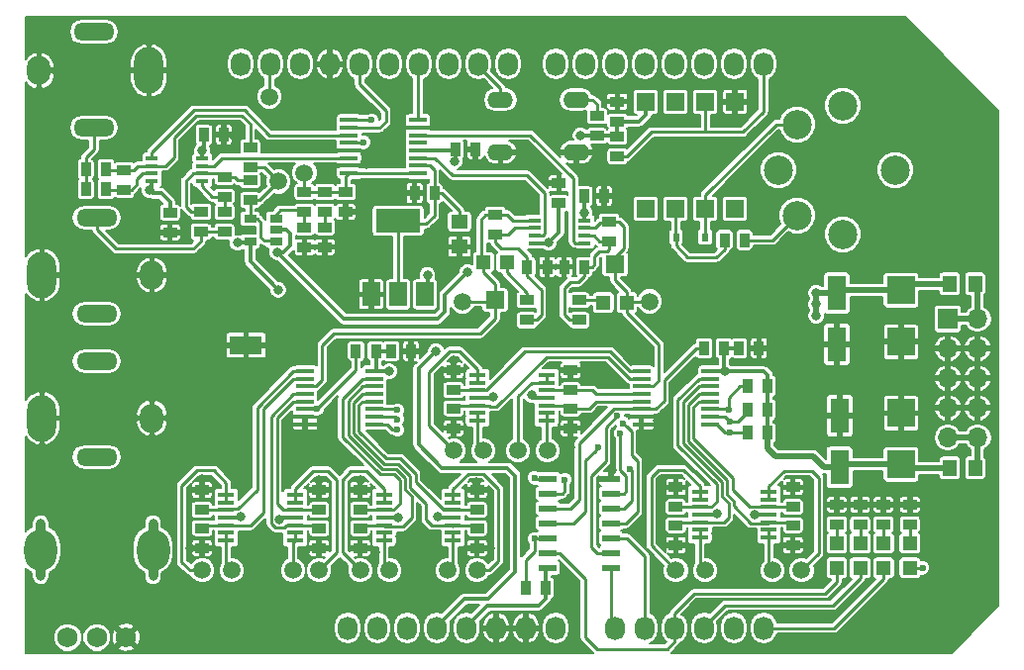
<source format=gtl>
G04 #@! TF.FileFunction,Copper,L1,Top,Signal*
%FSLAX46Y46*%
G04 Gerber Fmt 4.6, Leading zero omitted, Abs format (unit mm)*
G04 Created by KiCad (PCBNEW 4.0.2-stable) date 2017-02-07 10:52:45 AM*
%MOMM*%
G01*
G04 APERTURE LIST*
%ADD10C,0.100000*%
%ADD11R,1.500000X0.400000*%
%ADD12O,1.727200X2.032000*%
%ADD13R,0.812800X1.143000*%
%ADD14R,1.143000X0.812800*%
%ADD15R,1.397000X1.143000*%
%ADD16R,1.600200X2.999740*%
%ADD17R,1.198880X1.198880*%
%ADD18R,2.397760X2.397760*%
%ADD19R,0.609600X0.762000*%
%ADD20O,2.500000X4.000000*%
%ADD21O,2.000000X2.500000*%
%ADD22O,3.500000X1.500000*%
%ADD23R,1.500000X1.500000*%
%ADD24R,1.143000X1.397000*%
%ADD25O,2.200000X1.400000*%
%ADD26O,2.250000X1.400000*%
%ADD27R,1.450000X0.450000*%
%ADD28R,1.500000X0.600000*%
%ADD29R,3.800000X2.000000*%
%ADD30R,1.500000X2.000000*%
%ADD31R,1.060000X0.650000*%
%ADD32R,1.500000X0.450000*%
%ADD33O,2.800000X3.500000*%
%ADD34C,1.750000*%
%ADD35O,0.800000X1.500000*%
%ADD36R,1.600000X1.500000*%
%ADD37R,1.200000X1.200000*%
%ADD38C,2.500000*%
%ADD39R,1.100000X0.400000*%
%ADD40C,1.500000*%
%ADD41R,1.700000X1.700000*%
%ADD42O,1.700000X1.700000*%
%ADD43R,2.800000X1.600000*%
%ADD44C,0.800000*%
%ADD45C,0.600000*%
%ADD46C,0.350000*%
%ADD47C,0.250000*%
%ADD48C,0.500000*%
%ADD49C,0.203200*%
G04 APERTURE END LIST*
D10*
D11*
X135298000Y-101840000D03*
X135298000Y-102490000D03*
X135298000Y-103140000D03*
X135298000Y-103790000D03*
X135298000Y-104440000D03*
X135298000Y-105090000D03*
X135298000Y-105740000D03*
X135298000Y-106390000D03*
X141198000Y-106390000D03*
X141198000Y-105740000D03*
X141198000Y-105090000D03*
X141198000Y-104440000D03*
X141198000Y-103790000D03*
X141198000Y-103140000D03*
X141198000Y-102490000D03*
X141198000Y-101840000D03*
D12*
X138938000Y-123825000D03*
X141478000Y-123825000D03*
X144018000Y-123825000D03*
X146558000Y-123825000D03*
X149098000Y-123825000D03*
X151638000Y-123825000D03*
X154178000Y-123825000D03*
X156718000Y-123825000D03*
X161798000Y-123825000D03*
X164338000Y-123825000D03*
X166878000Y-123825000D03*
X169418000Y-123825000D03*
X171958000Y-123825000D03*
X174498000Y-123825000D03*
X152654000Y-75565000D03*
X150114000Y-75565000D03*
X147574000Y-75565000D03*
X145034000Y-75565000D03*
X142494000Y-75565000D03*
X139954000Y-75565000D03*
X137414000Y-75565000D03*
X134874000Y-75565000D03*
X132334000Y-75565000D03*
X129794000Y-75565000D03*
X174498000Y-75565000D03*
X171958000Y-75565000D03*
X169418000Y-75565000D03*
X166878000Y-75565000D03*
X164338000Y-75565000D03*
X161798000Y-75565000D03*
X159258000Y-75565000D03*
X156718000Y-75565000D03*
D13*
X148147100Y-82865000D03*
X149848900Y-82865000D03*
D14*
X138748000Y-86514100D03*
X138748000Y-88215900D03*
D13*
X146348900Y-86615000D03*
X144647100Y-86615000D03*
D14*
X136998000Y-89514100D03*
X136998000Y-91215900D03*
D15*
X148498000Y-89035500D03*
X148498000Y-91194500D03*
D14*
X128398000Y-86915900D03*
X128398000Y-85214100D03*
X151548000Y-88464100D03*
X151548000Y-90165900D03*
X119798000Y-86315900D03*
X119798000Y-84614100D03*
X161298000Y-89064100D03*
X161298000Y-90765900D03*
D13*
X142647100Y-100115000D03*
X144348900Y-100115000D03*
X172397100Y-99865000D03*
X174098900Y-99865000D03*
D14*
X123748000Y-88264100D03*
X123748000Y-89965900D03*
D13*
X128348900Y-81615000D03*
X126647100Y-81615000D03*
X159147100Y-86865000D03*
X160848900Y-86865000D03*
D14*
X156998000Y-85764100D03*
X156998000Y-87465900D03*
D16*
X180998000Y-110064640D03*
X180998000Y-105665360D03*
X180748000Y-99564640D03*
X180748000Y-95165360D03*
D14*
X139998000Y-113715900D03*
X139998000Y-112014100D03*
X139998000Y-115264100D03*
X139998000Y-116965900D03*
X149998000Y-115264100D03*
X149998000Y-116965900D03*
X149998000Y-113715900D03*
X149998000Y-112014100D03*
X126498000Y-113715900D03*
X126498000Y-112014100D03*
X126498000Y-115264100D03*
X126498000Y-116965900D03*
X136498000Y-115264100D03*
X136498000Y-116965900D03*
X136498000Y-113715900D03*
X136498000Y-112014100D03*
X166998000Y-113465900D03*
X166998000Y-111764100D03*
X166998000Y-115014100D03*
X166998000Y-116715900D03*
X176998000Y-115014100D03*
X176998000Y-116715900D03*
X176998000Y-113465900D03*
X176998000Y-111764100D03*
X147998000Y-103465900D03*
X147998000Y-101764100D03*
X147998000Y-105014100D03*
X147998000Y-106715900D03*
X157998000Y-105014100D03*
X157998000Y-106715900D03*
X157998000Y-103465900D03*
X157998000Y-101764100D03*
X161998000Y-80465900D03*
X161998000Y-78764100D03*
D17*
X180748000Y-116565980D03*
X180748000Y-118664020D03*
X182748000Y-116565980D03*
X182748000Y-118664020D03*
X184748000Y-116565980D03*
X184748000Y-118664020D03*
X186998000Y-116565980D03*
X186998000Y-118664020D03*
D18*
X186248000Y-105415360D03*
X186248000Y-109814640D03*
X186248000Y-94915360D03*
X186248000Y-99314640D03*
D19*
X169492600Y-90365000D03*
X167003400Y-90365000D03*
D20*
X112798000Y-105865000D03*
D21*
X122198000Y-105865000D03*
D22*
X117498000Y-100965000D03*
X117498000Y-109165000D03*
D20*
X112798000Y-93615000D03*
D21*
X122198000Y-93615000D03*
D22*
X117498000Y-88715000D03*
X117498000Y-96915000D03*
D20*
X121948000Y-76115000D03*
D21*
X112548000Y-76115000D03*
D22*
X117248000Y-81015000D03*
X117248000Y-72815000D03*
D23*
X166978000Y-87937000D03*
X169518000Y-87937000D03*
X172058000Y-87937000D03*
X164438000Y-87937000D03*
X164438000Y-78793000D03*
X166978000Y-78793000D03*
X169518000Y-78793000D03*
X172058000Y-78793000D03*
D13*
X173147100Y-103115000D03*
X174848900Y-103115000D03*
X173147100Y-105115000D03*
X174848900Y-105115000D03*
X173147100Y-107115000D03*
X174848900Y-107115000D03*
X139647100Y-100115000D03*
X141348900Y-100115000D03*
X169397100Y-99865000D03*
X171098900Y-99865000D03*
X154147100Y-120365000D03*
X155848900Y-120365000D03*
D14*
X135248000Y-88215900D03*
X135248000Y-86514100D03*
X135248000Y-91215900D03*
X135248000Y-89514100D03*
X180748000Y-114965900D03*
X180748000Y-113264100D03*
X182748000Y-114965900D03*
X182748000Y-113264100D03*
X184748000Y-114965900D03*
X184748000Y-113264100D03*
X186998000Y-114965900D03*
X186998000Y-113264100D03*
X136998000Y-86514100D03*
X136998000Y-88215900D03*
D13*
X154297100Y-92915000D03*
X155998900Y-92915000D03*
X159148900Y-92915000D03*
X157447100Y-92915000D03*
D14*
X130598000Y-85514100D03*
X130598000Y-87215900D03*
X130598000Y-82714100D03*
X130598000Y-84415900D03*
X154248000Y-95764100D03*
X154248000Y-97465900D03*
X158748000Y-95764100D03*
X158748000Y-97465900D03*
X126398000Y-89915900D03*
X126398000Y-88214100D03*
D13*
X116547100Y-84565000D03*
X118248900Y-84565000D03*
D14*
X128398000Y-89915900D03*
X128398000Y-88214100D03*
D13*
X116547100Y-86265000D03*
X118248900Y-86265000D03*
D14*
X160248000Y-81715900D03*
X160248000Y-80014100D03*
D24*
X190418500Y-110115000D03*
X192577500Y-110115000D03*
X190418500Y-94365000D03*
X192577500Y-94365000D03*
D13*
X171147100Y-90615000D03*
X172848900Y-90615000D03*
D14*
X161998000Y-83465900D03*
X161998000Y-81764100D03*
D25*
X151998000Y-78615000D03*
X151998000Y-83115000D03*
D26*
X158498000Y-78615000D03*
X158498000Y-83115000D03*
D27*
X142048000Y-112415000D03*
X142048000Y-113065000D03*
X142048000Y-113715000D03*
X142048000Y-114365000D03*
X142048000Y-115015000D03*
X142048000Y-115665000D03*
X142048000Y-116315000D03*
X147948000Y-116315000D03*
X147948000Y-115665000D03*
X147948000Y-115015000D03*
X147948000Y-114365000D03*
X147948000Y-113715000D03*
X147948000Y-113065000D03*
X147948000Y-112415000D03*
X128548000Y-112415000D03*
X128548000Y-113065000D03*
X128548000Y-113715000D03*
X128548000Y-114365000D03*
X128548000Y-115015000D03*
X128548000Y-115665000D03*
X128548000Y-116315000D03*
X134448000Y-116315000D03*
X134448000Y-115665000D03*
X134448000Y-115015000D03*
X134448000Y-114365000D03*
X134448000Y-113715000D03*
X134448000Y-113065000D03*
X134448000Y-112415000D03*
D28*
X161448000Y-118675000D03*
X161448000Y-117405000D03*
X161448000Y-116135000D03*
X161448000Y-114865000D03*
X161448000Y-113595000D03*
X161448000Y-112325000D03*
X161448000Y-111055000D03*
X156048000Y-111055000D03*
X156048000Y-112325000D03*
X156048000Y-113595000D03*
X156048000Y-114865000D03*
X156048000Y-116135000D03*
X156048000Y-117405000D03*
X156048000Y-118675000D03*
D29*
X143248000Y-88965000D03*
D30*
X143248000Y-95265000D03*
X145548000Y-95265000D03*
X140948000Y-95265000D03*
D31*
X132798000Y-90715000D03*
X132798000Y-89765000D03*
X132798000Y-88815000D03*
X130598000Y-88815000D03*
X130598000Y-90715000D03*
D32*
X144948000Y-84890000D03*
X144948000Y-84240000D03*
X144948000Y-83590000D03*
X144948000Y-82940000D03*
X144948000Y-82290000D03*
X144948000Y-81640000D03*
X144948000Y-80990000D03*
X144948000Y-80340000D03*
X139048000Y-80340000D03*
X139048000Y-80990000D03*
X139048000Y-81640000D03*
X139048000Y-82290000D03*
X139048000Y-82940000D03*
X139048000Y-83590000D03*
X139048000Y-84240000D03*
X139048000Y-84890000D03*
D11*
X164048000Y-101840000D03*
X164048000Y-102490000D03*
X164048000Y-103140000D03*
X164048000Y-103790000D03*
X164048000Y-104440000D03*
X164048000Y-105090000D03*
X164048000Y-105740000D03*
X164048000Y-106390000D03*
X169948000Y-106390000D03*
X169948000Y-105740000D03*
X169948000Y-105090000D03*
X169948000Y-104440000D03*
X169948000Y-103790000D03*
X169948000Y-103140000D03*
X169948000Y-102490000D03*
X169948000Y-101840000D03*
D27*
X169048000Y-112165000D03*
X169048000Y-112815000D03*
X169048000Y-113465000D03*
X169048000Y-114115000D03*
X169048000Y-114765000D03*
X169048000Y-115415000D03*
X169048000Y-116065000D03*
X174948000Y-116065000D03*
X174948000Y-115415000D03*
X174948000Y-114765000D03*
X174948000Y-114115000D03*
X174948000Y-113465000D03*
X174948000Y-112815000D03*
X174948000Y-112165000D03*
X150048000Y-102165000D03*
X150048000Y-102815000D03*
X150048000Y-103465000D03*
X150048000Y-104115000D03*
X150048000Y-104765000D03*
X150048000Y-105415000D03*
X150048000Y-106065000D03*
X155948000Y-106065000D03*
X155948000Y-105415000D03*
X155948000Y-104765000D03*
X155948000Y-104115000D03*
X155948000Y-103465000D03*
X155948000Y-102815000D03*
X155948000Y-102165000D03*
D33*
X122298000Y-117115000D03*
X112698000Y-117115000D03*
D34*
X119998000Y-124615000D03*
X117498000Y-124615000D03*
X114998000Y-124615000D03*
D35*
X122298000Y-115215000D03*
X122298000Y-119015000D03*
X112698000Y-115215000D03*
X112698000Y-119015000D03*
D36*
X151548000Y-95765000D03*
D37*
X152548000Y-92515000D03*
X150548000Y-92515000D03*
D36*
X161798000Y-92715000D03*
D37*
X160798000Y-95965000D03*
X162798000Y-95965000D03*
D38*
X181248000Y-79115000D03*
X181248000Y-90115000D03*
X175748000Y-84615000D03*
X185748000Y-84615000D03*
X177358000Y-80725000D03*
X177358000Y-88505000D03*
D39*
X126498000Y-85590000D03*
X126498000Y-84940000D03*
X126498000Y-84290000D03*
X126498000Y-83640000D03*
X122198000Y-83640000D03*
X122198000Y-84290000D03*
X122198000Y-84940000D03*
X122198000Y-85590000D03*
X154898000Y-88940000D03*
X154898000Y-89590000D03*
X154898000Y-90240000D03*
X154898000Y-90890000D03*
X159198000Y-90890000D03*
X159198000Y-90240000D03*
X159198000Y-89590000D03*
X159198000Y-88940000D03*
D40*
X135248000Y-84865000D03*
X132998000Y-85615000D03*
X148748000Y-95865000D03*
X164748000Y-95865000D03*
X139998000Y-118865000D03*
X142498000Y-118865000D03*
X147498000Y-118865000D03*
X149998000Y-118865000D03*
X126498000Y-118865000D03*
X128998000Y-118865000D03*
X134248000Y-118865000D03*
X136498000Y-118865000D03*
X166998000Y-118865000D03*
X169498000Y-118865000D03*
X175248000Y-118865000D03*
X177748000Y-118865000D03*
X147998000Y-108615000D03*
X150498000Y-108615000D03*
X155998000Y-108615000D03*
X153498000Y-108615000D03*
D41*
X190248000Y-97365000D03*
D42*
X192788000Y-97365000D03*
X190248000Y-99905000D03*
X192788000Y-99905000D03*
X190248000Y-102445000D03*
X192788000Y-102445000D03*
X190248000Y-104985000D03*
X192788000Y-104985000D03*
X190248000Y-107525000D03*
X192788000Y-107525000D03*
D40*
X132248000Y-78365000D03*
D43*
X130248000Y-99615000D03*
D44*
X148497980Y-92615000D03*
X136998000Y-92365000D03*
X140998000Y-93615000D03*
X147998000Y-97615000D03*
X161498000Y-110340020D03*
X183748000Y-111115000D03*
X160498000Y-98865000D03*
X157498000Y-98865000D03*
X154748000Y-98865000D03*
X145248000Y-91365000D03*
X157998000Y-108365000D03*
X164520604Y-109454979D03*
X162248000Y-86865000D03*
X157498000Y-91115000D03*
X136748000Y-82615000D03*
X140498000Y-84115000D03*
X143248000Y-86615000D03*
X143498000Y-81115000D03*
X163998000Y-107615000D03*
X160998000Y-102865000D03*
X137498000Y-107365000D03*
X135248000Y-107365000D03*
X149978152Y-111340031D03*
X147998000Y-100865000D03*
X145248000Y-100115000D03*
X135313184Y-117290020D03*
X129198000Y-81665000D03*
X141307805Y-117290020D03*
X126498000Y-111065000D03*
X125498000Y-116965000D03*
X151098000Y-116965000D03*
X139998000Y-111115000D03*
X136498000Y-111115000D03*
X146498000Y-100115000D03*
X158848000Y-81665000D03*
X148098000Y-83865000D03*
X151398000Y-104065000D03*
X145747998Y-93615000D03*
X159198000Y-88265000D03*
X129498000Y-90865000D03*
X132998000Y-94865000D03*
X142498000Y-101865000D03*
X171198000Y-101865000D03*
X170498000Y-114039980D03*
X129765267Y-114301809D03*
X143257521Y-114389979D03*
X121998000Y-86365000D03*
X149156167Y-93367889D03*
X154659982Y-103897428D03*
X178998000Y-97115000D03*
X178998000Y-96115000D03*
X178998000Y-95115000D03*
X133124081Y-114502663D03*
X156098000Y-90865000D03*
X173748000Y-114115000D03*
X146633710Y-114289980D03*
X132898000Y-91640016D03*
X126498000Y-82965000D03*
D45*
X188097996Y-118665000D03*
X154898000Y-116165000D03*
X140298000Y-82265000D03*
X163098022Y-110240020D03*
X157497992Y-111115000D03*
X160372969Y-108365000D03*
X140998000Y-80364980D03*
X161998000Y-105664999D03*
X143200757Y-105157955D03*
X171498000Y-105114979D03*
X162498000Y-106290000D03*
X171622980Y-106165000D03*
X143198000Y-105965000D03*
X162248000Y-107164999D03*
X171622980Y-107065000D03*
X143198000Y-106865000D03*
X154898000Y-110965000D03*
X136301511Y-105070968D03*
D46*
X155848900Y-120365000D02*
X155848900Y-118874100D01*
X155848900Y-118874100D02*
X156048000Y-118675000D01*
X155848900Y-120365000D02*
X155848900Y-121286500D01*
X155848900Y-121286500D02*
X155270400Y-121865000D01*
X155270400Y-121865000D02*
X150905600Y-121865000D01*
X150905600Y-121865000D02*
X149098000Y-123672600D01*
X149098000Y-123672600D02*
X149098000Y-123825000D01*
X148498000Y-92614980D02*
X148497980Y-92615000D01*
X148498000Y-91194500D02*
X148498000Y-92614980D01*
X136998000Y-91215900D02*
X136998000Y-92365000D01*
X140948000Y-95265000D02*
X140948000Y-93665000D01*
X140948000Y-93665000D02*
X140998000Y-93615000D01*
X161448000Y-111055000D02*
X161448000Y-110390020D01*
X161448000Y-110390020D02*
X161498000Y-110340020D01*
X184748000Y-113264100D02*
X184748000Y-112115000D01*
X184748000Y-112115000D02*
X183748000Y-111115000D01*
X157498000Y-98865000D02*
X160498000Y-98865000D01*
X154748000Y-98865000D02*
X157498000Y-98865000D01*
X155998900Y-92915000D02*
X155998900Y-97614100D01*
X155998900Y-97614100D02*
X154748000Y-98865000D01*
X148498000Y-91194500D02*
X145418500Y-91194500D01*
X145418500Y-91194500D02*
X145248000Y-91365000D01*
X157998000Y-106715900D02*
X157998000Y-108365000D01*
X163998000Y-107615000D02*
X163998000Y-108932375D01*
X164120605Y-109054980D02*
X164520604Y-109454979D01*
X163998000Y-108932375D02*
X164120605Y-109054980D01*
X160848900Y-86865000D02*
X162248000Y-86865000D01*
X157447100Y-92915000D02*
X157447100Y-91165900D01*
X157447100Y-91165900D02*
X157498000Y-91115000D01*
X139048000Y-82940000D02*
X137073000Y-82940000D01*
X137073000Y-82940000D02*
X136748000Y-82615000D01*
X139048000Y-84240000D02*
X140373000Y-84240000D01*
X140373000Y-84240000D02*
X140498000Y-84115000D01*
X144647100Y-86615000D02*
X143248000Y-86615000D01*
X144948000Y-80990000D02*
X143623000Y-80990000D01*
X143623000Y-80990000D02*
X143498000Y-81115000D01*
X164048000Y-106390000D02*
X164048000Y-107565000D01*
X164048000Y-107565000D02*
X163998000Y-107615000D01*
X157998000Y-101764100D02*
X159897100Y-101764100D01*
X159897100Y-101764100D02*
X160998000Y-102865000D01*
X135248000Y-107365000D02*
X137498000Y-107365000D01*
X135298000Y-106390000D02*
X135298000Y-107315000D01*
X135298000Y-107315000D02*
X135248000Y-107365000D01*
X149978152Y-111994252D02*
X149978152Y-111905716D01*
X149998000Y-112014100D02*
X149978152Y-111994252D01*
X149978152Y-111905716D02*
X149978152Y-111340031D01*
X147998000Y-101764100D02*
X147998000Y-100865000D01*
X144348900Y-100115000D02*
X145248000Y-100115000D01*
X135313184Y-117229216D02*
X135313184Y-117290020D01*
X136498000Y-116965900D02*
X135576500Y-116965900D01*
X135576500Y-116965900D02*
X135313184Y-117229216D01*
X128348900Y-81615000D02*
X129148000Y-81615000D01*
X129148000Y-81615000D02*
X129198000Y-81665000D01*
X139998000Y-116965900D02*
X140983685Y-116965900D01*
X140983685Y-116965900D02*
X141307805Y-117290020D01*
X126498000Y-112014100D02*
X126498000Y-111065000D01*
X126498000Y-116965900D02*
X125498900Y-116965900D01*
X125498900Y-116965900D02*
X125498000Y-116965000D01*
X149998000Y-116965900D02*
X151097100Y-116965900D01*
X151097100Y-116965900D02*
X151098000Y-116965000D01*
X139998000Y-112014100D02*
X139998000Y-111115000D01*
X136498000Y-112014100D02*
X136498000Y-111115000D01*
X146098001Y-100514999D02*
X146498000Y-100115000D01*
X144998000Y-108115000D02*
X144998000Y-101615000D01*
X152598000Y-110115000D02*
X146998000Y-110115000D01*
X146998000Y-110115000D02*
X144998000Y-108115000D01*
X150948011Y-121314989D02*
X153248000Y-119015000D01*
X148915611Y-121314989D02*
X150948011Y-121314989D01*
X153248000Y-110765000D02*
X152598000Y-110115000D01*
X146558000Y-123825000D02*
X146558000Y-123672600D01*
X144998000Y-101615000D02*
X146098001Y-100514999D01*
X153248000Y-119015000D02*
X153248000Y-110765000D01*
X146558000Y-123672600D02*
X148915611Y-121314989D01*
X164438000Y-78793000D02*
X164438000Y-79893000D01*
X164438000Y-79893000D02*
X163865100Y-80465900D01*
X163865100Y-80465900D02*
X161998000Y-80465900D01*
X158848000Y-81665000D02*
X160197100Y-81665000D01*
X160197100Y-81665000D02*
X160248000Y-81715900D01*
X148147100Y-82865000D02*
X148147100Y-83815900D01*
X148147100Y-83815900D02*
X148098000Y-83865000D01*
X160248000Y-81715900D02*
X161949800Y-81715900D01*
X161949800Y-81715900D02*
X161998000Y-81764100D01*
X161998000Y-80465900D02*
X161998000Y-81764100D01*
X144948000Y-82940000D02*
X148072100Y-82940000D01*
X148072100Y-82940000D02*
X148147100Y-82865000D01*
D47*
X136998000Y-86514100D02*
X138748000Y-86514100D01*
X138748000Y-86514100D02*
X138748000Y-85190000D01*
X138748000Y-85190000D02*
X139048000Y-84890000D01*
X135248000Y-86514100D02*
X136998000Y-86514100D01*
X135248000Y-86514100D02*
X135248000Y-84865000D01*
X144948000Y-84890000D02*
X139048000Y-84890000D01*
X143248000Y-95265000D02*
X143248000Y-88965000D01*
X146348900Y-86615000D02*
X147005300Y-86615000D01*
X147005300Y-86615000D02*
X148498000Y-88107700D01*
X148498000Y-88107700D02*
X148498000Y-88214000D01*
X148498000Y-88214000D02*
X148498000Y-89035500D01*
X146348900Y-86615000D02*
X146348900Y-88514100D01*
X146348900Y-88514100D02*
X145648000Y-89215000D01*
X145648000Y-89215000D02*
X143748000Y-89215000D01*
X146348900Y-86615000D02*
X146348900Y-84640900D01*
X146348900Y-84640900D02*
X145948000Y-84240000D01*
X145948000Y-84240000D02*
X144948000Y-84240000D01*
X146598900Y-86865000D02*
X146348900Y-86615000D01*
X136998000Y-88215900D02*
X136998000Y-89514100D01*
X128398000Y-86915900D02*
X128398000Y-88214100D01*
X126498000Y-85590000D02*
X126498000Y-86040000D01*
X126498000Y-86040000D02*
X127373900Y-86915900D01*
X127373900Y-86915900D02*
X127576500Y-86915900D01*
X127576500Y-86915900D02*
X128398000Y-86915900D01*
X125098000Y-87735600D02*
X125098000Y-85540000D01*
X125098000Y-85540000D02*
X125698000Y-84940000D01*
X126398000Y-88214100D02*
X125576500Y-88214100D01*
X125576500Y-88214100D02*
X125098000Y-87735600D01*
X130598000Y-85514100D02*
X129547100Y-85514100D01*
X129547100Y-85514100D02*
X129247100Y-85214100D01*
X129247100Y-85214100D02*
X128398000Y-85214100D01*
X126498000Y-84940000D02*
X128123900Y-84940000D01*
X128123900Y-84940000D02*
X128398000Y-85214100D01*
X126498000Y-84940000D02*
X125698000Y-84940000D01*
X135298000Y-103140000D02*
X136223000Y-103140000D01*
X151548000Y-97315000D02*
X151548000Y-95765000D01*
X136223000Y-103140000D02*
X136748000Y-102615000D01*
X136748000Y-102615000D02*
X136748000Y-99615000D01*
X136748000Y-99615000D02*
X137748000Y-98615000D01*
X137748000Y-98615000D02*
X150248000Y-98615000D01*
X150248000Y-98615000D02*
X151548000Y-97315000D01*
X148748000Y-95865000D02*
X151448000Y-95865000D01*
X151448000Y-95865000D02*
X151548000Y-95765000D01*
X150548000Y-92515000D02*
X150548000Y-93365000D01*
X150548000Y-93365000D02*
X151548000Y-94365000D01*
X151548000Y-94365000D02*
X151548000Y-95765000D01*
X151548000Y-88464100D02*
X150726500Y-88464100D01*
X150726500Y-88464100D02*
X150348000Y-88842600D01*
X150348000Y-88842600D02*
X150348000Y-92315000D01*
X150348000Y-92315000D02*
X150548000Y-92515000D01*
X154898000Y-88940000D02*
X153073000Y-88940000D01*
X153073000Y-88940000D02*
X152597100Y-88464100D01*
X152597100Y-88464100D02*
X151548000Y-88464100D01*
X154248000Y-97465900D02*
X155069500Y-97465900D01*
X155069500Y-97465900D02*
X155498000Y-97037400D01*
X155498000Y-97037400D02*
X155498000Y-94865000D01*
X155498000Y-94865000D02*
X154297100Y-93664100D01*
X154297100Y-93664100D02*
X154297100Y-92915000D01*
X154297100Y-92915000D02*
X154297100Y-92093500D01*
X154297100Y-92093500D02*
X153518600Y-91315000D01*
X153518600Y-91315000D02*
X152040700Y-91315000D01*
X152040700Y-91315000D02*
X151548000Y-90822300D01*
X151548000Y-90822300D02*
X151548000Y-90165900D01*
X154898000Y-89590000D02*
X153223900Y-89590000D01*
X153223900Y-89590000D02*
X152648000Y-90165900D01*
X152648000Y-90165900D02*
X151548000Y-90165900D01*
X122198000Y-84940000D02*
X121398000Y-84940000D01*
X121398000Y-84940000D02*
X120898000Y-85440000D01*
X120898000Y-85440000D02*
X120898000Y-85865000D01*
X120898000Y-85865000D02*
X120447100Y-86315900D01*
X120447100Y-86315900D02*
X119798000Y-86315900D01*
X119798000Y-86315900D02*
X118299800Y-86315900D01*
X118299800Y-86315900D02*
X118248900Y-86265000D01*
X130598000Y-80665000D02*
X129898000Y-79965000D01*
X130598000Y-82714100D02*
X130598000Y-80665000D01*
X129898000Y-79965000D02*
X125998000Y-79965000D01*
X124098000Y-83515000D02*
X123323000Y-84290000D01*
X125998000Y-79965000D02*
X124098000Y-81865000D01*
X124098000Y-81865000D02*
X124098000Y-83515000D01*
X123323000Y-84290000D02*
X122198000Y-84290000D01*
X119798000Y-84614100D02*
X118298000Y-84614100D01*
X118298000Y-84614100D02*
X118248900Y-84565000D01*
X122198000Y-84290000D02*
X120973000Y-84290000D01*
X120973000Y-84290000D02*
X120898000Y-84365000D01*
X120898000Y-84365000D02*
X120868600Y-84365000D01*
X120868600Y-84365000D02*
X120619500Y-84614100D01*
X120619500Y-84614100D02*
X119798000Y-84614100D01*
X158748000Y-97465900D02*
X157926500Y-97465900D01*
X157926500Y-97465900D02*
X157447100Y-96986500D01*
X157447100Y-96986500D02*
X157447100Y-94715900D01*
X157447100Y-94715900D02*
X157948000Y-94215000D01*
X157948000Y-94215000D02*
X158670400Y-94215000D01*
X158670400Y-94215000D02*
X159148900Y-93736500D01*
X159148900Y-93736500D02*
X159148900Y-92915000D01*
X161298000Y-90765900D02*
X161298000Y-91422300D01*
X161298000Y-91422300D02*
X161105300Y-91615000D01*
X161105300Y-91615000D02*
X160448000Y-91615000D01*
X160448000Y-91615000D02*
X160048000Y-92015000D01*
X160048000Y-92015000D02*
X160048000Y-92672300D01*
X160048000Y-92672300D02*
X159805300Y-92915000D01*
X159805300Y-92915000D02*
X159148900Y-92915000D01*
X159198000Y-90240000D02*
X159973000Y-90240000D01*
X159973000Y-90240000D02*
X160448000Y-90715000D01*
X160448000Y-90715000D02*
X161247100Y-90715000D01*
X161247100Y-90715000D02*
X161298000Y-90765900D01*
D46*
X151348000Y-104115000D02*
X151398000Y-104065000D01*
X123748000Y-88264100D02*
X123748000Y-87365000D01*
X123748000Y-87365000D02*
X122998000Y-86615000D01*
X122998000Y-86615000D02*
X122248000Y-86615000D01*
X122248000Y-86615000D02*
X121998000Y-86365000D01*
X145747998Y-95214998D02*
X145747998Y-94180685D01*
X146048000Y-95515000D02*
X145747998Y-95214998D01*
X145747998Y-94180685D02*
X145747998Y-93615000D01*
X159147100Y-86865000D02*
X159147100Y-88214100D01*
X159147100Y-88214100D02*
X159198000Y-88265000D01*
X171098900Y-99865000D02*
X172397100Y-99865000D01*
X141348900Y-100115000D02*
X142647100Y-100115000D01*
X129498000Y-90865000D02*
X130448000Y-90865000D01*
X130448000Y-90865000D02*
X130598000Y-90715000D01*
X130598000Y-90715000D02*
X130598000Y-92465000D01*
X130598000Y-92465000D02*
X132998000Y-94865000D01*
D48*
X180998000Y-110064640D02*
X179697900Y-110064640D01*
X179697900Y-110064640D02*
X178748260Y-109115000D01*
X178748260Y-109115000D02*
X175498000Y-109115000D01*
X175498000Y-109115000D02*
X174848900Y-108465900D01*
X174848900Y-108465900D02*
X174848900Y-107115000D01*
X186248000Y-109814640D02*
X181248000Y-109814640D01*
X181248000Y-109814640D02*
X180998000Y-110064640D01*
X190418500Y-110115000D02*
X186548360Y-110115000D01*
X186548360Y-110115000D02*
X186248000Y-109814640D01*
D46*
X171098900Y-99865000D02*
X171098900Y-101765900D01*
X171098900Y-101765900D02*
X171198000Y-101865000D01*
X141348900Y-100115000D02*
X141348900Y-101689100D01*
X141348900Y-101689100D02*
X141198000Y-101840000D01*
X171198000Y-101865000D02*
X174520400Y-101865000D01*
X174520400Y-101865000D02*
X174848900Y-102193500D01*
X174848900Y-102193500D02*
X174848900Y-103115000D01*
X174848900Y-105115000D02*
X174848900Y-107115000D01*
X174848900Y-103115000D02*
X174848900Y-105115000D01*
X159198000Y-88940000D02*
X159198000Y-88265000D01*
X141198000Y-101840000D02*
X142473000Y-101840000D01*
X142473000Y-101840000D02*
X142498000Y-101865000D01*
X169948000Y-101840000D02*
X171173000Y-101840000D01*
X171173000Y-101840000D02*
X171198000Y-101865000D01*
X150048000Y-104115000D02*
X151348000Y-104115000D01*
X170422980Y-114115000D02*
X170498000Y-114039980D01*
X169048000Y-114115000D02*
X170422980Y-114115000D01*
X129702076Y-114365000D02*
X129765267Y-114301809D01*
X128548000Y-114365000D02*
X129702076Y-114365000D01*
X143232542Y-114365000D02*
X143257521Y-114389979D01*
X142048000Y-114365000D02*
X143232542Y-114365000D01*
X122198000Y-85590000D02*
X122198000Y-86165000D01*
X122198000Y-86165000D02*
X121998000Y-86365000D01*
X146623002Y-97365000D02*
X147248000Y-96740002D01*
X148756168Y-93767888D02*
X149156167Y-93367889D01*
X132898000Y-91640016D02*
X138622984Y-97365000D01*
X147248000Y-95276056D02*
X148756168Y-93767888D01*
X138622984Y-97365000D02*
X146623002Y-97365000D01*
X147248000Y-96740002D02*
X147248000Y-95276056D01*
X154659982Y-103901982D02*
X154659982Y-103897428D01*
X154873000Y-104115000D02*
X154659982Y-103901982D01*
X155948000Y-104115000D02*
X154873000Y-104115000D01*
X156998000Y-87465900D02*
X156998000Y-89965000D01*
X156998000Y-89965000D02*
X156098000Y-90865000D01*
X126647100Y-81615000D02*
X126647100Y-82815900D01*
X126647100Y-82815900D02*
X126498000Y-82965000D01*
D48*
X178998000Y-96115000D02*
X178998000Y-97115000D01*
X178998000Y-95115000D02*
X178998000Y-96115000D01*
X178998000Y-95115000D02*
X180697640Y-95115000D01*
X180697640Y-95115000D02*
X180748000Y-95165360D01*
X186248000Y-94915360D02*
X180998000Y-94915360D01*
X180998000Y-94915360D02*
X180748000Y-95165360D01*
X190418500Y-94365000D02*
X186798360Y-94365000D01*
X186798360Y-94365000D02*
X186248000Y-94915360D01*
D46*
X134448000Y-114365000D02*
X133261744Y-114365000D01*
X133261744Y-114365000D02*
X133124081Y-114502663D01*
X154898000Y-90890000D02*
X156073000Y-90890000D01*
X156073000Y-90890000D02*
X156098000Y-90865000D01*
X174948000Y-114115000D02*
X173748000Y-114115000D01*
X146708730Y-114365000D02*
X146633710Y-114289980D01*
X147948000Y-114365000D02*
X146708730Y-114365000D01*
X134003001Y-91100700D02*
X133463685Y-91640016D01*
X133678000Y-89765000D02*
X134003001Y-90090001D01*
X132798000Y-89765000D02*
X133678000Y-89765000D01*
X133463685Y-91640016D02*
X132898000Y-91640016D01*
X134003001Y-90090001D02*
X134003001Y-91100700D01*
X126498000Y-83640000D02*
X126498000Y-82965000D01*
D47*
X146973000Y-115015000D02*
X147948000Y-115015000D01*
X139447989Y-107155756D02*
X142057211Y-109764978D01*
X144298022Y-111801432D02*
X145647989Y-113151400D01*
X142057211Y-109764978D02*
X143270800Y-109764978D01*
X139447989Y-104540011D02*
X139447989Y-107155756D01*
X141198000Y-103790000D02*
X140198000Y-103790000D01*
X145647989Y-114527305D02*
X146135684Y-115015000D01*
X144298022Y-110792200D02*
X144298022Y-111801432D01*
X146135684Y-115015000D02*
X146973000Y-115015000D01*
X143270800Y-109764978D02*
X144298022Y-110792200D01*
X140198000Y-103790000D02*
X139447989Y-104540011D01*
X145647989Y-113151400D02*
X145647989Y-114527305D01*
X147948000Y-115015000D02*
X149748900Y-115015000D01*
X149748900Y-115015000D02*
X149998000Y-115264100D01*
X147872998Y-115090002D02*
X147948000Y-115015000D01*
X138997978Y-104340022D02*
X138997978Y-107342156D01*
X142147999Y-115114999D02*
X142048000Y-115015000D01*
X143084400Y-110214989D02*
X143848011Y-110978600D01*
X143642941Y-115114999D02*
X142147999Y-115114999D01*
X143848011Y-110978600D02*
X143848011Y-111987833D01*
X144398000Y-112537821D02*
X144398000Y-114359940D01*
X138997978Y-107342156D02*
X141870811Y-110214989D01*
X141198000Y-103140000D02*
X140198000Y-103140000D01*
X141870811Y-110214989D02*
X143084400Y-110214989D01*
X140198000Y-103140000D02*
X138997978Y-104340022D01*
X143848011Y-111987833D02*
X144398000Y-112537821D01*
X144398000Y-114359940D02*
X143642941Y-115114999D01*
X142048000Y-115015000D02*
X140247100Y-115015000D01*
X140247100Y-115015000D02*
X139998000Y-115264100D01*
X142859496Y-113715000D02*
X142048000Y-113715000D01*
X143398000Y-111165000D02*
X143398000Y-113176496D01*
X138498000Y-107478589D02*
X141684411Y-110665000D01*
X138498000Y-104190000D02*
X138498000Y-107478589D01*
X140198000Y-102490000D02*
X138498000Y-104190000D01*
X143398000Y-113176496D02*
X142859496Y-113715000D01*
X141198000Y-102490000D02*
X140198000Y-102490000D01*
X141684411Y-110665000D02*
X142898000Y-110665000D01*
X142898000Y-110665000D02*
X143398000Y-111165000D01*
X142048000Y-113715000D02*
X139998900Y-113715000D01*
X139998900Y-113715000D02*
X139998000Y-113715900D01*
X144748033Y-111331299D02*
X147131734Y-113715000D01*
X139898000Y-106969356D02*
X142243611Y-109314967D01*
X144748033Y-110605800D02*
X144748033Y-111331299D01*
X143457200Y-109314967D02*
X144748033Y-110605800D01*
X142243611Y-109314967D02*
X143457200Y-109314967D01*
X139898000Y-104740000D02*
X139898000Y-106969356D01*
X140198000Y-104440000D02*
X139898000Y-104740000D01*
X141198000Y-104440000D02*
X140198000Y-104440000D01*
X147131734Y-113715000D02*
X147948000Y-113715000D01*
X147948000Y-113715000D02*
X149997100Y-113715000D01*
X149997100Y-113715000D02*
X149998000Y-113715900D01*
X128548000Y-113715000D02*
X126498900Y-113715000D01*
X126498900Y-113715000D02*
X126498000Y-113715900D01*
X128647999Y-113615001D02*
X128548000Y-113715000D01*
X129533001Y-113615001D02*
X128647999Y-113615001D01*
X131198000Y-111950002D02*
X129533001Y-113615001D01*
X134298000Y-101840000D02*
X131198000Y-104940000D01*
X135298000Y-101840000D02*
X134298000Y-101840000D01*
X131198000Y-104940000D02*
X131198000Y-111950002D01*
X136498000Y-113715900D02*
X134448900Y-113715900D01*
X134448900Y-113715900D02*
X134448000Y-113715000D01*
X135298000Y-104440000D02*
X134298000Y-104440000D01*
X132898000Y-113165000D02*
X133448000Y-113715000D01*
X134298000Y-104440000D02*
X132898000Y-105840000D01*
X133448000Y-113715000D02*
X134448000Y-113715000D01*
X132898000Y-105840000D02*
X132898000Y-113165000D01*
X128548000Y-115015000D02*
X126747100Y-115015000D01*
X126747100Y-115015000D02*
X126498000Y-115264100D01*
X129523000Y-115015000D02*
X128548000Y-115015000D01*
X130636189Y-115026811D02*
X129534811Y-115026811D01*
X131747989Y-113915011D02*
X130636189Y-115026811D01*
X131747989Y-105040011D02*
X131747989Y-113915011D01*
X134298000Y-102490000D02*
X131747989Y-105040011D01*
X135298000Y-102490000D02*
X134298000Y-102490000D01*
X129534811Y-115026811D02*
X129523000Y-115015000D01*
X132399079Y-114850665D02*
X132776079Y-115227665D01*
X132399079Y-105688921D02*
X132399079Y-114850665D01*
X135298000Y-103790000D02*
X134298000Y-103790000D01*
X133472083Y-115227665D02*
X133684748Y-115015000D01*
X133684748Y-115015000D02*
X134448000Y-115015000D01*
X134298000Y-103790000D02*
X132399079Y-105688921D01*
X132776079Y-115227665D02*
X133472083Y-115227665D01*
X134448000Y-115015000D02*
X136248900Y-115015000D01*
X136248900Y-115015000D02*
X136498000Y-115264100D01*
X174948000Y-114765000D02*
X176748900Y-114765000D01*
X176748900Y-114765000D02*
X176998000Y-115014100D01*
X173399998Y-114840002D02*
X174872999Y-114840001D01*
X171398022Y-111151433D02*
X171398022Y-112378612D01*
X171398022Y-112378612D02*
X171948011Y-112928600D01*
X168047989Y-107801400D02*
X171398022Y-111151433D01*
X171948011Y-113388015D02*
X173399998Y-114840002D01*
X168047989Y-104690011D02*
X168047989Y-107801400D01*
X168948000Y-103790000D02*
X168047989Y-104690011D01*
X169948000Y-103790000D02*
X168948000Y-103790000D01*
X174872999Y-114840001D02*
X174948000Y-114765000D01*
X171948011Y-112928600D02*
X171948011Y-113388015D01*
X169048000Y-114765000D02*
X167247100Y-114765000D01*
X167247100Y-114765000D02*
X166998000Y-115014100D01*
X170023000Y-114765000D02*
X169048000Y-114765000D01*
X170948011Y-112565011D02*
X171498000Y-113115000D01*
X171098000Y-114765000D02*
X170023000Y-114765000D01*
X171498000Y-114365000D02*
X171098000Y-114765000D01*
X167597978Y-107987800D02*
X170948011Y-111337833D01*
X169948000Y-103140000D02*
X168948000Y-103140000D01*
X168948000Y-103140000D02*
X167597978Y-104490022D01*
X167597978Y-104490022D02*
X167597978Y-107987800D01*
X170948011Y-111337833D02*
X170948011Y-112565011D01*
X171498000Y-113115000D02*
X171498000Y-114365000D01*
X169048000Y-113465000D02*
X166998900Y-113465000D01*
X166998900Y-113465000D02*
X166998000Y-113465900D01*
X167147967Y-108174200D02*
X170498000Y-111524233D01*
X169948000Y-102490000D02*
X168948000Y-102490000D01*
X170498000Y-111524233D02*
X170498000Y-112990000D01*
X168948000Y-102490000D02*
X167147967Y-104290033D01*
X167147967Y-104290033D02*
X167147967Y-108174200D01*
X170498000Y-112990000D02*
X170023000Y-113465000D01*
X170023000Y-113465000D02*
X169048000Y-113465000D01*
X174948000Y-113465000D02*
X176997100Y-113465000D01*
X176997100Y-113465000D02*
X176998000Y-113465900D01*
X169948000Y-104440000D02*
X168948000Y-104440000D01*
X168948000Y-104440000D02*
X168498000Y-104890000D01*
X168498000Y-107615000D02*
X171848033Y-110965033D01*
X174872997Y-113389997D02*
X174948000Y-113465000D01*
X168498000Y-104890000D02*
X168498000Y-107615000D01*
X171848033Y-110965033D02*
X171848033Y-111965033D01*
X171848033Y-111965033D02*
X173272997Y-113389997D01*
X173272997Y-113389997D02*
X174872997Y-113389997D01*
X150048000Y-103465000D02*
X147998900Y-103465000D01*
X147998900Y-103465000D02*
X147998000Y-103465900D01*
X164048000Y-101840000D02*
X163048000Y-101840000D01*
X161372989Y-100164989D02*
X154125007Y-100164989D01*
X150824996Y-103465000D02*
X150048000Y-103465000D01*
X163048000Y-101840000D02*
X161372989Y-100164989D01*
X154125007Y-100164989D02*
X150824996Y-103465000D01*
X155948000Y-104765000D02*
X157748900Y-104765000D01*
X157748900Y-104765000D02*
X157998000Y-105014100D01*
X164048000Y-104440000D02*
X160173000Y-104440000D01*
X160173000Y-104440000D02*
X159598900Y-105014100D01*
X159598900Y-105014100D02*
X157998000Y-105014100D01*
X164048000Y-102490000D02*
X163048000Y-102490000D01*
X163048000Y-102490000D02*
X161173000Y-100615000D01*
X161173000Y-100615000D02*
X155921004Y-100615000D01*
X155921004Y-100615000D02*
X151671004Y-104865000D01*
X151123000Y-104865000D02*
X151023000Y-104765000D01*
X151023000Y-104765000D02*
X150048000Y-104765000D01*
X151671004Y-104865000D02*
X151123000Y-104865000D01*
X150048000Y-104765000D02*
X148247100Y-104765000D01*
X148247100Y-104765000D02*
X147998000Y-105014100D01*
X155948000Y-103465000D02*
X157997100Y-103465000D01*
X157997100Y-103465000D02*
X157998000Y-103465900D01*
X164048000Y-103790000D02*
X160173000Y-103790000D01*
X160173000Y-103790000D02*
X159848900Y-103465900D01*
X159848900Y-103465900D02*
X157998000Y-103465900D01*
X180748000Y-114965900D02*
X180748000Y-116565980D01*
X166878000Y-123825000D02*
X166878000Y-122559000D01*
X166878000Y-122559000D02*
X168572000Y-120865000D01*
X168572000Y-120865000D02*
X179748000Y-120865000D01*
X179748000Y-120865000D02*
X180748000Y-119865000D01*
X180748000Y-119865000D02*
X180748000Y-118664020D01*
X156048000Y-117405000D02*
X157048000Y-117405000D01*
X157048000Y-117405000D02*
X159248000Y-119605000D01*
X159248000Y-119605000D02*
X159248000Y-124615000D01*
X159248000Y-124615000D02*
X160248000Y-125615000D01*
X160248000Y-125615000D02*
X166248000Y-125615000D01*
X166248000Y-125615000D02*
X166878000Y-124985000D01*
X166878000Y-124985000D02*
X166878000Y-123825000D01*
X156498000Y-117405000D02*
X156048000Y-117405000D01*
X182748000Y-114965900D02*
X182748000Y-116565980D01*
X180396460Y-121865000D02*
X171225600Y-121865000D01*
X171225600Y-121865000D02*
X169418000Y-123672600D01*
X169418000Y-123672600D02*
X169418000Y-123825000D01*
X182748000Y-118664020D02*
X182748000Y-119513460D01*
X182748000Y-119513460D02*
X180396460Y-121865000D01*
X184748000Y-114965900D02*
X184748000Y-116565980D01*
X180538000Y-123825000D02*
X184748000Y-119615000D01*
X184748000Y-119615000D02*
X184748000Y-118664020D01*
X174498000Y-123825000D02*
X180538000Y-123825000D01*
X186998000Y-114965900D02*
X186998000Y-116565980D01*
X188097016Y-118664020D02*
X188097996Y-118665000D01*
X186998000Y-118664020D02*
X188097016Y-118664020D01*
X177358000Y-80725000D02*
X175590234Y-80725000D01*
X175590234Y-80725000D02*
X169518000Y-86797234D01*
X169518000Y-86797234D02*
X169518000Y-86937000D01*
X169518000Y-86937000D02*
X169518000Y-87937000D01*
X169492600Y-90365000D02*
X169492600Y-87962400D01*
X169492600Y-87962400D02*
X169518000Y-87937000D01*
X167998000Y-92115000D02*
X167003400Y-91120400D01*
X167003400Y-91120400D02*
X167003400Y-90365000D01*
X170468600Y-92115000D02*
X167998000Y-92115000D01*
X171147100Y-90615000D02*
X171147100Y-91436500D01*
X171147100Y-91436500D02*
X170468600Y-92115000D01*
X166978000Y-87937000D02*
X166978000Y-90339600D01*
X166978000Y-90339600D02*
X167003400Y-90365000D01*
X154147100Y-117965900D02*
X154898000Y-117215000D01*
X154898000Y-117215000D02*
X154898000Y-116165000D01*
X154147100Y-120365000D02*
X154147100Y-117965900D01*
X156048000Y-116135000D02*
X154928000Y-116135000D01*
X154928000Y-116135000D02*
X154898000Y-116165000D01*
X125748000Y-91365000D02*
X126398000Y-90715000D01*
X126398000Y-90715000D02*
X126398000Y-89915900D01*
X119148000Y-91365000D02*
X125748000Y-91365000D01*
X117498000Y-88715000D02*
X117498000Y-89715000D01*
X117498000Y-89715000D02*
X119148000Y-91365000D01*
X128398000Y-89915900D02*
X126398000Y-89915900D01*
X117248000Y-82865000D02*
X116547100Y-83565900D01*
X116547100Y-83565900D02*
X116547100Y-84565000D01*
X117248000Y-81015000D02*
X117248000Y-82865000D01*
X116547100Y-84565000D02*
X116547100Y-86265000D01*
X174498000Y-75565000D02*
X174498000Y-79615000D01*
X174498000Y-79615000D02*
X172748000Y-81365000D01*
X172748000Y-81365000D02*
X168498000Y-81365000D01*
X168498000Y-81365000D02*
X169518000Y-81365000D01*
X169518000Y-81365000D02*
X169518000Y-78793000D01*
X164920400Y-81365000D02*
X168498000Y-81365000D01*
X161998000Y-83465900D02*
X162819500Y-83465900D01*
X162819500Y-83465900D02*
X164920400Y-81365000D01*
X161448000Y-118675000D02*
X161448000Y-123475000D01*
X161448000Y-123475000D02*
X161798000Y-123825000D01*
X160998000Y-118675000D02*
X161448000Y-118675000D01*
X161448000Y-116135000D02*
X162768000Y-116135000D01*
X162768000Y-116135000D02*
X164338000Y-117705000D01*
X164338000Y-117705000D02*
X164338000Y-122559000D01*
X164338000Y-122559000D02*
X164338000Y-123825000D01*
X164338000Y-123825000D02*
X164338000Y-123672600D01*
X139048000Y-82290000D02*
X140273000Y-82290000D01*
X140273000Y-82290000D02*
X140298000Y-82265000D01*
X152654000Y-75717400D02*
X152654000Y-75565000D01*
X160248000Y-78990000D02*
X160248000Y-80014100D01*
X158498000Y-78615000D02*
X159873000Y-78615000D01*
X159873000Y-78615000D02*
X160248000Y-78990000D01*
X150114000Y-75565000D02*
X150114000Y-75717400D01*
X150114000Y-75717400D02*
X151998000Y-77601400D01*
X151998000Y-77601400D02*
X151998000Y-77665000D01*
X151998000Y-77665000D02*
X151998000Y-78615000D01*
X144948000Y-80340000D02*
X144948000Y-75651000D01*
X144948000Y-75651000D02*
X145034000Y-75565000D01*
X139954000Y-75565000D02*
X139954000Y-77321000D01*
X139954000Y-77321000D02*
X142198000Y-79565000D01*
X142198000Y-79565000D02*
X142198000Y-80465000D01*
X142198000Y-80465000D02*
X141673000Y-80990000D01*
X141673000Y-80990000D02*
X139048000Y-80990000D01*
X139873000Y-75646000D02*
X139954000Y-75565000D01*
X161448000Y-113595000D02*
X162518000Y-113595000D01*
X162518000Y-113595000D02*
X163198011Y-112914989D01*
X163198011Y-112914989D02*
X163198011Y-110340009D01*
X163198011Y-110340009D02*
X163098022Y-110240020D01*
X156048000Y-112325000D02*
X157288000Y-112325000D01*
X157288000Y-112325000D02*
X157497992Y-112115008D01*
X157497992Y-112115008D02*
X157497992Y-111115000D01*
X156048000Y-114865000D02*
X158248000Y-114865000D01*
X158248000Y-114865000D02*
X159248000Y-113865000D01*
X159248000Y-113865000D02*
X159248000Y-109489969D01*
X159248000Y-109489969D02*
X160072970Y-108664999D01*
X160072970Y-108664999D02*
X160372969Y-108365000D01*
X140973020Y-80340000D02*
X140998000Y-80364980D01*
X139048000Y-80340000D02*
X140973020Y-80340000D01*
X132798000Y-90715000D02*
X132748000Y-90665000D01*
X131798000Y-90665000D02*
X131498000Y-90365000D01*
X132748000Y-90665000D02*
X131798000Y-90665000D01*
X131498000Y-90365000D02*
X131498000Y-89115000D01*
X131498000Y-89115000D02*
X131198000Y-88815000D01*
X131198000Y-88815000D02*
X130598000Y-88815000D01*
X132998000Y-85615000D02*
X131397100Y-87215900D01*
X131397100Y-87215900D02*
X130598000Y-87215900D01*
X130598000Y-84415900D02*
X131798900Y-84415900D01*
X131798900Y-84415900D02*
X132998000Y-85615000D01*
X130598000Y-87215900D02*
X130598000Y-88815000D01*
D48*
X190248000Y-97365000D02*
X192788000Y-97365000D01*
X192788000Y-97365000D02*
X192788000Y-94575500D01*
X192788000Y-94575500D02*
X192577500Y-94365000D01*
X190248000Y-107525000D02*
X192788000Y-107525000D01*
X192788000Y-107525000D02*
X192788000Y-109904500D01*
X192788000Y-109904500D02*
X192577500Y-110115000D01*
D47*
X142048000Y-112415000D02*
X142048000Y-111940000D01*
X142048000Y-111940000D02*
X140497998Y-110389998D01*
X140497998Y-110389998D02*
X139223002Y-110389998D01*
X139223002Y-110389998D02*
X138498000Y-111115000D01*
X138498000Y-111115000D02*
X138498000Y-117365000D01*
X138498000Y-117365000D02*
X139248001Y-118115001D01*
X139248001Y-118115001D02*
X139998000Y-118865000D01*
X142048000Y-112415000D02*
X142048000Y-113065000D01*
X142048000Y-116315000D02*
X142048000Y-118415000D01*
X142048000Y-118415000D02*
X142498000Y-118865000D01*
X142048000Y-115665000D02*
X142048000Y-116315000D01*
X147948000Y-116315000D02*
X147948000Y-118415000D01*
X147948000Y-118415000D02*
X147498000Y-118865000D01*
X147948000Y-116315000D02*
X147948000Y-115665000D01*
X151058660Y-118865000D02*
X149998000Y-118865000D01*
X150540889Y-110615011D02*
X151823002Y-111897124D01*
X151823002Y-118100658D02*
X151058660Y-118865000D01*
X149272989Y-110615011D02*
X150540889Y-110615011D01*
X147948000Y-112415000D02*
X147948000Y-111940000D01*
X147948000Y-111940000D02*
X149272989Y-110615011D01*
X151823002Y-111897124D02*
X151823002Y-118100658D01*
X147948000Y-112415000D02*
X147948000Y-113065000D01*
X128548000Y-112415000D02*
X128548000Y-111415000D01*
X128548000Y-111415000D02*
X127472998Y-110339998D01*
X127472998Y-110339998D02*
X126023002Y-110339998D01*
X126023002Y-110339998D02*
X124748000Y-111615000D01*
X124748000Y-111615000D02*
X124748000Y-118175660D01*
X124748000Y-118175660D02*
X125437340Y-118865000D01*
X125437340Y-118865000D02*
X126498000Y-118865000D01*
X128548000Y-112415000D02*
X128548000Y-113065000D01*
X128548000Y-116315000D02*
X128548000Y-118415000D01*
X128548000Y-118415000D02*
X128998000Y-118865000D01*
X128548000Y-115665000D02*
X128548000Y-116315000D01*
X134448000Y-115665000D02*
X134448000Y-116315000D01*
X134248000Y-118865000D02*
X134248000Y-116515000D01*
X134248000Y-116515000D02*
X134448000Y-116315000D01*
X136498000Y-118865000D02*
X137998000Y-117365000D01*
X137998000Y-117365000D02*
X137998000Y-111115000D01*
X135998002Y-110389998D02*
X134448000Y-111940000D01*
X137998000Y-111115000D02*
X137272998Y-110389998D01*
X137272998Y-110389998D02*
X135998002Y-110389998D01*
X134448000Y-111940000D02*
X134448000Y-112415000D01*
X134448000Y-112415000D02*
X134448000Y-113065000D01*
X169048000Y-112165000D02*
X169048000Y-111690000D01*
X169048000Y-111690000D02*
X167623000Y-110265000D01*
X164898000Y-116765000D02*
X166998000Y-118865000D01*
X167623000Y-110265000D02*
X165498000Y-110265000D01*
X165498000Y-110265000D02*
X164898000Y-110865000D01*
X164898000Y-110865000D02*
X164898000Y-116765000D01*
X169048000Y-112165000D02*
X169048000Y-112815000D01*
X169048000Y-115415000D02*
X169048000Y-116065000D01*
X169048000Y-116065000D02*
X169048000Y-118415000D01*
X169048000Y-118415000D02*
X169498000Y-118865000D01*
X174948000Y-115415000D02*
X174948000Y-116065000D01*
X174948000Y-116065000D02*
X174948000Y-118565000D01*
X174948000Y-118565000D02*
X175248000Y-118865000D01*
X179198000Y-110965000D02*
X179198000Y-117415000D01*
X179198000Y-117415000D02*
X177748000Y-118865000D01*
X178598000Y-110365000D02*
X179198000Y-110965000D01*
X176273000Y-110365000D02*
X178598000Y-110365000D01*
X174948000Y-112165000D02*
X174948000Y-111690000D01*
X174948000Y-111690000D02*
X176273000Y-110365000D01*
X174948000Y-112165000D02*
X174948000Y-112815000D01*
X150048000Y-101690000D02*
X150048000Y-102165000D01*
X148497998Y-100139998D02*
X150048000Y-101690000D01*
X147649998Y-100139998D02*
X148497998Y-100139998D01*
X145898000Y-101891996D02*
X147649998Y-100139998D01*
X145898000Y-106515000D02*
X145898000Y-101891996D01*
X147998000Y-108615000D02*
X145898000Y-106515000D01*
X150048000Y-102165000D02*
X150048000Y-102815000D01*
X150048000Y-106065000D02*
X150048000Y-108165000D01*
X150048000Y-108165000D02*
X150498000Y-108615000D01*
X150048000Y-105415000D02*
X150048000Y-106065000D01*
X155948000Y-106065000D02*
X155948000Y-108565000D01*
X155948000Y-108565000D02*
X155998000Y-108615000D01*
X155948000Y-105415000D02*
X155948000Y-106065000D01*
X155948000Y-102165000D02*
X155948000Y-102815000D01*
X153498000Y-108615000D02*
X153498000Y-103965000D01*
X153498000Y-103965000D02*
X154648000Y-102815000D01*
X154648000Y-102815000D02*
X155948000Y-102815000D01*
X160997989Y-106665010D02*
X161998000Y-105664999D01*
X161448000Y-117405000D02*
X160288000Y-117405000D01*
X159748000Y-116865000D02*
X159748000Y-110791996D01*
X160288000Y-117405000D02*
X159748000Y-116865000D01*
X159748000Y-110791996D02*
X160997989Y-109542007D01*
X160997989Y-109542007D02*
X160997989Y-106665010D01*
X173147100Y-103115000D02*
X172490700Y-103115000D01*
X171498000Y-104690715D02*
X171498000Y-105114979D01*
X172490700Y-103115000D02*
X171498000Y-104107700D01*
X171498000Y-104107700D02*
X171498000Y-104690715D01*
X143132802Y-105090000D02*
X143200757Y-105157955D01*
X141198000Y-105090000D02*
X143132802Y-105090000D01*
X171473021Y-105090000D02*
X171498000Y-105114979D01*
X169948000Y-105090000D02*
X171473021Y-105090000D01*
X161448000Y-114865000D02*
X162748000Y-114865000D01*
X162748000Y-114865000D02*
X163723024Y-113889976D01*
X163723024Y-113889976D02*
X163723024Y-109530489D01*
X163723024Y-109530489D02*
X163198011Y-109005476D01*
X163198011Y-109005476D02*
X163198011Y-106990011D01*
X163198011Y-106990011D02*
X162797999Y-106589999D01*
X162797999Y-106589999D02*
X162498000Y-106290000D01*
X171197980Y-105740000D02*
X171322981Y-105865001D01*
X171322981Y-105865001D02*
X171622980Y-106165000D01*
X169948000Y-105740000D02*
X171197980Y-105740000D01*
X173147100Y-105280100D02*
X172262200Y-106165000D01*
X173147100Y-105115000D02*
X173147100Y-105280100D01*
X172262200Y-106165000D02*
X172047244Y-106165000D01*
X172047244Y-106165000D02*
X171622980Y-106165000D01*
X141198000Y-105740000D02*
X142973000Y-105740000D01*
X142973000Y-105740000D02*
X143198000Y-105965000D01*
X161448000Y-112325000D02*
X162538000Y-112325000D01*
X162538000Y-112325000D02*
X162748000Y-112115000D01*
X162748000Y-112115000D02*
X162748000Y-110815002D01*
X162748000Y-110815002D02*
X162248000Y-110315002D01*
X162248000Y-110315002D02*
X162248000Y-107589263D01*
X162248000Y-107589263D02*
X162248000Y-107164999D01*
X169948000Y-106390000D02*
X170498000Y-106390000D01*
X170498000Y-106390000D02*
X171173000Y-107065000D01*
X171672980Y-107115000D02*
X171622980Y-107065000D01*
X171198716Y-107065000D02*
X171622980Y-107065000D01*
X171173000Y-107065000D02*
X171198716Y-107065000D01*
X173147100Y-107115000D02*
X171672980Y-107115000D01*
X143198000Y-106865000D02*
X142773736Y-106865000D01*
X142773736Y-106865000D02*
X142298736Y-106390000D01*
X142298736Y-106390000D02*
X141198000Y-106390000D01*
X169973000Y-106365000D02*
X169948000Y-106390000D01*
X139647100Y-100115000D02*
X139647100Y-101725379D01*
X139647100Y-101725379D02*
X136601510Y-104770969D01*
X136601510Y-104770969D02*
X136301511Y-105070968D01*
X156048000Y-111055000D02*
X154988000Y-111055000D01*
X154988000Y-111055000D02*
X154898000Y-110965000D01*
X135298000Y-105090000D02*
X136282479Y-105090000D01*
X136282479Y-105090000D02*
X136301511Y-105070968D01*
X165998000Y-104365000D02*
X165273000Y-105090000D01*
X169397100Y-99865000D02*
X168740700Y-99865000D01*
X168740700Y-99865000D02*
X165998000Y-102607700D01*
X165998000Y-102607700D02*
X165998000Y-104365000D01*
X165273000Y-105090000D02*
X164048000Y-105090000D01*
X156048000Y-113595000D02*
X158018000Y-113595000D01*
X158018000Y-113595000D02*
X158748000Y-112865000D01*
X158748000Y-112865000D02*
X158748000Y-107989995D01*
X158748000Y-107989995D02*
X161697998Y-105039997D01*
X163048000Y-105090000D02*
X164048000Y-105090000D01*
X161697998Y-105039997D02*
X162997997Y-105039997D01*
X162997997Y-105039997D02*
X163048000Y-105090000D01*
X132798000Y-88815000D02*
X132798000Y-88465000D01*
X132798000Y-88465000D02*
X133198000Y-88065000D01*
X133198000Y-88065000D02*
X135097100Y-88065000D01*
X135097100Y-88065000D02*
X135248000Y-88215900D01*
X135248000Y-88215900D02*
X135248000Y-89514100D01*
X154248000Y-95764100D02*
X154248000Y-95107700D01*
X154248000Y-95107700D02*
X152548000Y-93407700D01*
X152548000Y-93407700D02*
X152548000Y-93365000D01*
X152548000Y-92515000D02*
X152548000Y-93365000D01*
X158748000Y-95764100D02*
X160597100Y-95764100D01*
X160597100Y-95764100D02*
X160798000Y-95965000D01*
X172848900Y-90615000D02*
X175248000Y-90615000D01*
X175248000Y-90615000D02*
X177358000Y-88505000D01*
X146423000Y-83590000D02*
X145948000Y-83590000D01*
X147898000Y-85065000D02*
X146423000Y-83590000D01*
X155583002Y-90240000D02*
X155773001Y-90050001D01*
X154273000Y-85065000D02*
X147898000Y-85065000D01*
X145948000Y-83590000D02*
X144948000Y-83590000D01*
X155773001Y-86565001D02*
X154273000Y-85065000D01*
X154898000Y-90240000D02*
X155583002Y-90240000D01*
X155773001Y-90050001D02*
X155773001Y-86565001D01*
X158223002Y-90715002D02*
X158398000Y-90890000D01*
X158223002Y-85340002D02*
X158223002Y-90715002D01*
X144948000Y-81640000D02*
X154523000Y-81640000D01*
X154523000Y-81640000D02*
X158223002Y-85340002D01*
X158398000Y-90890000D02*
X159198000Y-90890000D01*
X165547989Y-99564989D02*
X165547989Y-102640011D01*
X162798000Y-96815000D02*
X165547989Y-99564989D01*
X162798000Y-95965000D02*
X162798000Y-96815000D01*
X165547989Y-102640011D02*
X165048000Y-103140000D01*
X165048000Y-103140000D02*
X164048000Y-103140000D01*
X164748000Y-95865000D02*
X162898000Y-95865000D01*
X162898000Y-95865000D02*
X162798000Y-95965000D01*
X162798000Y-95965000D02*
X162798000Y-95065000D01*
X162798000Y-95065000D02*
X161798000Y-94065000D01*
X161798000Y-94065000D02*
X161798000Y-92715000D01*
X161298000Y-89064100D02*
X162119500Y-89064100D01*
X162119500Y-89064100D02*
X162548000Y-89492600D01*
X162548000Y-89492600D02*
X162548000Y-91315000D01*
X162548000Y-91315000D02*
X161798000Y-92065000D01*
X161798000Y-92065000D02*
X161798000Y-92715000D01*
X159198000Y-89590000D02*
X160123000Y-89590000D01*
X160123000Y-89590000D02*
X160548000Y-89165000D01*
X160548000Y-89165000D02*
X161197100Y-89165000D01*
X161197100Y-89165000D02*
X161298000Y-89064100D01*
X122198000Y-83190000D02*
X122198000Y-83640000D01*
X122198000Y-83128589D02*
X122198000Y-83190000D01*
X125811600Y-79514989D02*
X122198000Y-83128589D01*
X130084400Y-79514989D02*
X125811600Y-79514989D01*
X139048000Y-81640000D02*
X132209411Y-81640000D01*
X132209411Y-81640000D02*
X130084400Y-79514989D01*
X126498000Y-84290000D02*
X127473000Y-84290000D01*
X127473000Y-84290000D02*
X128173000Y-83590000D01*
X128173000Y-83590000D02*
X139048000Y-83590000D01*
X132248000Y-78365000D02*
X132248000Y-75651000D01*
X132248000Y-75651000D02*
X132334000Y-75565000D01*
D49*
G36*
X194567400Y-79543360D02*
X194567400Y-121936640D01*
X190569640Y-125934400D01*
X166608272Y-125934400D01*
X167217833Y-125324838D01*
X167217836Y-125324836D01*
X167322017Y-125168918D01*
X167329010Y-125133760D01*
X167344568Y-125130665D01*
X167740105Y-124866376D01*
X168004394Y-124470839D01*
X168097200Y-124004271D01*
X168097200Y-123645729D01*
X168198800Y-123645729D01*
X168198800Y-124004271D01*
X168291606Y-124470839D01*
X168555895Y-124866376D01*
X168951432Y-125130665D01*
X169418000Y-125223471D01*
X169884568Y-125130665D01*
X170280105Y-124866376D01*
X170544394Y-124470839D01*
X170637200Y-124004271D01*
X170637200Y-123645729D01*
X170738800Y-123645729D01*
X170738800Y-124004271D01*
X170831606Y-124470839D01*
X171095895Y-124866376D01*
X171491432Y-125130665D01*
X171958000Y-125223471D01*
X172424568Y-125130665D01*
X172820105Y-124866376D01*
X173084394Y-124470839D01*
X173177200Y-124004271D01*
X173177200Y-123645729D01*
X173278800Y-123645729D01*
X173278800Y-124004271D01*
X173371606Y-124470839D01*
X173635895Y-124866376D01*
X174031432Y-125130665D01*
X174498000Y-125223471D01*
X174964568Y-125130665D01*
X175360105Y-124866376D01*
X175624394Y-124470839D01*
X175657262Y-124305600D01*
X180537995Y-124305600D01*
X180538000Y-124305601D01*
X180721918Y-124269017D01*
X180877836Y-124164836D01*
X185087833Y-119954838D01*
X185087836Y-119954836D01*
X185192017Y-119798918D01*
X185194006Y-119788918D01*
X185226408Y-119626026D01*
X185347440Y-119626026D01*
X185479217Y-119601230D01*
X185600247Y-119523350D01*
X185681441Y-119404518D01*
X185710006Y-119263460D01*
X185710006Y-118064580D01*
X186035994Y-118064580D01*
X186035994Y-119263460D01*
X186060790Y-119395237D01*
X186138670Y-119516267D01*
X186257502Y-119597461D01*
X186398560Y-119626026D01*
X187597440Y-119626026D01*
X187729217Y-119601230D01*
X187850247Y-119523350D01*
X187931441Y-119404518D01*
X187949897Y-119313377D01*
X187967017Y-119320486D01*
X188227831Y-119320714D01*
X188468878Y-119221115D01*
X188653463Y-119036852D01*
X188753482Y-118795979D01*
X188753710Y-118535165D01*
X188654111Y-118294118D01*
X188469848Y-118109533D01*
X188228975Y-118009514D01*
X187968161Y-118009286D01*
X187950940Y-118016401D01*
X187935210Y-117932803D01*
X187857330Y-117811773D01*
X187738498Y-117730579D01*
X187597440Y-117702014D01*
X186398560Y-117702014D01*
X186266783Y-117726810D01*
X186145753Y-117804690D01*
X186064559Y-117923522D01*
X186035994Y-118064580D01*
X185710006Y-118064580D01*
X185685210Y-117932803D01*
X185607330Y-117811773D01*
X185488498Y-117730579D01*
X185347440Y-117702014D01*
X184148560Y-117702014D01*
X184016783Y-117726810D01*
X183895753Y-117804690D01*
X183814559Y-117923522D01*
X183785994Y-118064580D01*
X183785994Y-119263460D01*
X183810790Y-119395237D01*
X183888670Y-119516267D01*
X184007502Y-119597461D01*
X184072671Y-119610658D01*
X180338928Y-123344400D01*
X175657262Y-123344400D01*
X175624394Y-123179161D01*
X175360105Y-122783624D01*
X174964568Y-122519335D01*
X174498000Y-122426529D01*
X174031432Y-122519335D01*
X173635895Y-122783624D01*
X173371606Y-123179161D01*
X173278800Y-123645729D01*
X173177200Y-123645729D01*
X173084394Y-123179161D01*
X172820105Y-122783624D01*
X172424568Y-122519335D01*
X171958000Y-122426529D01*
X171491432Y-122519335D01*
X171095895Y-122783624D01*
X170831606Y-123179161D01*
X170738800Y-123645729D01*
X170637200Y-123645729D01*
X170552145Y-123218127D01*
X171424671Y-122345600D01*
X180396455Y-122345600D01*
X180396460Y-122345601D01*
X180580378Y-122309017D01*
X180736296Y-122204836D01*
X183087833Y-119853298D01*
X183087836Y-119853296D01*
X183192017Y-119697378D01*
X183206210Y-119626026D01*
X183347440Y-119626026D01*
X183479217Y-119601230D01*
X183600247Y-119523350D01*
X183681441Y-119404518D01*
X183710006Y-119263460D01*
X183710006Y-118064580D01*
X183685210Y-117932803D01*
X183607330Y-117811773D01*
X183488498Y-117730579D01*
X183347440Y-117702014D01*
X182148560Y-117702014D01*
X182016783Y-117726810D01*
X181895753Y-117804690D01*
X181814559Y-117923522D01*
X181785994Y-118064580D01*
X181785994Y-119263460D01*
X181810790Y-119395237D01*
X181888670Y-119516267D01*
X181993735Y-119588054D01*
X180197388Y-121384400D01*
X171225600Y-121384400D01*
X171041682Y-121420983D01*
X170885764Y-121525164D01*
X170885762Y-121525167D01*
X169888779Y-122522149D01*
X169884568Y-122519335D01*
X169418000Y-122426529D01*
X168951432Y-122519335D01*
X168555895Y-122783624D01*
X168291606Y-123179161D01*
X168198800Y-123645729D01*
X168097200Y-123645729D01*
X168004394Y-123179161D01*
X167740105Y-122783624D01*
X167496092Y-122620580D01*
X168771071Y-121345600D01*
X179747995Y-121345600D01*
X179748000Y-121345601D01*
X179931918Y-121309017D01*
X180087836Y-121204836D01*
X181087833Y-120204838D01*
X181087836Y-120204836D01*
X181192017Y-120048918D01*
X181202929Y-119994060D01*
X181228601Y-119865000D01*
X181228600Y-119864995D01*
X181228600Y-119626026D01*
X181347440Y-119626026D01*
X181479217Y-119601230D01*
X181600247Y-119523350D01*
X181681441Y-119404518D01*
X181710006Y-119263460D01*
X181710006Y-118064580D01*
X181685210Y-117932803D01*
X181607330Y-117811773D01*
X181488498Y-117730579D01*
X181347440Y-117702014D01*
X180148560Y-117702014D01*
X180016783Y-117726810D01*
X179895753Y-117804690D01*
X179814559Y-117923522D01*
X179785994Y-118064580D01*
X179785994Y-119263460D01*
X179810790Y-119395237D01*
X179888670Y-119516267D01*
X180007502Y-119597461D01*
X180148560Y-119626026D01*
X180267400Y-119626026D01*
X180267400Y-119665929D01*
X179548928Y-120384400D01*
X168572005Y-120384400D01*
X168572000Y-120384399D01*
X168388082Y-120420983D01*
X168232164Y-120525164D01*
X168232162Y-120525167D01*
X166538164Y-122219164D01*
X166433983Y-122375082D01*
X166404347Y-122524069D01*
X166015895Y-122783624D01*
X165751606Y-123179161D01*
X165658800Y-123645729D01*
X165658800Y-124004271D01*
X165751606Y-124470839D01*
X166015895Y-124866376D01*
X166196366Y-124986963D01*
X166048928Y-125134400D01*
X164785791Y-125134400D01*
X164804568Y-125130665D01*
X165200105Y-124866376D01*
X165464394Y-124470839D01*
X165557200Y-124004271D01*
X165557200Y-123645729D01*
X165464394Y-123179161D01*
X165200105Y-122783624D01*
X164818600Y-122528711D01*
X164818600Y-117705000D01*
X164782017Y-117521082D01*
X164677836Y-117365164D01*
X164677833Y-117365162D01*
X163107836Y-115795164D01*
X162951918Y-115690983D01*
X162768000Y-115654399D01*
X162767995Y-115654400D01*
X162504354Y-115654400D01*
X162457890Y-115582193D01*
X162339058Y-115500999D01*
X162334092Y-115499993D01*
X162450807Y-115424890D01*
X162504983Y-115345600D01*
X162747995Y-115345600D01*
X162748000Y-115345601D01*
X162931918Y-115309017D01*
X163087836Y-115204836D01*
X164062857Y-114229814D01*
X164062860Y-114229812D01*
X164167041Y-114073894D01*
X164173787Y-114039980D01*
X164203625Y-113889976D01*
X164203624Y-113889971D01*
X164203624Y-110865000D01*
X164417399Y-110865000D01*
X164417400Y-110865005D01*
X164417400Y-116764995D01*
X164417399Y-116765000D01*
X164453983Y-116948918D01*
X164558164Y-117104836D01*
X165952697Y-118499368D01*
X165892592Y-118644118D01*
X165892208Y-119083953D01*
X166060171Y-119490454D01*
X166370910Y-119801736D01*
X166777118Y-119970408D01*
X167216953Y-119970792D01*
X167623454Y-119802829D01*
X167934736Y-119492090D01*
X168103408Y-119085882D01*
X168103792Y-118646047D01*
X167935829Y-118239546D01*
X167625090Y-117928264D01*
X167218882Y-117759592D01*
X166779047Y-117759208D01*
X166632451Y-117819780D01*
X166244471Y-117431800D01*
X166355767Y-117477900D01*
X166758300Y-117477900D01*
X166847200Y-117389000D01*
X166847200Y-116866700D01*
X167148800Y-116866700D01*
X167148800Y-117389000D01*
X167237700Y-117477900D01*
X167640233Y-117477900D01*
X167770931Y-117423763D01*
X167870963Y-117323731D01*
X167925100Y-117193033D01*
X167925100Y-116955600D01*
X167836200Y-116866700D01*
X167148800Y-116866700D01*
X166847200Y-116866700D01*
X166159800Y-116866700D01*
X166070900Y-116955600D01*
X166070900Y-117193033D01*
X166117000Y-117304329D01*
X165378600Y-116565928D01*
X165378600Y-116238767D01*
X166070900Y-116238767D01*
X166070900Y-116476200D01*
X166159800Y-116565100D01*
X166847200Y-116565100D01*
X166847200Y-116042800D01*
X167148800Y-116042800D01*
X167148800Y-116565100D01*
X167836200Y-116565100D01*
X167925100Y-116476200D01*
X167925100Y-116238767D01*
X167870963Y-116108069D01*
X167770931Y-116008037D01*
X167640233Y-115953900D01*
X167237700Y-115953900D01*
X167148800Y-116042800D01*
X166847200Y-116042800D01*
X166758300Y-115953900D01*
X166355767Y-115953900D01*
X166225069Y-116008037D01*
X166125037Y-116108069D01*
X166070900Y-116238767D01*
X165378600Y-116238767D01*
X165378600Y-112003800D01*
X166070900Y-112003800D01*
X166070900Y-112241233D01*
X166125037Y-112371931D01*
X166225069Y-112471963D01*
X166355767Y-112526100D01*
X166758300Y-112526100D01*
X166847200Y-112437200D01*
X166847200Y-111914900D01*
X167148800Y-111914900D01*
X167148800Y-112437200D01*
X167237700Y-112526100D01*
X167640233Y-112526100D01*
X167770931Y-112471963D01*
X167870963Y-112371931D01*
X167925100Y-112241233D01*
X167925100Y-112003800D01*
X167836200Y-111914900D01*
X167148800Y-111914900D01*
X166847200Y-111914900D01*
X166159800Y-111914900D01*
X166070900Y-112003800D01*
X165378600Y-112003800D01*
X165378600Y-111286967D01*
X166070900Y-111286967D01*
X166070900Y-111524400D01*
X166159800Y-111613300D01*
X166847200Y-111613300D01*
X166847200Y-111091000D01*
X166758300Y-111002100D01*
X166355767Y-111002100D01*
X166225069Y-111056237D01*
X166125037Y-111156269D01*
X166070900Y-111286967D01*
X165378600Y-111286967D01*
X165378600Y-111064072D01*
X165697071Y-110745600D01*
X167423928Y-110745600D01*
X167708851Y-111030522D01*
X167640233Y-111002100D01*
X167237700Y-111002100D01*
X167148800Y-111091000D01*
X167148800Y-111613300D01*
X167836200Y-111613300D01*
X167925100Y-111524400D01*
X167925100Y-111286967D01*
X167896677Y-111218349D01*
X168266411Y-111588082D01*
X168191223Y-111602230D01*
X168070193Y-111680110D01*
X167988999Y-111798942D01*
X167960434Y-111940000D01*
X167960434Y-112390000D01*
X167979941Y-112493670D01*
X167960434Y-112590000D01*
X167960434Y-112984400D01*
X167917935Y-112984400D01*
X167907270Y-112927723D01*
X167829390Y-112806693D01*
X167710558Y-112725499D01*
X167569500Y-112696934D01*
X166426500Y-112696934D01*
X166294723Y-112721730D01*
X166173693Y-112799610D01*
X166092499Y-112918442D01*
X166063934Y-113059500D01*
X166063934Y-113872300D01*
X166088730Y-114004077D01*
X166166610Y-114125107D01*
X166285442Y-114206301D01*
X166426500Y-114234866D01*
X167569500Y-114234866D01*
X167701277Y-114210070D01*
X167822307Y-114132190D01*
X167903501Y-114013358D01*
X167917222Y-113945600D01*
X167960434Y-113945600D01*
X167960434Y-114284400D01*
X167726220Y-114284400D01*
X167710558Y-114273699D01*
X167569500Y-114245134D01*
X166426500Y-114245134D01*
X166294723Y-114269930D01*
X166173693Y-114347810D01*
X166092499Y-114466642D01*
X166063934Y-114607700D01*
X166063934Y-115420500D01*
X166088730Y-115552277D01*
X166166610Y-115673307D01*
X166285442Y-115754501D01*
X166426500Y-115783066D01*
X167569500Y-115783066D01*
X167701277Y-115758270D01*
X167822307Y-115680390D01*
X167903501Y-115561558D01*
X167932066Y-115420500D01*
X167932066Y-115245600D01*
X167960434Y-115245600D01*
X167960434Y-115640000D01*
X167979941Y-115743670D01*
X167960434Y-115840000D01*
X167960434Y-116290000D01*
X167985230Y-116421777D01*
X168063110Y-116542807D01*
X168181942Y-116624001D01*
X168323000Y-116652566D01*
X168567400Y-116652566D01*
X168567400Y-118231785D01*
X168561264Y-118237910D01*
X168392592Y-118644118D01*
X168392208Y-119083953D01*
X168560171Y-119490454D01*
X168870910Y-119801736D01*
X169277118Y-119970408D01*
X169716953Y-119970792D01*
X170123454Y-119802829D01*
X170434736Y-119492090D01*
X170603408Y-119085882D01*
X170603792Y-118646047D01*
X170435829Y-118239546D01*
X170125090Y-117928264D01*
X169718882Y-117759592D01*
X169528600Y-117759426D01*
X169528600Y-116652566D01*
X169773000Y-116652566D01*
X169904777Y-116627770D01*
X170025807Y-116549890D01*
X170107001Y-116431058D01*
X170135566Y-116290000D01*
X170135566Y-115840000D01*
X170116059Y-115736330D01*
X170135566Y-115640000D01*
X170135566Y-115245600D01*
X171097995Y-115245600D01*
X171098000Y-115245601D01*
X171281918Y-115209017D01*
X171437836Y-115104836D01*
X171837833Y-114704838D01*
X171837836Y-114704836D01*
X171942017Y-114548918D01*
X171978600Y-114365000D01*
X171978600Y-114098276D01*
X173060160Y-115179835D01*
X173060162Y-115179838D01*
X173186269Y-115264100D01*
X173216080Y-115284019D01*
X173399998Y-115320603D01*
X173400003Y-115320602D01*
X173860434Y-115320602D01*
X173860434Y-115640000D01*
X173879941Y-115743670D01*
X173860434Y-115840000D01*
X173860434Y-116290000D01*
X173885230Y-116421777D01*
X173963110Y-116542807D01*
X174081942Y-116624001D01*
X174223000Y-116652566D01*
X174467400Y-116652566D01*
X174467400Y-118082046D01*
X174311264Y-118237910D01*
X174142592Y-118644118D01*
X174142208Y-119083953D01*
X174310171Y-119490454D01*
X174620910Y-119801736D01*
X175027118Y-119970408D01*
X175466953Y-119970792D01*
X175873454Y-119802829D01*
X176184736Y-119492090D01*
X176353408Y-119085882D01*
X176353792Y-118646047D01*
X176185829Y-118239546D01*
X175875090Y-117928264D01*
X175468882Y-117759592D01*
X175428600Y-117759557D01*
X175428600Y-116955600D01*
X176070900Y-116955600D01*
X176070900Y-117193033D01*
X176125037Y-117323731D01*
X176225069Y-117423763D01*
X176355767Y-117477900D01*
X176758300Y-117477900D01*
X176847200Y-117389000D01*
X176847200Y-116866700D01*
X177148800Y-116866700D01*
X177148800Y-117389000D01*
X177237700Y-117477900D01*
X177640233Y-117477900D01*
X177770931Y-117423763D01*
X177870963Y-117323731D01*
X177925100Y-117193033D01*
X177925100Y-116955600D01*
X177836200Y-116866700D01*
X177148800Y-116866700D01*
X176847200Y-116866700D01*
X176159800Y-116866700D01*
X176070900Y-116955600D01*
X175428600Y-116955600D01*
X175428600Y-116652566D01*
X175673000Y-116652566D01*
X175804777Y-116627770D01*
X175925807Y-116549890D01*
X176007001Y-116431058D01*
X176035566Y-116290000D01*
X176035566Y-116238767D01*
X176070900Y-116238767D01*
X176070900Y-116476200D01*
X176159800Y-116565100D01*
X176847200Y-116565100D01*
X176847200Y-116042800D01*
X177148800Y-116042800D01*
X177148800Y-116565100D01*
X177836200Y-116565100D01*
X177925100Y-116476200D01*
X177925100Y-116238767D01*
X177870963Y-116108069D01*
X177770931Y-116008037D01*
X177640233Y-115953900D01*
X177237700Y-115953900D01*
X177148800Y-116042800D01*
X176847200Y-116042800D01*
X176758300Y-115953900D01*
X176355767Y-115953900D01*
X176225069Y-116008037D01*
X176125037Y-116108069D01*
X176070900Y-116238767D01*
X176035566Y-116238767D01*
X176035566Y-115840000D01*
X176016059Y-115736330D01*
X176035566Y-115640000D01*
X176035566Y-115245600D01*
X176063934Y-115245600D01*
X176063934Y-115420500D01*
X176088730Y-115552277D01*
X176166610Y-115673307D01*
X176285442Y-115754501D01*
X176426500Y-115783066D01*
X177569500Y-115783066D01*
X177701277Y-115758270D01*
X177822307Y-115680390D01*
X177903501Y-115561558D01*
X177932066Y-115420500D01*
X177932066Y-114607700D01*
X177907270Y-114475923D01*
X177829390Y-114354893D01*
X177710558Y-114273699D01*
X177569500Y-114245134D01*
X176426500Y-114245134D01*
X176294723Y-114269930D01*
X176272236Y-114284400D01*
X176035566Y-114284400D01*
X176035566Y-113945600D01*
X176077727Y-113945600D01*
X176088730Y-114004077D01*
X176166610Y-114125107D01*
X176285442Y-114206301D01*
X176426500Y-114234866D01*
X177569500Y-114234866D01*
X177701277Y-114210070D01*
X177822307Y-114132190D01*
X177903501Y-114013358D01*
X177932066Y-113872300D01*
X177932066Y-113059500D01*
X177907270Y-112927723D01*
X177829390Y-112806693D01*
X177710558Y-112725499D01*
X177569500Y-112696934D01*
X176426500Y-112696934D01*
X176294723Y-112721730D01*
X176173693Y-112799610D01*
X176092499Y-112918442D01*
X176079142Y-112984400D01*
X176035566Y-112984400D01*
X176035566Y-112590000D01*
X176016059Y-112486330D01*
X176035566Y-112390000D01*
X176035566Y-112003800D01*
X176070900Y-112003800D01*
X176070900Y-112241233D01*
X176125037Y-112371931D01*
X176225069Y-112471963D01*
X176355767Y-112526100D01*
X176758300Y-112526100D01*
X176847200Y-112437200D01*
X176847200Y-111914900D01*
X177148800Y-111914900D01*
X177148800Y-112437200D01*
X177237700Y-112526100D01*
X177640233Y-112526100D01*
X177770931Y-112471963D01*
X177870963Y-112371931D01*
X177925100Y-112241233D01*
X177925100Y-112003800D01*
X177836200Y-111914900D01*
X177148800Y-111914900D01*
X176847200Y-111914900D01*
X176159800Y-111914900D01*
X176070900Y-112003800D01*
X176035566Y-112003800D01*
X176035566Y-111940000D01*
X176010770Y-111808223D01*
X175932890Y-111687193D01*
X175814058Y-111605999D01*
X175728915Y-111588757D01*
X176099323Y-111218349D01*
X176070900Y-111286967D01*
X176070900Y-111524400D01*
X176159800Y-111613300D01*
X176847200Y-111613300D01*
X176847200Y-111091000D01*
X177148800Y-111091000D01*
X177148800Y-111613300D01*
X177836200Y-111613300D01*
X177925100Y-111524400D01*
X177925100Y-111286967D01*
X177870963Y-111156269D01*
X177770931Y-111056237D01*
X177640233Y-111002100D01*
X177237700Y-111002100D01*
X177148800Y-111091000D01*
X176847200Y-111091000D01*
X176758300Y-111002100D01*
X176355767Y-111002100D01*
X176287148Y-111030523D01*
X176472071Y-110845600D01*
X178398928Y-110845600D01*
X178717400Y-111164071D01*
X178717400Y-117215929D01*
X178113631Y-117819697D01*
X177968882Y-117759592D01*
X177529047Y-117759208D01*
X177122546Y-117927171D01*
X176811264Y-118237910D01*
X176642592Y-118644118D01*
X176642208Y-119083953D01*
X176810171Y-119490454D01*
X177120910Y-119801736D01*
X177527118Y-119970408D01*
X177966953Y-119970792D01*
X178373454Y-119802829D01*
X178684736Y-119492090D01*
X178853408Y-119085882D01*
X178853792Y-118646047D01*
X178793220Y-118499452D01*
X179537833Y-117754838D01*
X179537836Y-117754836D01*
X179642017Y-117598918D01*
X179647027Y-117573731D01*
X179678601Y-117415000D01*
X179678600Y-117414995D01*
X179678600Y-115966540D01*
X179785994Y-115966540D01*
X179785994Y-117165420D01*
X179810790Y-117297197D01*
X179888670Y-117418227D01*
X180007502Y-117499421D01*
X180148560Y-117527986D01*
X181347440Y-117527986D01*
X181479217Y-117503190D01*
X181600247Y-117425310D01*
X181681441Y-117306478D01*
X181710006Y-117165420D01*
X181710006Y-115966540D01*
X181785994Y-115966540D01*
X181785994Y-117165420D01*
X181810790Y-117297197D01*
X181888670Y-117418227D01*
X182007502Y-117499421D01*
X182148560Y-117527986D01*
X183347440Y-117527986D01*
X183479217Y-117503190D01*
X183600247Y-117425310D01*
X183681441Y-117306478D01*
X183710006Y-117165420D01*
X183710006Y-115966540D01*
X183785994Y-115966540D01*
X183785994Y-117165420D01*
X183810790Y-117297197D01*
X183888670Y-117418227D01*
X184007502Y-117499421D01*
X184148560Y-117527986D01*
X185347440Y-117527986D01*
X185479217Y-117503190D01*
X185600247Y-117425310D01*
X185681441Y-117306478D01*
X185710006Y-117165420D01*
X185710006Y-115966540D01*
X186035994Y-115966540D01*
X186035994Y-117165420D01*
X186060790Y-117297197D01*
X186138670Y-117418227D01*
X186257502Y-117499421D01*
X186398560Y-117527986D01*
X187597440Y-117527986D01*
X187729217Y-117503190D01*
X187850247Y-117425310D01*
X187931441Y-117306478D01*
X187960006Y-117165420D01*
X187960006Y-115966540D01*
X187935210Y-115834763D01*
X187857330Y-115713733D01*
X187778883Y-115660133D01*
X187822307Y-115632190D01*
X187903501Y-115513358D01*
X187932066Y-115372300D01*
X187932066Y-114559500D01*
X187907270Y-114427723D01*
X187829390Y-114306693D01*
X187710558Y-114225499D01*
X187569500Y-114196934D01*
X186426500Y-114196934D01*
X186294723Y-114221730D01*
X186173693Y-114299610D01*
X186092499Y-114418442D01*
X186063934Y-114559500D01*
X186063934Y-115372300D01*
X186088730Y-115504077D01*
X186166610Y-115625107D01*
X186217955Y-115660190D01*
X186145753Y-115706650D01*
X186064559Y-115825482D01*
X186035994Y-115966540D01*
X185710006Y-115966540D01*
X185685210Y-115834763D01*
X185607330Y-115713733D01*
X185528883Y-115660133D01*
X185572307Y-115632190D01*
X185653501Y-115513358D01*
X185682066Y-115372300D01*
X185682066Y-114559500D01*
X185657270Y-114427723D01*
X185579390Y-114306693D01*
X185460558Y-114225499D01*
X185319500Y-114196934D01*
X184176500Y-114196934D01*
X184044723Y-114221730D01*
X183923693Y-114299610D01*
X183842499Y-114418442D01*
X183813934Y-114559500D01*
X183813934Y-115372300D01*
X183838730Y-115504077D01*
X183916610Y-115625107D01*
X183967955Y-115660190D01*
X183895753Y-115706650D01*
X183814559Y-115825482D01*
X183785994Y-115966540D01*
X183710006Y-115966540D01*
X183685210Y-115834763D01*
X183607330Y-115713733D01*
X183528883Y-115660133D01*
X183572307Y-115632190D01*
X183653501Y-115513358D01*
X183682066Y-115372300D01*
X183682066Y-114559500D01*
X183657270Y-114427723D01*
X183579390Y-114306693D01*
X183460558Y-114225499D01*
X183319500Y-114196934D01*
X182176500Y-114196934D01*
X182044723Y-114221730D01*
X181923693Y-114299610D01*
X181842499Y-114418442D01*
X181813934Y-114559500D01*
X181813934Y-115372300D01*
X181838730Y-115504077D01*
X181916610Y-115625107D01*
X181967955Y-115660190D01*
X181895753Y-115706650D01*
X181814559Y-115825482D01*
X181785994Y-115966540D01*
X181710006Y-115966540D01*
X181685210Y-115834763D01*
X181607330Y-115713733D01*
X181528883Y-115660133D01*
X181572307Y-115632190D01*
X181653501Y-115513358D01*
X181682066Y-115372300D01*
X181682066Y-114559500D01*
X181657270Y-114427723D01*
X181579390Y-114306693D01*
X181460558Y-114225499D01*
X181319500Y-114196934D01*
X180176500Y-114196934D01*
X180044723Y-114221730D01*
X179923693Y-114299610D01*
X179842499Y-114418442D01*
X179813934Y-114559500D01*
X179813934Y-115372300D01*
X179838730Y-115504077D01*
X179916610Y-115625107D01*
X179967955Y-115660190D01*
X179895753Y-115706650D01*
X179814559Y-115825482D01*
X179785994Y-115966540D01*
X179678600Y-115966540D01*
X179678600Y-113503800D01*
X179820900Y-113503800D01*
X179820900Y-113741233D01*
X179875037Y-113871931D01*
X179975069Y-113971963D01*
X180105767Y-114026100D01*
X180508300Y-114026100D01*
X180597200Y-113937200D01*
X180597200Y-113414900D01*
X180898800Y-113414900D01*
X180898800Y-113937200D01*
X180987700Y-114026100D01*
X181390233Y-114026100D01*
X181520931Y-113971963D01*
X181620963Y-113871931D01*
X181675100Y-113741233D01*
X181675100Y-113503800D01*
X181820900Y-113503800D01*
X181820900Y-113741233D01*
X181875037Y-113871931D01*
X181975069Y-113971963D01*
X182105767Y-114026100D01*
X182508300Y-114026100D01*
X182597200Y-113937200D01*
X182597200Y-113414900D01*
X182898800Y-113414900D01*
X182898800Y-113937200D01*
X182987700Y-114026100D01*
X183390233Y-114026100D01*
X183520931Y-113971963D01*
X183620963Y-113871931D01*
X183675100Y-113741233D01*
X183675100Y-113503800D01*
X183820900Y-113503800D01*
X183820900Y-113741233D01*
X183875037Y-113871931D01*
X183975069Y-113971963D01*
X184105767Y-114026100D01*
X184508300Y-114026100D01*
X184597200Y-113937200D01*
X184597200Y-113414900D01*
X184898800Y-113414900D01*
X184898800Y-113937200D01*
X184987700Y-114026100D01*
X185390233Y-114026100D01*
X185520931Y-113971963D01*
X185620963Y-113871931D01*
X185675100Y-113741233D01*
X185675100Y-113503800D01*
X186070900Y-113503800D01*
X186070900Y-113741233D01*
X186125037Y-113871931D01*
X186225069Y-113971963D01*
X186355767Y-114026100D01*
X186758300Y-114026100D01*
X186847200Y-113937200D01*
X186847200Y-113414900D01*
X187148800Y-113414900D01*
X187148800Y-113937200D01*
X187237700Y-114026100D01*
X187640233Y-114026100D01*
X187770931Y-113971963D01*
X187870963Y-113871931D01*
X187925100Y-113741233D01*
X187925100Y-113503800D01*
X187836200Y-113414900D01*
X187148800Y-113414900D01*
X186847200Y-113414900D01*
X186159800Y-113414900D01*
X186070900Y-113503800D01*
X185675100Y-113503800D01*
X185586200Y-113414900D01*
X184898800Y-113414900D01*
X184597200Y-113414900D01*
X183909800Y-113414900D01*
X183820900Y-113503800D01*
X183675100Y-113503800D01*
X183586200Y-113414900D01*
X182898800Y-113414900D01*
X182597200Y-113414900D01*
X181909800Y-113414900D01*
X181820900Y-113503800D01*
X181675100Y-113503800D01*
X181586200Y-113414900D01*
X180898800Y-113414900D01*
X180597200Y-113414900D01*
X179909800Y-113414900D01*
X179820900Y-113503800D01*
X179678600Y-113503800D01*
X179678600Y-112786967D01*
X179820900Y-112786967D01*
X179820900Y-113024400D01*
X179909800Y-113113300D01*
X180597200Y-113113300D01*
X180597200Y-112591000D01*
X180898800Y-112591000D01*
X180898800Y-113113300D01*
X181586200Y-113113300D01*
X181675100Y-113024400D01*
X181675100Y-112786967D01*
X181820900Y-112786967D01*
X181820900Y-113024400D01*
X181909800Y-113113300D01*
X182597200Y-113113300D01*
X182597200Y-112591000D01*
X182898800Y-112591000D01*
X182898800Y-113113300D01*
X183586200Y-113113300D01*
X183675100Y-113024400D01*
X183675100Y-112786967D01*
X183820900Y-112786967D01*
X183820900Y-113024400D01*
X183909800Y-113113300D01*
X184597200Y-113113300D01*
X184597200Y-112591000D01*
X184898800Y-112591000D01*
X184898800Y-113113300D01*
X185586200Y-113113300D01*
X185675100Y-113024400D01*
X185675100Y-112786967D01*
X186070900Y-112786967D01*
X186070900Y-113024400D01*
X186159800Y-113113300D01*
X186847200Y-113113300D01*
X186847200Y-112591000D01*
X187148800Y-112591000D01*
X187148800Y-113113300D01*
X187836200Y-113113300D01*
X187925100Y-113024400D01*
X187925100Y-112786967D01*
X187870963Y-112656269D01*
X187770931Y-112556237D01*
X187640233Y-112502100D01*
X187237700Y-112502100D01*
X187148800Y-112591000D01*
X186847200Y-112591000D01*
X186758300Y-112502100D01*
X186355767Y-112502100D01*
X186225069Y-112556237D01*
X186125037Y-112656269D01*
X186070900Y-112786967D01*
X185675100Y-112786967D01*
X185620963Y-112656269D01*
X185520931Y-112556237D01*
X185390233Y-112502100D01*
X184987700Y-112502100D01*
X184898800Y-112591000D01*
X184597200Y-112591000D01*
X184508300Y-112502100D01*
X184105767Y-112502100D01*
X183975069Y-112556237D01*
X183875037Y-112656269D01*
X183820900Y-112786967D01*
X183675100Y-112786967D01*
X183620963Y-112656269D01*
X183520931Y-112556237D01*
X183390233Y-112502100D01*
X182987700Y-112502100D01*
X182898800Y-112591000D01*
X182597200Y-112591000D01*
X182508300Y-112502100D01*
X182105767Y-112502100D01*
X181975069Y-112556237D01*
X181875037Y-112656269D01*
X181820900Y-112786967D01*
X181675100Y-112786967D01*
X181620963Y-112656269D01*
X181520931Y-112556237D01*
X181390233Y-112502100D01*
X180987700Y-112502100D01*
X180898800Y-112591000D01*
X180597200Y-112591000D01*
X180508300Y-112502100D01*
X180105767Y-112502100D01*
X179975069Y-112556237D01*
X179875037Y-112656269D01*
X179820900Y-112786967D01*
X179678600Y-112786967D01*
X179678600Y-110965005D01*
X179678601Y-110965000D01*
X179642017Y-110781082D01*
X179627275Y-110759019D01*
X179548036Y-110640430D01*
X179697900Y-110670240D01*
X179835334Y-110670240D01*
X179835334Y-111564510D01*
X179860130Y-111696287D01*
X179938010Y-111817317D01*
X180056842Y-111898511D01*
X180197900Y-111927076D01*
X181798100Y-111927076D01*
X181929877Y-111902280D01*
X182050907Y-111824400D01*
X182132101Y-111705568D01*
X182160666Y-111564510D01*
X182160666Y-110420240D01*
X184686554Y-110420240D01*
X184686554Y-111013520D01*
X184711350Y-111145297D01*
X184789230Y-111266327D01*
X184908062Y-111347521D01*
X185049120Y-111376086D01*
X187446880Y-111376086D01*
X187578657Y-111351290D01*
X187699687Y-111273410D01*
X187780881Y-111154578D01*
X187809446Y-111013520D01*
X187809446Y-110720600D01*
X189484434Y-110720600D01*
X189484434Y-110813500D01*
X189509230Y-110945277D01*
X189587110Y-111066307D01*
X189705942Y-111147501D01*
X189847000Y-111176066D01*
X190990000Y-111176066D01*
X191121777Y-111151270D01*
X191242807Y-111073390D01*
X191324001Y-110954558D01*
X191352566Y-110813500D01*
X191352566Y-109416500D01*
X191327770Y-109284723D01*
X191249890Y-109163693D01*
X191131058Y-109082499D01*
X190990000Y-109053934D01*
X189847000Y-109053934D01*
X189715223Y-109078730D01*
X189594193Y-109156610D01*
X189512999Y-109275442D01*
X189484434Y-109416500D01*
X189484434Y-109509400D01*
X187809446Y-109509400D01*
X187809446Y-108615760D01*
X187784650Y-108483983D01*
X187706770Y-108362953D01*
X187587938Y-108281759D01*
X187446880Y-108253194D01*
X185049120Y-108253194D01*
X184917343Y-108277990D01*
X184796313Y-108355870D01*
X184715119Y-108474702D01*
X184686554Y-108615760D01*
X184686554Y-109209040D01*
X182160666Y-109209040D01*
X182160666Y-108564770D01*
X182135870Y-108432993D01*
X182057990Y-108311963D01*
X181939158Y-108230769D01*
X181798100Y-108202204D01*
X180197900Y-108202204D01*
X180066123Y-108227000D01*
X179945093Y-108304880D01*
X179863899Y-108423712D01*
X179835334Y-108564770D01*
X179835334Y-109345626D01*
X179176484Y-108686776D01*
X178980013Y-108555499D01*
X178748260Y-108509400D01*
X175748848Y-108509400D01*
X175454500Y-108215052D01*
X175454500Y-107980885D01*
X175508107Y-107946390D01*
X175589301Y-107827558D01*
X175617866Y-107686500D01*
X175617866Y-107525000D01*
X189018781Y-107525000D01*
X189110552Y-107986363D01*
X189371893Y-108377488D01*
X189763018Y-108638829D01*
X190224381Y-108730600D01*
X190271619Y-108730600D01*
X190732982Y-108638829D01*
X191124107Y-108377488D01*
X191289072Y-108130600D01*
X191746928Y-108130600D01*
X191911893Y-108377488D01*
X192182400Y-108558235D01*
X192182400Y-109053934D01*
X192006000Y-109053934D01*
X191874223Y-109078730D01*
X191753193Y-109156610D01*
X191671999Y-109275442D01*
X191643434Y-109416500D01*
X191643434Y-110813500D01*
X191668230Y-110945277D01*
X191746110Y-111066307D01*
X191864942Y-111147501D01*
X192006000Y-111176066D01*
X193149000Y-111176066D01*
X193280777Y-111151270D01*
X193401807Y-111073390D01*
X193483001Y-110954558D01*
X193511566Y-110813500D01*
X193511566Y-109416500D01*
X193486770Y-109284723D01*
X193408890Y-109163693D01*
X193393600Y-109153246D01*
X193393600Y-108558235D01*
X193664107Y-108377488D01*
X193925448Y-107986363D01*
X194017219Y-107525000D01*
X193925448Y-107063637D01*
X193664107Y-106672512D01*
X193272982Y-106411171D01*
X192811619Y-106319400D01*
X192764381Y-106319400D01*
X192303018Y-106411171D01*
X191911893Y-106672512D01*
X191746928Y-106919400D01*
X191289072Y-106919400D01*
X191124107Y-106672512D01*
X190732982Y-106411171D01*
X190271619Y-106319400D01*
X190224381Y-106319400D01*
X189763018Y-106411171D01*
X189371893Y-106672512D01*
X189110552Y-107063637D01*
X189018781Y-107525000D01*
X175617866Y-107525000D01*
X175617866Y-106543500D01*
X175593070Y-106411723D01*
X175515190Y-106290693D01*
X175396358Y-106209499D01*
X175379500Y-106206085D01*
X175379500Y-106025696D01*
X175387077Y-106024270D01*
X175508107Y-105946390D01*
X175536346Y-105905060D01*
X179842300Y-105905060D01*
X179842300Y-107235963D01*
X179896437Y-107366661D01*
X179996469Y-107466693D01*
X180127167Y-107520830D01*
X180758300Y-107520830D01*
X180847200Y-107431930D01*
X180847200Y-105816160D01*
X181148800Y-105816160D01*
X181148800Y-107431930D01*
X181237700Y-107520830D01*
X181868833Y-107520830D01*
X181999531Y-107466693D01*
X182099563Y-107366661D01*
X182153700Y-107235963D01*
X182153700Y-105905060D01*
X182064800Y-105816160D01*
X181148800Y-105816160D01*
X180847200Y-105816160D01*
X179931200Y-105816160D01*
X179842300Y-105905060D01*
X175536346Y-105905060D01*
X175589301Y-105827558D01*
X175617866Y-105686500D01*
X175617866Y-105655060D01*
X184693520Y-105655060D01*
X184693520Y-106684973D01*
X184747657Y-106815671D01*
X184847689Y-106915703D01*
X184978387Y-106969840D01*
X186008300Y-106969840D01*
X186097200Y-106880940D01*
X186097200Y-105566160D01*
X186398800Y-105566160D01*
X186398800Y-106880940D01*
X186487700Y-106969840D01*
X187517613Y-106969840D01*
X187648311Y-106915703D01*
X187748343Y-106815671D01*
X187802480Y-106684973D01*
X187802480Y-105655060D01*
X187713580Y-105566160D01*
X186398800Y-105566160D01*
X186097200Y-105566160D01*
X184782420Y-105566160D01*
X184693520Y-105655060D01*
X175617866Y-105655060D01*
X175617866Y-104543500D01*
X175593070Y-104411723D01*
X175515190Y-104290693D01*
X175396358Y-104209499D01*
X175379500Y-104206085D01*
X175379500Y-104094757D01*
X179842300Y-104094757D01*
X179842300Y-105425660D01*
X179931200Y-105514560D01*
X180847200Y-105514560D01*
X180847200Y-103898790D01*
X181148800Y-103898790D01*
X181148800Y-105514560D01*
X182064800Y-105514560D01*
X182153700Y-105425660D01*
X182153700Y-105321060D01*
X189090185Y-105321060D01*
X189191659Y-105566077D01*
X189494437Y-105926089D01*
X189911938Y-106142829D01*
X190097200Y-106092246D01*
X190097200Y-105135800D01*
X190398800Y-105135800D01*
X190398800Y-106092246D01*
X190584062Y-106142829D01*
X191001563Y-105926089D01*
X191304341Y-105566077D01*
X191405815Y-105321060D01*
X191630185Y-105321060D01*
X191731659Y-105566077D01*
X192034437Y-105926089D01*
X192451938Y-106142829D01*
X192637200Y-106092246D01*
X192637200Y-105135800D01*
X192938800Y-105135800D01*
X192938800Y-106092246D01*
X193124062Y-106142829D01*
X193541563Y-105926089D01*
X193844341Y-105566077D01*
X193945815Y-105321060D01*
X193894471Y-105135800D01*
X192938800Y-105135800D01*
X192637200Y-105135800D01*
X191681529Y-105135800D01*
X191630185Y-105321060D01*
X191405815Y-105321060D01*
X191354471Y-105135800D01*
X190398800Y-105135800D01*
X190097200Y-105135800D01*
X189141529Y-105135800D01*
X189090185Y-105321060D01*
X182153700Y-105321060D01*
X182153700Y-104145747D01*
X184693520Y-104145747D01*
X184693520Y-105175660D01*
X184782420Y-105264560D01*
X186097200Y-105264560D01*
X186097200Y-103949780D01*
X186398800Y-103949780D01*
X186398800Y-105264560D01*
X187713580Y-105264560D01*
X187802480Y-105175660D01*
X187802480Y-104648940D01*
X189090185Y-104648940D01*
X189141529Y-104834200D01*
X190097200Y-104834200D01*
X190097200Y-103877754D01*
X190398800Y-103877754D01*
X190398800Y-104834200D01*
X191354471Y-104834200D01*
X191405815Y-104648940D01*
X191630185Y-104648940D01*
X191681529Y-104834200D01*
X192637200Y-104834200D01*
X192637200Y-103877754D01*
X192938800Y-103877754D01*
X192938800Y-104834200D01*
X193894471Y-104834200D01*
X193945815Y-104648940D01*
X193844341Y-104403923D01*
X193541563Y-104043911D01*
X193124062Y-103827171D01*
X192938800Y-103877754D01*
X192637200Y-103877754D01*
X192451938Y-103827171D01*
X192034437Y-104043911D01*
X191731659Y-104403923D01*
X191630185Y-104648940D01*
X191405815Y-104648940D01*
X191304341Y-104403923D01*
X191001563Y-104043911D01*
X190584062Y-103827171D01*
X190398800Y-103877754D01*
X190097200Y-103877754D01*
X189911938Y-103827171D01*
X189494437Y-104043911D01*
X189191659Y-104403923D01*
X189090185Y-104648940D01*
X187802480Y-104648940D01*
X187802480Y-104145747D01*
X187748343Y-104015049D01*
X187648311Y-103915017D01*
X187517613Y-103860880D01*
X186487700Y-103860880D01*
X186398800Y-103949780D01*
X186097200Y-103949780D01*
X186008300Y-103860880D01*
X184978387Y-103860880D01*
X184847689Y-103915017D01*
X184747657Y-104015049D01*
X184693520Y-104145747D01*
X182153700Y-104145747D01*
X182153700Y-104094757D01*
X182099563Y-103964059D01*
X181999531Y-103864027D01*
X181868833Y-103809890D01*
X181237700Y-103809890D01*
X181148800Y-103898790D01*
X180847200Y-103898790D01*
X180758300Y-103809890D01*
X180127167Y-103809890D01*
X179996469Y-103864027D01*
X179896437Y-103964059D01*
X179842300Y-104094757D01*
X175379500Y-104094757D01*
X175379500Y-104025696D01*
X175387077Y-104024270D01*
X175508107Y-103946390D01*
X175589301Y-103827558D01*
X175617866Y-103686500D01*
X175617866Y-102781060D01*
X189090185Y-102781060D01*
X189191659Y-103026077D01*
X189494437Y-103386089D01*
X189911938Y-103602829D01*
X190097200Y-103552246D01*
X190097200Y-102595800D01*
X190398800Y-102595800D01*
X190398800Y-103552246D01*
X190584062Y-103602829D01*
X191001563Y-103386089D01*
X191304341Y-103026077D01*
X191405815Y-102781060D01*
X191630185Y-102781060D01*
X191731659Y-103026077D01*
X192034437Y-103386089D01*
X192451938Y-103602829D01*
X192637200Y-103552246D01*
X192637200Y-102595800D01*
X192938800Y-102595800D01*
X192938800Y-103552246D01*
X193124062Y-103602829D01*
X193541563Y-103386089D01*
X193844341Y-103026077D01*
X193945815Y-102781060D01*
X193894471Y-102595800D01*
X192938800Y-102595800D01*
X192637200Y-102595800D01*
X191681529Y-102595800D01*
X191630185Y-102781060D01*
X191405815Y-102781060D01*
X191354471Y-102595800D01*
X190398800Y-102595800D01*
X190097200Y-102595800D01*
X189141529Y-102595800D01*
X189090185Y-102781060D01*
X175617866Y-102781060D01*
X175617866Y-102543500D01*
X175593070Y-102411723D01*
X175515190Y-102290693D01*
X175396358Y-102209499D01*
X175379500Y-102206085D01*
X175379500Y-102193500D01*
X175362680Y-102108940D01*
X189090185Y-102108940D01*
X189141529Y-102294200D01*
X190097200Y-102294200D01*
X190097200Y-101337754D01*
X190398800Y-101337754D01*
X190398800Y-102294200D01*
X191354471Y-102294200D01*
X191405815Y-102108940D01*
X191630185Y-102108940D01*
X191681529Y-102294200D01*
X192637200Y-102294200D01*
X192637200Y-101337754D01*
X192938800Y-101337754D01*
X192938800Y-102294200D01*
X193894471Y-102294200D01*
X193945815Y-102108940D01*
X193844341Y-101863923D01*
X193541563Y-101503911D01*
X193124062Y-101287171D01*
X192938800Y-101337754D01*
X192637200Y-101337754D01*
X192451938Y-101287171D01*
X192034437Y-101503911D01*
X191731659Y-101863923D01*
X191630185Y-102108940D01*
X191405815Y-102108940D01*
X191304341Y-101863923D01*
X191001563Y-101503911D01*
X190584062Y-101287171D01*
X190398800Y-101337754D01*
X190097200Y-101337754D01*
X189911938Y-101287171D01*
X189494437Y-101503911D01*
X189191659Y-101863923D01*
X189090185Y-102108940D01*
X175362680Y-102108940D01*
X175339110Y-101990448D01*
X175224091Y-101818309D01*
X174895591Y-101489809D01*
X174889964Y-101486049D01*
X174723452Y-101374790D01*
X174520400Y-101334400D01*
X171735974Y-101334400D01*
X171629500Y-101227740D01*
X171629500Y-100775696D01*
X171637077Y-100774270D01*
X171749388Y-100702001D01*
X171849642Y-100770501D01*
X171990700Y-100799066D01*
X172803500Y-100799066D01*
X172935277Y-100774270D01*
X173056307Y-100696390D01*
X173137501Y-100577558D01*
X173166066Y-100436500D01*
X173166066Y-100104700D01*
X173336900Y-100104700D01*
X173336900Y-100507233D01*
X173391037Y-100637931D01*
X173491069Y-100737963D01*
X173621767Y-100792100D01*
X173859200Y-100792100D01*
X173948100Y-100703200D01*
X173948100Y-100015800D01*
X174249700Y-100015800D01*
X174249700Y-100703200D01*
X174338600Y-100792100D01*
X174576033Y-100792100D01*
X174706731Y-100737963D01*
X174806763Y-100637931D01*
X174860900Y-100507233D01*
X174860900Y-100104700D01*
X174772000Y-100015800D01*
X174249700Y-100015800D01*
X173948100Y-100015800D01*
X173425800Y-100015800D01*
X173336900Y-100104700D01*
X173166066Y-100104700D01*
X173166066Y-99804340D01*
X179592300Y-99804340D01*
X179592300Y-101135243D01*
X179646437Y-101265941D01*
X179746469Y-101365973D01*
X179877167Y-101420110D01*
X180508300Y-101420110D01*
X180597200Y-101331210D01*
X180597200Y-99715440D01*
X180898800Y-99715440D01*
X180898800Y-101331210D01*
X180987700Y-101420110D01*
X181618833Y-101420110D01*
X181749531Y-101365973D01*
X181849563Y-101265941D01*
X181903700Y-101135243D01*
X181903700Y-99804340D01*
X181814800Y-99715440D01*
X180898800Y-99715440D01*
X180597200Y-99715440D01*
X179681200Y-99715440D01*
X179592300Y-99804340D01*
X173166066Y-99804340D01*
X173166066Y-99293500D01*
X173152757Y-99222767D01*
X173336900Y-99222767D01*
X173336900Y-99625300D01*
X173425800Y-99714200D01*
X173948100Y-99714200D01*
X173948100Y-99026800D01*
X174249700Y-99026800D01*
X174249700Y-99714200D01*
X174772000Y-99714200D01*
X174860900Y-99625300D01*
X174860900Y-99554340D01*
X184693520Y-99554340D01*
X184693520Y-100584253D01*
X184747657Y-100714951D01*
X184847689Y-100814983D01*
X184978387Y-100869120D01*
X186008300Y-100869120D01*
X186097200Y-100780220D01*
X186097200Y-99465440D01*
X186398800Y-99465440D01*
X186398800Y-100780220D01*
X186487700Y-100869120D01*
X187517613Y-100869120D01*
X187648311Y-100814983D01*
X187748343Y-100714951D01*
X187802480Y-100584253D01*
X187802480Y-100241060D01*
X189090185Y-100241060D01*
X189191659Y-100486077D01*
X189494437Y-100846089D01*
X189911938Y-101062829D01*
X190097200Y-101012246D01*
X190097200Y-100055800D01*
X190398800Y-100055800D01*
X190398800Y-101012246D01*
X190584062Y-101062829D01*
X191001563Y-100846089D01*
X191304341Y-100486077D01*
X191405815Y-100241060D01*
X191630185Y-100241060D01*
X191731659Y-100486077D01*
X192034437Y-100846089D01*
X192451938Y-101062829D01*
X192637200Y-101012246D01*
X192637200Y-100055800D01*
X192938800Y-100055800D01*
X192938800Y-101012246D01*
X193124062Y-101062829D01*
X193541563Y-100846089D01*
X193844341Y-100486077D01*
X193945815Y-100241060D01*
X193894471Y-100055800D01*
X192938800Y-100055800D01*
X192637200Y-100055800D01*
X191681529Y-100055800D01*
X191630185Y-100241060D01*
X191405815Y-100241060D01*
X191354471Y-100055800D01*
X190398800Y-100055800D01*
X190097200Y-100055800D01*
X189141529Y-100055800D01*
X189090185Y-100241060D01*
X187802480Y-100241060D01*
X187802480Y-99568940D01*
X189090185Y-99568940D01*
X189141529Y-99754200D01*
X190097200Y-99754200D01*
X190097200Y-98797754D01*
X190398800Y-98797754D01*
X190398800Y-99754200D01*
X191354471Y-99754200D01*
X191405815Y-99568940D01*
X191630185Y-99568940D01*
X191681529Y-99754200D01*
X192637200Y-99754200D01*
X192637200Y-98797754D01*
X192938800Y-98797754D01*
X192938800Y-99754200D01*
X193894471Y-99754200D01*
X193945815Y-99568940D01*
X193844341Y-99323923D01*
X193541563Y-98963911D01*
X193124062Y-98747171D01*
X192938800Y-98797754D01*
X192637200Y-98797754D01*
X192451938Y-98747171D01*
X192034437Y-98963911D01*
X191731659Y-99323923D01*
X191630185Y-99568940D01*
X191405815Y-99568940D01*
X191304341Y-99323923D01*
X191001563Y-98963911D01*
X190584062Y-98747171D01*
X190398800Y-98797754D01*
X190097200Y-98797754D01*
X189911938Y-98747171D01*
X189494437Y-98963911D01*
X189191659Y-99323923D01*
X189090185Y-99568940D01*
X187802480Y-99568940D01*
X187802480Y-99554340D01*
X187713580Y-99465440D01*
X186398800Y-99465440D01*
X186097200Y-99465440D01*
X184782420Y-99465440D01*
X184693520Y-99554340D01*
X174860900Y-99554340D01*
X174860900Y-99222767D01*
X174806763Y-99092069D01*
X174706731Y-98992037D01*
X174576033Y-98937900D01*
X174338600Y-98937900D01*
X174249700Y-99026800D01*
X173948100Y-99026800D01*
X173859200Y-98937900D01*
X173621767Y-98937900D01*
X173491069Y-98992037D01*
X173391037Y-99092069D01*
X173336900Y-99222767D01*
X173152757Y-99222767D01*
X173141270Y-99161723D01*
X173063390Y-99040693D01*
X172944558Y-98959499D01*
X172803500Y-98930934D01*
X171990700Y-98930934D01*
X171858923Y-98955730D01*
X171746612Y-99027999D01*
X171646358Y-98959499D01*
X171505300Y-98930934D01*
X170692500Y-98930934D01*
X170560723Y-98955730D01*
X170439693Y-99033610D01*
X170358499Y-99152442D01*
X170329934Y-99293500D01*
X170329934Y-100436500D01*
X170354730Y-100568277D01*
X170432610Y-100689307D01*
X170551442Y-100770501D01*
X170568300Y-100773915D01*
X170568300Y-101277434D01*
X169198000Y-101277434D01*
X169066223Y-101302230D01*
X168945193Y-101380110D01*
X168863999Y-101498942D01*
X168835434Y-101640000D01*
X168835434Y-102031790D01*
X168778822Y-102043051D01*
X168764082Y-102045983D01*
X168608164Y-102150164D01*
X168608162Y-102150167D01*
X166808131Y-103950197D01*
X166703950Y-104106115D01*
X166667366Y-104290033D01*
X166667367Y-104290038D01*
X166667367Y-108174195D01*
X166667366Y-108174200D01*
X166703950Y-108358118D01*
X166808131Y-108514036D01*
X169896549Y-111602453D01*
X169773000Y-111577434D01*
X169506210Y-111577434D01*
X169492017Y-111506082D01*
X169387836Y-111350164D01*
X169387833Y-111350162D01*
X167962836Y-109925164D01*
X167806918Y-109820983D01*
X167623000Y-109784399D01*
X167622995Y-109784400D01*
X165498005Y-109784400D01*
X165498000Y-109784399D01*
X165314082Y-109820983D01*
X165158164Y-109925164D01*
X165158162Y-109925167D01*
X164558164Y-110525164D01*
X164453983Y-110681082D01*
X164417399Y-110865000D01*
X164203624Y-110865000D01*
X164203624Y-109530494D01*
X164203625Y-109530489D01*
X164167041Y-109346572D01*
X164167041Y-109346571D01*
X164062860Y-109190653D01*
X164062857Y-109190651D01*
X163678611Y-108806404D01*
X163678611Y-106990011D01*
X163669777Y-106945600D01*
X163808300Y-106945600D01*
X163897200Y-106856700D01*
X163897200Y-106490000D01*
X164198800Y-106490000D01*
X164198800Y-106856700D01*
X164287700Y-106945600D01*
X164868733Y-106945600D01*
X164999431Y-106891463D01*
X165099463Y-106791431D01*
X165153600Y-106660733D01*
X165153600Y-106578900D01*
X165064700Y-106490000D01*
X164198800Y-106490000D01*
X163897200Y-106490000D01*
X163877200Y-106490000D01*
X163877200Y-106290000D01*
X163897200Y-106290000D01*
X163897200Y-105840000D01*
X164198800Y-105840000D01*
X164198800Y-106290000D01*
X164282100Y-106290000D01*
X164287700Y-106295600D01*
X164868733Y-106295600D01*
X164882253Y-106290000D01*
X165064700Y-106290000D01*
X165153600Y-106201100D01*
X165153600Y-106119267D01*
X165131122Y-106065000D01*
X165153600Y-106010733D01*
X165153600Y-105928900D01*
X165064700Y-105840000D01*
X164882253Y-105840000D01*
X164868733Y-105834400D01*
X164287700Y-105834400D01*
X164282100Y-105840000D01*
X164198800Y-105840000D01*
X163897200Y-105840000D01*
X163813900Y-105840000D01*
X163808300Y-105834400D01*
X163227267Y-105834400D01*
X163213747Y-105840000D01*
X163031300Y-105840000D01*
X163003193Y-105868107D01*
X162869852Y-105734533D01*
X162653618Y-105644745D01*
X162653714Y-105535164D01*
X162647695Y-105520597D01*
X162843998Y-105520597D01*
X162864082Y-105534017D01*
X162942400Y-105549596D01*
X162942400Y-105551100D01*
X163031300Y-105640000D01*
X163235947Y-105640000D01*
X163298000Y-105652566D01*
X164798000Y-105652566D01*
X164864781Y-105640000D01*
X165064700Y-105640000D01*
X165134100Y-105570600D01*
X165272995Y-105570600D01*
X165273000Y-105570601D01*
X165456918Y-105534017D01*
X165612836Y-105429836D01*
X166337833Y-104704838D01*
X166337836Y-104704836D01*
X166442017Y-104548918D01*
X166443791Y-104540000D01*
X166478601Y-104365000D01*
X166478600Y-104364995D01*
X166478600Y-102806772D01*
X168678052Y-100607319D01*
X168730810Y-100689307D01*
X168849642Y-100770501D01*
X168990700Y-100799066D01*
X169803500Y-100799066D01*
X169935277Y-100774270D01*
X170056307Y-100696390D01*
X170137501Y-100577558D01*
X170166066Y-100436500D01*
X170166066Y-99293500D01*
X170141270Y-99161723D01*
X170063390Y-99040693D01*
X169944558Y-98959499D01*
X169803500Y-98930934D01*
X168990700Y-98930934D01*
X168858923Y-98955730D01*
X168737893Y-99033610D01*
X168656699Y-99152442D01*
X168628134Y-99293500D01*
X168628134Y-99406790D01*
X168592693Y-99413840D01*
X168556782Y-99420983D01*
X168400864Y-99525164D01*
X168400862Y-99525167D01*
X166028589Y-101897439D01*
X166028589Y-99564994D01*
X166028590Y-99564989D01*
X165992006Y-99381071D01*
X165931617Y-99290693D01*
X165887825Y-99225153D01*
X165887822Y-99225151D01*
X164656709Y-97994037D01*
X179592300Y-97994037D01*
X179592300Y-99324940D01*
X179681200Y-99413840D01*
X180597200Y-99413840D01*
X180597200Y-97798070D01*
X180898800Y-97798070D01*
X180898800Y-99413840D01*
X181814800Y-99413840D01*
X181903700Y-99324940D01*
X181903700Y-98045027D01*
X184693520Y-98045027D01*
X184693520Y-99074940D01*
X184782420Y-99163840D01*
X186097200Y-99163840D01*
X186097200Y-97849060D01*
X186398800Y-97849060D01*
X186398800Y-99163840D01*
X187713580Y-99163840D01*
X187802480Y-99074940D01*
X187802480Y-98045027D01*
X187748343Y-97914329D01*
X187648311Y-97814297D01*
X187517613Y-97760160D01*
X186487700Y-97760160D01*
X186398800Y-97849060D01*
X186097200Y-97849060D01*
X186008300Y-97760160D01*
X184978387Y-97760160D01*
X184847689Y-97814297D01*
X184747657Y-97914329D01*
X184693520Y-98045027D01*
X181903700Y-98045027D01*
X181903700Y-97994037D01*
X181849563Y-97863339D01*
X181749531Y-97763307D01*
X181618833Y-97709170D01*
X180987700Y-97709170D01*
X180898800Y-97798070D01*
X180597200Y-97798070D01*
X180508300Y-97709170D01*
X179877167Y-97709170D01*
X179746469Y-97763307D01*
X179646437Y-97863339D01*
X179592300Y-97994037D01*
X164656709Y-97994037D01*
X163551478Y-96888806D01*
X163650807Y-96824890D01*
X163732001Y-96706058D01*
X163760566Y-96565000D01*
X163760566Y-96370401D01*
X163810171Y-96490454D01*
X164120910Y-96801736D01*
X164527118Y-96970408D01*
X164966953Y-96970792D01*
X165373454Y-96802829D01*
X165684736Y-96492090D01*
X165853408Y-96085882D01*
X165853792Y-95646047D01*
X165696198Y-95264639D01*
X178242269Y-95264639D01*
X178357060Y-95542454D01*
X178392400Y-95577856D01*
X178392400Y-95651895D01*
X178357807Y-95686428D01*
X178242532Y-95964043D01*
X178242269Y-96264639D01*
X178357060Y-96542454D01*
X178392400Y-96577856D01*
X178392400Y-96651895D01*
X178357807Y-96686428D01*
X178242532Y-96964043D01*
X178242269Y-97264639D01*
X178357060Y-97542454D01*
X178569428Y-97755193D01*
X178847043Y-97870468D01*
X179147639Y-97870731D01*
X179425454Y-97755940D01*
X179638193Y-97543572D01*
X179753468Y-97265957D01*
X179753731Y-96965361D01*
X179752338Y-96961990D01*
X179806842Y-96999231D01*
X179947900Y-97027796D01*
X181548100Y-97027796D01*
X181679877Y-97003000D01*
X181800907Y-96925120D01*
X181882101Y-96806288D01*
X181910666Y-96665230D01*
X181910666Y-96515000D01*
X189035434Y-96515000D01*
X189035434Y-98215000D01*
X189060230Y-98346777D01*
X189138110Y-98467807D01*
X189256942Y-98549001D01*
X189398000Y-98577566D01*
X191098000Y-98577566D01*
X191229777Y-98552770D01*
X191350807Y-98474890D01*
X191432001Y-98356058D01*
X191460566Y-98215000D01*
X191460566Y-97970600D01*
X191746928Y-97970600D01*
X191911893Y-98217488D01*
X192303018Y-98478829D01*
X192764381Y-98570600D01*
X192811619Y-98570600D01*
X193272982Y-98478829D01*
X193664107Y-98217488D01*
X193925448Y-97826363D01*
X194017219Y-97365000D01*
X193925448Y-96903637D01*
X193664107Y-96512512D01*
X193393600Y-96331765D01*
X193393600Y-95328671D01*
X193401807Y-95323390D01*
X193483001Y-95204558D01*
X193511566Y-95063500D01*
X193511566Y-93666500D01*
X193486770Y-93534723D01*
X193408890Y-93413693D01*
X193290058Y-93332499D01*
X193149000Y-93303934D01*
X192006000Y-93303934D01*
X191874223Y-93328730D01*
X191753193Y-93406610D01*
X191671999Y-93525442D01*
X191643434Y-93666500D01*
X191643434Y-95063500D01*
X191668230Y-95195277D01*
X191746110Y-95316307D01*
X191864942Y-95397501D01*
X192006000Y-95426066D01*
X192182400Y-95426066D01*
X192182400Y-96331765D01*
X191911893Y-96512512D01*
X191746928Y-96759400D01*
X191460566Y-96759400D01*
X191460566Y-96515000D01*
X191435770Y-96383223D01*
X191357890Y-96262193D01*
X191239058Y-96180999D01*
X191098000Y-96152434D01*
X189398000Y-96152434D01*
X189266223Y-96177230D01*
X189145193Y-96255110D01*
X189063999Y-96373942D01*
X189035434Y-96515000D01*
X181910666Y-96515000D01*
X181910666Y-95520960D01*
X184686554Y-95520960D01*
X184686554Y-96114240D01*
X184711350Y-96246017D01*
X184789230Y-96367047D01*
X184908062Y-96448241D01*
X185049120Y-96476806D01*
X187446880Y-96476806D01*
X187578657Y-96452010D01*
X187699687Y-96374130D01*
X187780881Y-96255298D01*
X187809446Y-96114240D01*
X187809446Y-94970600D01*
X189484434Y-94970600D01*
X189484434Y-95063500D01*
X189509230Y-95195277D01*
X189587110Y-95316307D01*
X189705942Y-95397501D01*
X189847000Y-95426066D01*
X190990000Y-95426066D01*
X191121777Y-95401270D01*
X191242807Y-95323390D01*
X191324001Y-95204558D01*
X191352566Y-95063500D01*
X191352566Y-93666500D01*
X191327770Y-93534723D01*
X191249890Y-93413693D01*
X191131058Y-93332499D01*
X190990000Y-93303934D01*
X189847000Y-93303934D01*
X189715223Y-93328730D01*
X189594193Y-93406610D01*
X189512999Y-93525442D01*
X189484434Y-93666500D01*
X189484434Y-93759400D01*
X187809446Y-93759400D01*
X187809446Y-93716480D01*
X187784650Y-93584703D01*
X187706770Y-93463673D01*
X187587938Y-93382479D01*
X187446880Y-93353914D01*
X185049120Y-93353914D01*
X184917343Y-93378710D01*
X184796313Y-93456590D01*
X184715119Y-93575422D01*
X184686554Y-93716480D01*
X184686554Y-94309760D01*
X181910666Y-94309760D01*
X181910666Y-93665490D01*
X181885870Y-93533713D01*
X181807990Y-93412683D01*
X181689158Y-93331489D01*
X181548100Y-93302924D01*
X179947900Y-93302924D01*
X179816123Y-93327720D01*
X179695093Y-93405600D01*
X179613899Y-93524432D01*
X179585334Y-93665490D01*
X179585334Y-94509400D01*
X179461105Y-94509400D01*
X179426572Y-94474807D01*
X179148957Y-94359532D01*
X178848361Y-94359269D01*
X178570546Y-94474060D01*
X178357807Y-94686428D01*
X178242532Y-94964043D01*
X178242269Y-95264639D01*
X165696198Y-95264639D01*
X165685829Y-95239546D01*
X165375090Y-94928264D01*
X164968882Y-94759592D01*
X164529047Y-94759208D01*
X164122546Y-94927171D01*
X163811264Y-95237910D01*
X163759919Y-95361562D01*
X163735770Y-95233223D01*
X163657890Y-95112193D01*
X163539058Y-95030999D01*
X163398000Y-95002434D01*
X163266156Y-95002434D01*
X163245744Y-94899818D01*
X163242017Y-94881082D01*
X163137836Y-94725164D01*
X163137833Y-94725162D01*
X162278600Y-93865928D01*
X162278600Y-93827566D01*
X162598000Y-93827566D01*
X162729777Y-93802770D01*
X162850807Y-93724890D01*
X162932001Y-93606058D01*
X162960566Y-93465000D01*
X162960566Y-91965000D01*
X162935770Y-91833223D01*
X162857890Y-91712193D01*
X162841605Y-91701066D01*
X162887833Y-91654838D01*
X162887836Y-91654836D01*
X162992017Y-91498918D01*
X162999711Y-91460236D01*
X163028601Y-91315000D01*
X163028600Y-91314995D01*
X163028600Y-89492605D01*
X163028601Y-89492600D01*
X162992017Y-89308683D01*
X162992017Y-89308682D01*
X162887836Y-89152764D01*
X162887833Y-89152762D01*
X162459336Y-88724264D01*
X162303418Y-88620083D01*
X162221938Y-88603875D01*
X162207270Y-88525923D01*
X162129390Y-88404893D01*
X162010558Y-88323699D01*
X161869500Y-88295134D01*
X160726500Y-88295134D01*
X160594723Y-88319930D01*
X160473693Y-88397810D01*
X160392499Y-88516642D01*
X160363934Y-88657700D01*
X160363934Y-88721082D01*
X160208164Y-88825164D01*
X160208162Y-88825167D01*
X160110566Y-88922763D01*
X160110566Y-88740000D01*
X160085770Y-88608223D01*
X160007890Y-88487193D01*
X159942454Y-88442483D01*
X159953468Y-88415957D01*
X159953731Y-88115361D01*
X159838940Y-87837546D01*
X159740379Y-87738813D01*
X159806307Y-87696390D01*
X159887501Y-87577558D01*
X159916066Y-87436500D01*
X159916066Y-87104700D01*
X160086900Y-87104700D01*
X160086900Y-87507233D01*
X160141037Y-87637931D01*
X160241069Y-87737963D01*
X160371767Y-87792100D01*
X160609200Y-87792100D01*
X160698100Y-87703200D01*
X160698100Y-87015800D01*
X160999700Y-87015800D01*
X160999700Y-87703200D01*
X161088600Y-87792100D01*
X161326033Y-87792100D01*
X161456731Y-87737963D01*
X161556763Y-87637931D01*
X161610900Y-87507233D01*
X161610900Y-87187000D01*
X163325434Y-87187000D01*
X163325434Y-88687000D01*
X163350230Y-88818777D01*
X163428110Y-88939807D01*
X163546942Y-89021001D01*
X163688000Y-89049566D01*
X165188000Y-89049566D01*
X165319777Y-89024770D01*
X165440807Y-88946890D01*
X165522001Y-88828058D01*
X165550566Y-88687000D01*
X165550566Y-87187000D01*
X165865434Y-87187000D01*
X165865434Y-88687000D01*
X165890230Y-88818777D01*
X165968110Y-88939807D01*
X166086942Y-89021001D01*
X166228000Y-89049566D01*
X166497400Y-89049566D01*
X166497400Y-89690902D01*
X166445793Y-89724110D01*
X166364599Y-89842942D01*
X166336034Y-89984000D01*
X166336034Y-90746000D01*
X166360830Y-90877777D01*
X166438710Y-90998807D01*
X166522800Y-91056263D01*
X166522800Y-91120395D01*
X166522799Y-91120400D01*
X166559383Y-91304318D01*
X166663564Y-91460236D01*
X167658162Y-92454833D01*
X167658164Y-92454836D01*
X167781905Y-92537517D01*
X167814082Y-92559017D01*
X167998000Y-92595601D01*
X167998005Y-92595600D01*
X170468595Y-92595600D01*
X170468600Y-92595601D01*
X170652518Y-92559017D01*
X170808436Y-92454836D01*
X171486933Y-91776338D01*
X171486936Y-91776336D01*
X171591117Y-91620418D01*
X171594694Y-91602434D01*
X171607325Y-91538938D01*
X171685277Y-91524270D01*
X171806307Y-91446390D01*
X171887501Y-91327558D01*
X171916066Y-91186500D01*
X171916066Y-90043500D01*
X172079934Y-90043500D01*
X172079934Y-91186500D01*
X172104730Y-91318277D01*
X172182610Y-91439307D01*
X172301442Y-91520501D01*
X172442500Y-91549066D01*
X173255300Y-91549066D01*
X173387077Y-91524270D01*
X173508107Y-91446390D01*
X173589301Y-91327558D01*
X173617866Y-91186500D01*
X173617866Y-91095600D01*
X175247995Y-91095600D01*
X175248000Y-91095601D01*
X175431918Y-91059017D01*
X175587836Y-90954836D01*
X176109698Y-90432973D01*
X179642121Y-90432973D01*
X179886045Y-91023311D01*
X180337313Y-91475368D01*
X180927225Y-91720321D01*
X181565973Y-91720879D01*
X182156311Y-91476955D01*
X182608368Y-91025687D01*
X182853321Y-90435775D01*
X182853879Y-89797027D01*
X182609955Y-89206689D01*
X182158687Y-88754632D01*
X181568775Y-88509679D01*
X180930027Y-88509121D01*
X180339689Y-88753045D01*
X179887632Y-89204313D01*
X179642679Y-89794225D01*
X179642121Y-90432973D01*
X176109698Y-90432973D01*
X176609823Y-89932848D01*
X177037225Y-90110321D01*
X177675973Y-90110879D01*
X178266311Y-89866955D01*
X178718368Y-89415687D01*
X178963321Y-88825775D01*
X178963879Y-88187027D01*
X178719955Y-87596689D01*
X178268687Y-87144632D01*
X177678775Y-86899679D01*
X177040027Y-86899121D01*
X176449689Y-87143045D01*
X175997632Y-87594313D01*
X175752679Y-88184225D01*
X175752121Y-88822973D01*
X175929958Y-89253370D01*
X175048928Y-90134400D01*
X173617866Y-90134400D01*
X173617866Y-90043500D01*
X173593070Y-89911723D01*
X173515190Y-89790693D01*
X173396358Y-89709499D01*
X173255300Y-89680934D01*
X172442500Y-89680934D01*
X172310723Y-89705730D01*
X172189693Y-89783610D01*
X172108499Y-89902442D01*
X172079934Y-90043500D01*
X171916066Y-90043500D01*
X171891270Y-89911723D01*
X171813390Y-89790693D01*
X171694558Y-89709499D01*
X171553500Y-89680934D01*
X170740700Y-89680934D01*
X170608923Y-89705730D01*
X170487893Y-89783610D01*
X170406699Y-89902442D01*
X170378134Y-90043500D01*
X170378134Y-91186500D01*
X170402930Y-91318277D01*
X170474472Y-91429457D01*
X170269528Y-91634400D01*
X168197071Y-91634400D01*
X167564074Y-91001402D01*
X167642201Y-90887058D01*
X167670766Y-90746000D01*
X167670766Y-89984000D01*
X167645970Y-89852223D01*
X167568090Y-89731193D01*
X167458600Y-89656382D01*
X167458600Y-89049566D01*
X167728000Y-89049566D01*
X167859777Y-89024770D01*
X167980807Y-88946890D01*
X168062001Y-88828058D01*
X168090566Y-88687000D01*
X168090566Y-87187000D01*
X168405434Y-87187000D01*
X168405434Y-88687000D01*
X168430230Y-88818777D01*
X168508110Y-88939807D01*
X168626942Y-89021001D01*
X168768000Y-89049566D01*
X169012000Y-89049566D01*
X169012000Y-89674558D01*
X168934993Y-89724110D01*
X168853799Y-89842942D01*
X168825234Y-89984000D01*
X168825234Y-90746000D01*
X168850030Y-90877777D01*
X168927910Y-90998807D01*
X169046742Y-91080001D01*
X169187800Y-91108566D01*
X169797400Y-91108566D01*
X169929177Y-91083770D01*
X170050207Y-91005890D01*
X170131401Y-90887058D01*
X170159966Y-90746000D01*
X170159966Y-89984000D01*
X170135170Y-89852223D01*
X170057290Y-89731193D01*
X169973200Y-89673737D01*
X169973200Y-89049566D01*
X170268000Y-89049566D01*
X170399777Y-89024770D01*
X170520807Y-88946890D01*
X170602001Y-88828058D01*
X170630566Y-88687000D01*
X170630566Y-87187000D01*
X170945434Y-87187000D01*
X170945434Y-88687000D01*
X170970230Y-88818777D01*
X171048110Y-88939807D01*
X171166942Y-89021001D01*
X171308000Y-89049566D01*
X172808000Y-89049566D01*
X172939777Y-89024770D01*
X173060807Y-88946890D01*
X173142001Y-88828058D01*
X173170566Y-88687000D01*
X173170566Y-87187000D01*
X173145770Y-87055223D01*
X173067890Y-86934193D01*
X172949058Y-86852999D01*
X172808000Y-86824434D01*
X171308000Y-86824434D01*
X171176223Y-86849230D01*
X171055193Y-86927110D01*
X170973999Y-87045942D01*
X170945434Y-87187000D01*
X170630566Y-87187000D01*
X170605770Y-87055223D01*
X170527890Y-86934193D01*
X170409058Y-86852999D01*
X170268000Y-86824434D01*
X170170472Y-86824434D01*
X172061932Y-84932973D01*
X174142121Y-84932973D01*
X174386045Y-85523311D01*
X174837313Y-85975368D01*
X175427225Y-86220321D01*
X176065973Y-86220879D01*
X176656311Y-85976955D01*
X177108368Y-85525687D01*
X177353321Y-84935775D01*
X177353323Y-84932973D01*
X184142121Y-84932973D01*
X184386045Y-85523311D01*
X184837313Y-85975368D01*
X185427225Y-86220321D01*
X186065973Y-86220879D01*
X186656311Y-85976955D01*
X187108368Y-85525687D01*
X187353321Y-84935775D01*
X187353879Y-84297027D01*
X187109955Y-83706689D01*
X186658687Y-83254632D01*
X186068775Y-83009679D01*
X185430027Y-83009121D01*
X184839689Y-83253045D01*
X184387632Y-83704313D01*
X184142679Y-84294225D01*
X184142121Y-84932973D01*
X177353323Y-84932973D01*
X177353879Y-84297027D01*
X177109955Y-83706689D01*
X176658687Y-83254632D01*
X176068775Y-83009679D01*
X175430027Y-83009121D01*
X174839689Y-83253045D01*
X174387632Y-83704313D01*
X174142679Y-84294225D01*
X174142121Y-84932973D01*
X172061932Y-84932973D01*
X175789305Y-81205600D01*
X175819317Y-81205600D01*
X175996045Y-81633311D01*
X176447313Y-82085368D01*
X177037225Y-82330321D01*
X177675973Y-82330879D01*
X178266311Y-82086955D01*
X178718368Y-81635687D01*
X178963321Y-81045775D01*
X178963879Y-80407027D01*
X178719955Y-79816689D01*
X178336909Y-79432973D01*
X179642121Y-79432973D01*
X179886045Y-80023311D01*
X180337313Y-80475368D01*
X180927225Y-80720321D01*
X181565973Y-80720879D01*
X182156311Y-80476955D01*
X182608368Y-80025687D01*
X182853321Y-79435775D01*
X182853879Y-78797027D01*
X182609955Y-78206689D01*
X182158687Y-77754632D01*
X181568775Y-77509679D01*
X180930027Y-77509121D01*
X180339689Y-77753045D01*
X179887632Y-78204313D01*
X179642679Y-78794225D01*
X179642121Y-79432973D01*
X178336909Y-79432973D01*
X178268687Y-79364632D01*
X177678775Y-79119679D01*
X177040027Y-79119121D01*
X176449689Y-79363045D01*
X175997632Y-79814313D01*
X175819044Y-80244400D01*
X175590239Y-80244400D01*
X175590234Y-80244399D01*
X175406316Y-80280983D01*
X175250398Y-80385164D01*
X175250396Y-80385167D01*
X169178164Y-86457398D01*
X169073983Y-86613316D01*
X169037399Y-86797234D01*
X169037400Y-86797239D01*
X169037400Y-86824434D01*
X168768000Y-86824434D01*
X168636223Y-86849230D01*
X168515193Y-86927110D01*
X168433999Y-87045942D01*
X168405434Y-87187000D01*
X168090566Y-87187000D01*
X168065770Y-87055223D01*
X167987890Y-86934193D01*
X167869058Y-86852999D01*
X167728000Y-86824434D01*
X166228000Y-86824434D01*
X166096223Y-86849230D01*
X165975193Y-86927110D01*
X165893999Y-87045942D01*
X165865434Y-87187000D01*
X165550566Y-87187000D01*
X165525770Y-87055223D01*
X165447890Y-86934193D01*
X165329058Y-86852999D01*
X165188000Y-86824434D01*
X163688000Y-86824434D01*
X163556223Y-86849230D01*
X163435193Y-86927110D01*
X163353999Y-87045942D01*
X163325434Y-87187000D01*
X161610900Y-87187000D01*
X161610900Y-87104700D01*
X161522000Y-87015800D01*
X160999700Y-87015800D01*
X160698100Y-87015800D01*
X160175800Y-87015800D01*
X160086900Y-87104700D01*
X159916066Y-87104700D01*
X159916066Y-86293500D01*
X159902757Y-86222767D01*
X160086900Y-86222767D01*
X160086900Y-86625300D01*
X160175800Y-86714200D01*
X160698100Y-86714200D01*
X160698100Y-86026800D01*
X160999700Y-86026800D01*
X160999700Y-86714200D01*
X161522000Y-86714200D01*
X161610900Y-86625300D01*
X161610900Y-86222767D01*
X161556763Y-86092069D01*
X161456731Y-85992037D01*
X161326033Y-85937900D01*
X161088600Y-85937900D01*
X160999700Y-86026800D01*
X160698100Y-86026800D01*
X160609200Y-85937900D01*
X160371767Y-85937900D01*
X160241069Y-85992037D01*
X160141037Y-86092069D01*
X160086900Y-86222767D01*
X159902757Y-86222767D01*
X159891270Y-86161723D01*
X159813390Y-86040693D01*
X159694558Y-85959499D01*
X159553500Y-85930934D01*
X158740700Y-85930934D01*
X158703602Y-85937915D01*
X158703602Y-85340007D01*
X158703603Y-85340002D01*
X158667019Y-85156084D01*
X158562838Y-85000166D01*
X157630751Y-84068079D01*
X157922200Y-84170600D01*
X158347200Y-84170600D01*
X158347200Y-83265800D01*
X158648800Y-83265800D01*
X158648800Y-84170600D01*
X159073800Y-84170600D01*
X159466282Y-84032539D01*
X159776054Y-83754790D01*
X159931320Y-83427382D01*
X159877866Y-83265800D01*
X158648800Y-83265800D01*
X158347200Y-83265800D01*
X157118134Y-83265800D01*
X157064680Y-83427382D01*
X157131990Y-83569318D01*
X156622172Y-83059500D01*
X161063934Y-83059500D01*
X161063934Y-83872300D01*
X161088730Y-84004077D01*
X161166610Y-84125107D01*
X161285442Y-84206301D01*
X161426500Y-84234866D01*
X162569500Y-84234866D01*
X162701277Y-84210070D01*
X162822307Y-84132190D01*
X162903501Y-84013358D01*
X162921134Y-83926285D01*
X163003418Y-83909917D01*
X163159336Y-83805736D01*
X165119471Y-81845600D01*
X172747995Y-81845600D01*
X172748000Y-81845601D01*
X172931918Y-81809017D01*
X173087836Y-81704836D01*
X174837833Y-79954838D01*
X174837836Y-79954836D01*
X174942017Y-79798918D01*
X174951263Y-79752434D01*
X174978601Y-79615000D01*
X174978600Y-79614995D01*
X174978600Y-76861289D01*
X175360105Y-76606376D01*
X175624394Y-76210839D01*
X175717200Y-75744271D01*
X175717200Y-75385729D01*
X175624394Y-74919161D01*
X175360105Y-74523624D01*
X174964568Y-74259335D01*
X174498000Y-74166529D01*
X174031432Y-74259335D01*
X173635895Y-74523624D01*
X173371606Y-74919161D01*
X173278800Y-75385729D01*
X173278800Y-75744271D01*
X173371606Y-76210839D01*
X173635895Y-76606376D01*
X174017400Y-76861289D01*
X174017400Y-79415929D01*
X172548928Y-80884400D01*
X169998600Y-80884400D01*
X169998600Y-79905566D01*
X170268000Y-79905566D01*
X170399777Y-79880770D01*
X170520807Y-79802890D01*
X170602001Y-79684058D01*
X170630566Y-79543000D01*
X170630566Y-79032700D01*
X170952400Y-79032700D01*
X170952400Y-79613733D01*
X171006537Y-79744431D01*
X171106569Y-79844463D01*
X171237267Y-79898600D01*
X171818300Y-79898600D01*
X171907200Y-79809700D01*
X171907200Y-78943800D01*
X172208800Y-78943800D01*
X172208800Y-79809700D01*
X172297700Y-79898600D01*
X172878733Y-79898600D01*
X173009431Y-79844463D01*
X173109463Y-79744431D01*
X173163600Y-79613733D01*
X173163600Y-79032700D01*
X173074700Y-78943800D01*
X172208800Y-78943800D01*
X171907200Y-78943800D01*
X171041300Y-78943800D01*
X170952400Y-79032700D01*
X170630566Y-79032700D01*
X170630566Y-78043000D01*
X170617257Y-77972267D01*
X170952400Y-77972267D01*
X170952400Y-78553300D01*
X171041300Y-78642200D01*
X171907200Y-78642200D01*
X171907200Y-77776300D01*
X172208800Y-77776300D01*
X172208800Y-78642200D01*
X173074700Y-78642200D01*
X173163600Y-78553300D01*
X173163600Y-77972267D01*
X173109463Y-77841569D01*
X173009431Y-77741537D01*
X172878733Y-77687400D01*
X172297700Y-77687400D01*
X172208800Y-77776300D01*
X171907200Y-77776300D01*
X171818300Y-77687400D01*
X171237267Y-77687400D01*
X171106569Y-77741537D01*
X171006537Y-77841569D01*
X170952400Y-77972267D01*
X170617257Y-77972267D01*
X170605770Y-77911223D01*
X170527890Y-77790193D01*
X170409058Y-77708999D01*
X170268000Y-77680434D01*
X168768000Y-77680434D01*
X168636223Y-77705230D01*
X168515193Y-77783110D01*
X168433999Y-77901942D01*
X168405434Y-78043000D01*
X168405434Y-79543000D01*
X168430230Y-79674777D01*
X168508110Y-79795807D01*
X168626942Y-79877001D01*
X168768000Y-79905566D01*
X169037400Y-79905566D01*
X169037400Y-80884400D01*
X164920400Y-80884400D01*
X164736482Y-80920983D01*
X164580564Y-81025164D01*
X164580562Y-81025167D01*
X162811357Y-82794371D01*
X162710558Y-82725499D01*
X162569500Y-82696934D01*
X161426500Y-82696934D01*
X161294723Y-82721730D01*
X161173693Y-82799610D01*
X161092499Y-82918442D01*
X161063934Y-83059500D01*
X156622172Y-83059500D01*
X154862836Y-81300164D01*
X154706918Y-81195983D01*
X154523000Y-81159399D01*
X154522995Y-81159400D01*
X146021600Y-81159400D01*
X145964700Y-81102500D01*
X145870526Y-81102500D01*
X145839058Y-81080999D01*
X145698000Y-81052434D01*
X144198000Y-81052434D01*
X144066223Y-81077230D01*
X144026952Y-81102500D01*
X143931300Y-81102500D01*
X143842400Y-81191400D01*
X143842400Y-81285733D01*
X143855303Y-81316884D01*
X143835434Y-81415000D01*
X143835434Y-81865000D01*
X143854941Y-81968670D01*
X143835434Y-82065000D01*
X143835434Y-82515000D01*
X143854941Y-82618670D01*
X143835434Y-82715000D01*
X143835434Y-83165000D01*
X143854941Y-83268670D01*
X143835434Y-83365000D01*
X143835434Y-83815000D01*
X143854941Y-83918670D01*
X143835434Y-84015000D01*
X143835434Y-84409400D01*
X140121600Y-84409400D01*
X140064700Y-84352500D01*
X139970526Y-84352500D01*
X139939058Y-84330999D01*
X139798000Y-84302434D01*
X138298000Y-84302434D01*
X138166223Y-84327230D01*
X138126952Y-84352500D01*
X138031300Y-84352500D01*
X137942400Y-84441400D01*
X137942400Y-84535733D01*
X137955303Y-84566884D01*
X137935434Y-84665000D01*
X137935434Y-85115000D01*
X137960230Y-85246777D01*
X138038110Y-85367807D01*
X138156942Y-85449001D01*
X138267400Y-85471369D01*
X138267400Y-85745134D01*
X138176500Y-85745134D01*
X138044723Y-85769930D01*
X137923693Y-85847810D01*
X137872780Y-85922324D01*
X137829390Y-85854893D01*
X137710558Y-85773699D01*
X137569500Y-85745134D01*
X136426500Y-85745134D01*
X136294723Y-85769930D01*
X136173693Y-85847810D01*
X136122780Y-85922324D01*
X136079390Y-85854893D01*
X135960558Y-85773699D01*
X135912403Y-85763947D01*
X136184736Y-85492090D01*
X136353408Y-85085882D01*
X136353792Y-84646047D01*
X136185829Y-84239546D01*
X136017178Y-84070600D01*
X137974400Y-84070600D01*
X138031300Y-84127500D01*
X138125474Y-84127500D01*
X138156942Y-84149001D01*
X138298000Y-84177566D01*
X139798000Y-84177566D01*
X139929777Y-84152770D01*
X139969048Y-84127500D01*
X140064700Y-84127500D01*
X140153600Y-84038600D01*
X140153600Y-83944267D01*
X140140697Y-83913116D01*
X140160566Y-83815000D01*
X140160566Y-83365000D01*
X140141664Y-83264548D01*
X140153600Y-83235733D01*
X140153600Y-83141400D01*
X140064700Y-83052500D01*
X139970526Y-83052500D01*
X139939058Y-83030999D01*
X139798000Y-83002434D01*
X138298000Y-83002434D01*
X138166223Y-83027230D01*
X138126952Y-83052500D01*
X138031300Y-83052500D01*
X137974400Y-83109400D01*
X131532066Y-83109400D01*
X131532066Y-82307700D01*
X131507270Y-82175923D01*
X131429390Y-82054893D01*
X131310558Y-81973699D01*
X131169500Y-81945134D01*
X131078600Y-81945134D01*
X131078600Y-81188860D01*
X131869573Y-81979833D01*
X131869575Y-81979836D01*
X132025493Y-82084017D01*
X132209411Y-82120600D01*
X137935434Y-82120600D01*
X137935434Y-82515000D01*
X137954336Y-82615452D01*
X137942400Y-82644267D01*
X137942400Y-82738600D01*
X138031300Y-82827500D01*
X138125474Y-82827500D01*
X138156942Y-82849001D01*
X138298000Y-82877566D01*
X139798000Y-82877566D01*
X139929777Y-82852770D01*
X139958865Y-82834052D01*
X140167021Y-82920486D01*
X140427835Y-82920714D01*
X140668882Y-82821115D01*
X140853467Y-82636852D01*
X140953486Y-82395979D01*
X140953714Y-82135165D01*
X140854115Y-81894118D01*
X140669852Y-81709533D01*
X140428979Y-81609514D01*
X140168165Y-81609286D01*
X140160566Y-81612426D01*
X140160566Y-81470600D01*
X141672995Y-81470600D01*
X141673000Y-81470601D01*
X141856918Y-81434017D01*
X142012836Y-81329836D01*
X142537833Y-80804838D01*
X142537836Y-80804836D01*
X142642017Y-80648918D01*
X142646985Y-80623942D01*
X142678601Y-80465000D01*
X142678600Y-80464995D01*
X142678600Y-79565005D01*
X142678601Y-79565000D01*
X142642017Y-79381082D01*
X142537836Y-79225164D01*
X142537833Y-79225162D01*
X140434600Y-77121928D01*
X140434600Y-76861289D01*
X140816105Y-76606376D01*
X141080394Y-76210839D01*
X141173200Y-75744271D01*
X141173200Y-75385729D01*
X141274800Y-75385729D01*
X141274800Y-75744271D01*
X141367606Y-76210839D01*
X141631895Y-76606376D01*
X142027432Y-76870665D01*
X142494000Y-76963471D01*
X142960568Y-76870665D01*
X143356105Y-76606376D01*
X143620394Y-76210839D01*
X143713200Y-75744271D01*
X143713200Y-75385729D01*
X143814800Y-75385729D01*
X143814800Y-75744271D01*
X143907606Y-76210839D01*
X144171895Y-76606376D01*
X144467400Y-76803826D01*
X144467400Y-79752434D01*
X144198000Y-79752434D01*
X144066223Y-79777230D01*
X143945193Y-79855110D01*
X143863999Y-79973942D01*
X143835434Y-80115000D01*
X143835434Y-80565000D01*
X143854336Y-80665452D01*
X143842400Y-80694267D01*
X143842400Y-80788600D01*
X143931300Y-80877500D01*
X144025474Y-80877500D01*
X144056942Y-80899001D01*
X144198000Y-80927566D01*
X145698000Y-80927566D01*
X145829777Y-80902770D01*
X145869048Y-80877500D01*
X145964700Y-80877500D01*
X146053600Y-80788600D01*
X146053600Y-80694267D01*
X146040697Y-80663116D01*
X146060566Y-80565000D01*
X146060566Y-80115000D01*
X146035770Y-79983223D01*
X145957890Y-79862193D01*
X145839058Y-79780999D01*
X145698000Y-79752434D01*
X145428600Y-79752434D01*
X145428600Y-76884980D01*
X145500568Y-76870665D01*
X145896105Y-76606376D01*
X146160394Y-76210839D01*
X146253200Y-75744271D01*
X146253200Y-75385729D01*
X146354800Y-75385729D01*
X146354800Y-75744271D01*
X146447606Y-76210839D01*
X146711895Y-76606376D01*
X147107432Y-76870665D01*
X147574000Y-76963471D01*
X148040568Y-76870665D01*
X148436105Y-76606376D01*
X148700394Y-76210839D01*
X148793200Y-75744271D01*
X148793200Y-75385729D01*
X148894800Y-75385729D01*
X148894800Y-75744271D01*
X148987606Y-76210839D01*
X149251895Y-76606376D01*
X149647432Y-76870665D01*
X150114000Y-76963471D01*
X150580568Y-76870665D01*
X150584779Y-76867851D01*
X151324966Y-77608037D01*
X151165522Y-77639753D01*
X150823061Y-77868578D01*
X150594236Y-78211039D01*
X150513883Y-78615000D01*
X150594236Y-79018961D01*
X150823061Y-79361422D01*
X151165522Y-79590247D01*
X151569483Y-79670600D01*
X152426517Y-79670600D01*
X152830478Y-79590247D01*
X153172939Y-79361422D01*
X153401764Y-79018961D01*
X153482117Y-78615000D01*
X156988393Y-78615000D01*
X157068746Y-79018961D01*
X157297571Y-79361422D01*
X157640032Y-79590247D01*
X158043993Y-79670600D01*
X158952007Y-79670600D01*
X159315852Y-79598226D01*
X159313934Y-79607700D01*
X159313934Y-80420500D01*
X159338730Y-80552277D01*
X159416610Y-80673307D01*
X159535442Y-80754501D01*
X159676500Y-80783066D01*
X160819500Y-80783066D01*
X160951277Y-80758270D01*
X161063934Y-80685778D01*
X161063934Y-80872300D01*
X161088730Y-81004077D01*
X161160999Y-81116388D01*
X161138753Y-81148947D01*
X161079390Y-81056693D01*
X160960558Y-80975499D01*
X160819500Y-80946934D01*
X159676500Y-80946934D01*
X159544723Y-80971730D01*
X159423693Y-81049610D01*
X159373973Y-81122378D01*
X159276572Y-81024807D01*
X158998957Y-80909532D01*
X158698361Y-80909269D01*
X158420546Y-81024060D01*
X158207807Y-81236428D01*
X158092532Y-81514043D01*
X158092269Y-81814639D01*
X158193402Y-82059400D01*
X157922200Y-82059400D01*
X157529718Y-82197461D01*
X157219946Y-82475210D01*
X157064680Y-82802618D01*
X157118134Y-82964200D01*
X158347200Y-82964200D01*
X158347200Y-82944200D01*
X158648800Y-82944200D01*
X158648800Y-82964200D01*
X159877866Y-82964200D01*
X159931320Y-82802618D01*
X159780633Y-82484866D01*
X160819500Y-82484866D01*
X160951277Y-82460070D01*
X161072307Y-82382190D01*
X161107247Y-82331053D01*
X161166610Y-82423307D01*
X161285442Y-82504501D01*
X161426500Y-82533066D01*
X162569500Y-82533066D01*
X162701277Y-82508270D01*
X162822307Y-82430390D01*
X162903501Y-82311558D01*
X162932066Y-82170500D01*
X162932066Y-81357700D01*
X162907270Y-81225923D01*
X162835001Y-81113612D01*
X162903501Y-81013358D01*
X162906915Y-80996500D01*
X163865100Y-80996500D01*
X164068152Y-80956110D01*
X164240291Y-80841091D01*
X164813191Y-80268191D01*
X164816761Y-80262848D01*
X164928210Y-80096052D01*
X164966100Y-79905566D01*
X165188000Y-79905566D01*
X165319777Y-79880770D01*
X165440807Y-79802890D01*
X165522001Y-79684058D01*
X165550566Y-79543000D01*
X165550566Y-78043000D01*
X165865434Y-78043000D01*
X165865434Y-79543000D01*
X165890230Y-79674777D01*
X165968110Y-79795807D01*
X166086942Y-79877001D01*
X166228000Y-79905566D01*
X167728000Y-79905566D01*
X167859777Y-79880770D01*
X167980807Y-79802890D01*
X168062001Y-79684058D01*
X168090566Y-79543000D01*
X168090566Y-78043000D01*
X168065770Y-77911223D01*
X167987890Y-77790193D01*
X167869058Y-77708999D01*
X167728000Y-77680434D01*
X166228000Y-77680434D01*
X166096223Y-77705230D01*
X165975193Y-77783110D01*
X165893999Y-77901942D01*
X165865434Y-78043000D01*
X165550566Y-78043000D01*
X165525770Y-77911223D01*
X165447890Y-77790193D01*
X165329058Y-77708999D01*
X165188000Y-77680434D01*
X163688000Y-77680434D01*
X163556223Y-77705230D01*
X163435193Y-77783110D01*
X163353999Y-77901942D01*
X163325434Y-78043000D01*
X163325434Y-79543000D01*
X163350230Y-79674777D01*
X163428110Y-79795807D01*
X163546942Y-79877001D01*
X163677232Y-79903386D01*
X163645318Y-79935300D01*
X162908696Y-79935300D01*
X162907270Y-79927723D01*
X162829390Y-79806693D01*
X162710558Y-79725499D01*
X162569500Y-79696934D01*
X161426500Y-79696934D01*
X161294723Y-79721730D01*
X161182066Y-79794222D01*
X161182066Y-79607700D01*
X161157270Y-79475923D01*
X161079390Y-79354893D01*
X160960558Y-79273699D01*
X160819500Y-79245134D01*
X160728600Y-79245134D01*
X160728600Y-79003800D01*
X161070900Y-79003800D01*
X161070900Y-79241233D01*
X161125037Y-79371931D01*
X161225069Y-79471963D01*
X161355767Y-79526100D01*
X161758300Y-79526100D01*
X161847200Y-79437200D01*
X161847200Y-78914900D01*
X162148800Y-78914900D01*
X162148800Y-79437200D01*
X162237700Y-79526100D01*
X162640233Y-79526100D01*
X162770931Y-79471963D01*
X162870963Y-79371931D01*
X162925100Y-79241233D01*
X162925100Y-79003800D01*
X162836200Y-78914900D01*
X162148800Y-78914900D01*
X161847200Y-78914900D01*
X161159800Y-78914900D01*
X161070900Y-79003800D01*
X160728600Y-79003800D01*
X160728600Y-78990005D01*
X160728601Y-78990000D01*
X160692017Y-78806082D01*
X160683276Y-78793000D01*
X160587836Y-78650164D01*
X160587833Y-78650162D01*
X160224639Y-78286967D01*
X161070900Y-78286967D01*
X161070900Y-78524400D01*
X161159800Y-78613300D01*
X161847200Y-78613300D01*
X161847200Y-78091000D01*
X162148800Y-78091000D01*
X162148800Y-78613300D01*
X162836200Y-78613300D01*
X162925100Y-78524400D01*
X162925100Y-78286967D01*
X162870963Y-78156269D01*
X162770931Y-78056237D01*
X162640233Y-78002100D01*
X162237700Y-78002100D01*
X162148800Y-78091000D01*
X161847200Y-78091000D01*
X161758300Y-78002100D01*
X161355767Y-78002100D01*
X161225069Y-78056237D01*
X161125037Y-78156269D01*
X161070900Y-78286967D01*
X160224639Y-78286967D01*
X160212836Y-78275164D01*
X160056918Y-78170983D01*
X159876512Y-78135097D01*
X159698429Y-77868578D01*
X159355968Y-77639753D01*
X158952007Y-77559400D01*
X158043993Y-77559400D01*
X157640032Y-77639753D01*
X157297571Y-77868578D01*
X157068746Y-78211039D01*
X156988393Y-78615000D01*
X153482117Y-78615000D01*
X153401764Y-78211039D01*
X153172939Y-77868578D01*
X152830478Y-77639753D01*
X152472047Y-77568457D01*
X152442017Y-77417482D01*
X152337836Y-77261564D01*
X152337833Y-77261562D01*
X151248145Y-76171873D01*
X151333200Y-75744271D01*
X151333200Y-75385729D01*
X151434800Y-75385729D01*
X151434800Y-75744271D01*
X151527606Y-76210839D01*
X151791895Y-76606376D01*
X152187432Y-76870665D01*
X152654000Y-76963471D01*
X153120568Y-76870665D01*
X153516105Y-76606376D01*
X153780394Y-76210839D01*
X153873200Y-75744271D01*
X153873200Y-75385729D01*
X155498800Y-75385729D01*
X155498800Y-75744271D01*
X155591606Y-76210839D01*
X155855895Y-76606376D01*
X156251432Y-76870665D01*
X156718000Y-76963471D01*
X157184568Y-76870665D01*
X157580105Y-76606376D01*
X157844394Y-76210839D01*
X157937200Y-75744271D01*
X157937200Y-75385729D01*
X158038800Y-75385729D01*
X158038800Y-75744271D01*
X158131606Y-76210839D01*
X158395895Y-76606376D01*
X158791432Y-76870665D01*
X159258000Y-76963471D01*
X159724568Y-76870665D01*
X160120105Y-76606376D01*
X160384394Y-76210839D01*
X160477200Y-75744271D01*
X160477200Y-75385729D01*
X160578800Y-75385729D01*
X160578800Y-75744271D01*
X160671606Y-76210839D01*
X160935895Y-76606376D01*
X161331432Y-76870665D01*
X161798000Y-76963471D01*
X162264568Y-76870665D01*
X162660105Y-76606376D01*
X162924394Y-76210839D01*
X163017200Y-75744271D01*
X163017200Y-75385729D01*
X163118800Y-75385729D01*
X163118800Y-75744271D01*
X163211606Y-76210839D01*
X163475895Y-76606376D01*
X163871432Y-76870665D01*
X164338000Y-76963471D01*
X164804568Y-76870665D01*
X165200105Y-76606376D01*
X165464394Y-76210839D01*
X165557200Y-75744271D01*
X165557200Y-75385729D01*
X165658800Y-75385729D01*
X165658800Y-75744271D01*
X165751606Y-76210839D01*
X166015895Y-76606376D01*
X166411432Y-76870665D01*
X166878000Y-76963471D01*
X167344568Y-76870665D01*
X167740105Y-76606376D01*
X168004394Y-76210839D01*
X168097200Y-75744271D01*
X168097200Y-75385729D01*
X168198800Y-75385729D01*
X168198800Y-75744271D01*
X168291606Y-76210839D01*
X168555895Y-76606376D01*
X168951432Y-76870665D01*
X169418000Y-76963471D01*
X169884568Y-76870665D01*
X170280105Y-76606376D01*
X170544394Y-76210839D01*
X170637200Y-75744271D01*
X170637200Y-75385729D01*
X170738800Y-75385729D01*
X170738800Y-75744271D01*
X170831606Y-76210839D01*
X171095895Y-76606376D01*
X171491432Y-76870665D01*
X171958000Y-76963471D01*
X172424568Y-76870665D01*
X172820105Y-76606376D01*
X173084394Y-76210839D01*
X173177200Y-75744271D01*
X173177200Y-75385729D01*
X173084394Y-74919161D01*
X172820105Y-74523624D01*
X172424568Y-74259335D01*
X171958000Y-74166529D01*
X171491432Y-74259335D01*
X171095895Y-74523624D01*
X170831606Y-74919161D01*
X170738800Y-75385729D01*
X170637200Y-75385729D01*
X170544394Y-74919161D01*
X170280105Y-74523624D01*
X169884568Y-74259335D01*
X169418000Y-74166529D01*
X168951432Y-74259335D01*
X168555895Y-74523624D01*
X168291606Y-74919161D01*
X168198800Y-75385729D01*
X168097200Y-75385729D01*
X168004394Y-74919161D01*
X167740105Y-74523624D01*
X167344568Y-74259335D01*
X166878000Y-74166529D01*
X166411432Y-74259335D01*
X166015895Y-74523624D01*
X165751606Y-74919161D01*
X165658800Y-75385729D01*
X165557200Y-75385729D01*
X165464394Y-74919161D01*
X165200105Y-74523624D01*
X164804568Y-74259335D01*
X164338000Y-74166529D01*
X163871432Y-74259335D01*
X163475895Y-74523624D01*
X163211606Y-74919161D01*
X163118800Y-75385729D01*
X163017200Y-75385729D01*
X162924394Y-74919161D01*
X162660105Y-74523624D01*
X162264568Y-74259335D01*
X161798000Y-74166529D01*
X161331432Y-74259335D01*
X160935895Y-74523624D01*
X160671606Y-74919161D01*
X160578800Y-75385729D01*
X160477200Y-75385729D01*
X160384394Y-74919161D01*
X160120105Y-74523624D01*
X159724568Y-74259335D01*
X159258000Y-74166529D01*
X158791432Y-74259335D01*
X158395895Y-74523624D01*
X158131606Y-74919161D01*
X158038800Y-75385729D01*
X157937200Y-75385729D01*
X157844394Y-74919161D01*
X157580105Y-74523624D01*
X157184568Y-74259335D01*
X156718000Y-74166529D01*
X156251432Y-74259335D01*
X155855895Y-74523624D01*
X155591606Y-74919161D01*
X155498800Y-75385729D01*
X153873200Y-75385729D01*
X153780394Y-74919161D01*
X153516105Y-74523624D01*
X153120568Y-74259335D01*
X152654000Y-74166529D01*
X152187432Y-74259335D01*
X151791895Y-74523624D01*
X151527606Y-74919161D01*
X151434800Y-75385729D01*
X151333200Y-75385729D01*
X151240394Y-74919161D01*
X150976105Y-74523624D01*
X150580568Y-74259335D01*
X150114000Y-74166529D01*
X149647432Y-74259335D01*
X149251895Y-74523624D01*
X148987606Y-74919161D01*
X148894800Y-75385729D01*
X148793200Y-75385729D01*
X148700394Y-74919161D01*
X148436105Y-74523624D01*
X148040568Y-74259335D01*
X147574000Y-74166529D01*
X147107432Y-74259335D01*
X146711895Y-74523624D01*
X146447606Y-74919161D01*
X146354800Y-75385729D01*
X146253200Y-75385729D01*
X146160394Y-74919161D01*
X145896105Y-74523624D01*
X145500568Y-74259335D01*
X145034000Y-74166529D01*
X144567432Y-74259335D01*
X144171895Y-74523624D01*
X143907606Y-74919161D01*
X143814800Y-75385729D01*
X143713200Y-75385729D01*
X143620394Y-74919161D01*
X143356105Y-74523624D01*
X142960568Y-74259335D01*
X142494000Y-74166529D01*
X142027432Y-74259335D01*
X141631895Y-74523624D01*
X141367606Y-74919161D01*
X141274800Y-75385729D01*
X141173200Y-75385729D01*
X141080394Y-74919161D01*
X140816105Y-74523624D01*
X140420568Y-74259335D01*
X139954000Y-74166529D01*
X139487432Y-74259335D01*
X139091895Y-74523624D01*
X138827606Y-74919161D01*
X138734800Y-75385729D01*
X138734800Y-75744271D01*
X138827606Y-76210839D01*
X139091895Y-76606376D01*
X139473400Y-76861289D01*
X139473400Y-77320995D01*
X139473399Y-77321000D01*
X139509983Y-77504918D01*
X139614164Y-77660836D01*
X141717400Y-79764071D01*
X141717400Y-80265929D01*
X141653631Y-80329697D01*
X141653714Y-80235145D01*
X141554115Y-79994098D01*
X141369852Y-79809513D01*
X141128979Y-79709494D01*
X140868165Y-79709266D01*
X140627118Y-79808865D01*
X140576495Y-79859400D01*
X140053802Y-79859400D01*
X139939058Y-79780999D01*
X139798000Y-79752434D01*
X138298000Y-79752434D01*
X138166223Y-79777230D01*
X138045193Y-79855110D01*
X137963999Y-79973942D01*
X137935434Y-80115000D01*
X137935434Y-80565000D01*
X137954941Y-80668670D01*
X137935434Y-80765000D01*
X137935434Y-81159400D01*
X132408482Y-81159400D01*
X130424236Y-79175153D01*
X130268318Y-79070972D01*
X130084400Y-79034388D01*
X130084395Y-79034389D01*
X125811605Y-79034389D01*
X125811600Y-79034388D01*
X125627682Y-79070972D01*
X125471764Y-79175153D01*
X125471762Y-79175156D01*
X121858164Y-82788753D01*
X121753983Y-82944671D01*
X121727574Y-83077434D01*
X121648000Y-83077434D01*
X121516223Y-83102230D01*
X121395193Y-83180110D01*
X121313999Y-83298942D01*
X121285434Y-83440000D01*
X121285434Y-83809400D01*
X120973005Y-83809400D01*
X120973000Y-83809399D01*
X120789082Y-83845983D01*
X120633164Y-83950164D01*
X120628823Y-83954505D01*
X120510558Y-83873699D01*
X120369500Y-83845134D01*
X119226500Y-83845134D01*
X119094723Y-83869930D01*
X119005426Y-83927390D01*
X118993070Y-83861723D01*
X118915190Y-83740693D01*
X118796358Y-83659499D01*
X118655300Y-83630934D01*
X117842500Y-83630934D01*
X117710723Y-83655730D01*
X117589693Y-83733610D01*
X117508499Y-83852442D01*
X117479934Y-83993500D01*
X117479934Y-85136500D01*
X117504730Y-85268277D01*
X117582610Y-85389307D01*
X117619438Y-85414470D01*
X117589693Y-85433610D01*
X117508499Y-85552442D01*
X117479934Y-85693500D01*
X117479934Y-86836500D01*
X117504730Y-86968277D01*
X117582610Y-87089307D01*
X117701442Y-87170501D01*
X117842500Y-87199066D01*
X118655300Y-87199066D01*
X118787077Y-87174270D01*
X118908107Y-87096390D01*
X118983221Y-86986457D01*
X119085442Y-87056301D01*
X119226500Y-87084866D01*
X120369500Y-87084866D01*
X120501277Y-87060070D01*
X120622307Y-86982190D01*
X120703501Y-86863358D01*
X120732066Y-86722300D01*
X120732066Y-86692399D01*
X120786936Y-86655736D01*
X121237833Y-86204838D01*
X121237836Y-86204836D01*
X121260340Y-86171157D01*
X121242532Y-86214043D01*
X121242269Y-86514639D01*
X121357060Y-86792454D01*
X121569428Y-87005193D01*
X121847043Y-87120468D01*
X122122868Y-87120709D01*
X122248000Y-87145600D01*
X122778218Y-87145600D01*
X123135472Y-87502854D01*
X123044723Y-87519930D01*
X122923693Y-87597810D01*
X122842499Y-87716642D01*
X122813934Y-87857700D01*
X122813934Y-88670500D01*
X122838730Y-88802277D01*
X122916610Y-88923307D01*
X123035442Y-89004501D01*
X123176500Y-89033066D01*
X124319500Y-89033066D01*
X124451277Y-89008270D01*
X124572307Y-88930390D01*
X124653501Y-88811558D01*
X124682066Y-88670500D01*
X124682066Y-87961547D01*
X124758164Y-88075436D01*
X125236662Y-88553933D01*
X125236664Y-88553936D01*
X125357087Y-88634400D01*
X125392582Y-88658117D01*
X125474062Y-88674325D01*
X125488730Y-88752277D01*
X125566610Y-88873307D01*
X125685442Y-88954501D01*
X125826500Y-88983066D01*
X126969500Y-88983066D01*
X127101277Y-88958270D01*
X127222307Y-88880390D01*
X127303501Y-88761558D01*
X127332066Y-88620500D01*
X127332066Y-87807700D01*
X127307270Y-87675923D01*
X127229390Y-87554893D01*
X127110558Y-87473699D01*
X126969500Y-87445134D01*
X125826500Y-87445134D01*
X125694723Y-87469930D01*
X125583543Y-87541472D01*
X125578600Y-87536528D01*
X125578600Y-85739072D01*
X125585434Y-85732238D01*
X125585434Y-85790000D01*
X125610230Y-85921777D01*
X125688110Y-86042807D01*
X125806942Y-86124001D01*
X125948000Y-86152566D01*
X126039790Y-86152566D01*
X126053983Y-86223918D01*
X126158164Y-86379836D01*
X127034062Y-87255733D01*
X127034064Y-87255736D01*
X127168555Y-87345600D01*
X127189982Y-87359917D01*
X127373900Y-87396501D01*
X127373905Y-87396500D01*
X127477896Y-87396500D01*
X127488730Y-87454077D01*
X127560999Y-87566388D01*
X127492499Y-87666642D01*
X127463934Y-87807700D01*
X127463934Y-88620500D01*
X127488730Y-88752277D01*
X127566610Y-88873307D01*
X127685442Y-88954501D01*
X127826500Y-88983066D01*
X128969500Y-88983066D01*
X129101277Y-88958270D01*
X129222307Y-88880390D01*
X129303501Y-88761558D01*
X129332066Y-88620500D01*
X129332066Y-87807700D01*
X129307270Y-87675923D01*
X129235001Y-87563612D01*
X129303501Y-87463358D01*
X129332066Y-87322300D01*
X129332066Y-86509500D01*
X129307270Y-86377723D01*
X129229390Y-86256693D01*
X129110558Y-86175499D01*
X128969500Y-86146934D01*
X127826500Y-86146934D01*
X127694723Y-86171730D01*
X127573693Y-86249610D01*
X127498025Y-86360354D01*
X127231901Y-86094229D01*
X127300807Y-86049890D01*
X127382001Y-85931058D01*
X127410566Y-85790000D01*
X127410566Y-85420600D01*
X127463934Y-85420600D01*
X127463934Y-85620500D01*
X127488730Y-85752277D01*
X127566610Y-85873307D01*
X127685442Y-85954501D01*
X127826500Y-85983066D01*
X128969500Y-85983066D01*
X129101277Y-85958270D01*
X129222307Y-85880390D01*
X129230001Y-85869129D01*
X129332925Y-85937900D01*
X129363182Y-85958117D01*
X129547100Y-85994701D01*
X129547105Y-85994700D01*
X129677896Y-85994700D01*
X129688730Y-86052277D01*
X129766610Y-86173307D01*
X129885442Y-86254501D01*
X130026500Y-86283066D01*
X131169500Y-86283066D01*
X131301277Y-86258270D01*
X131422307Y-86180390D01*
X131503501Y-86061558D01*
X131532066Y-85920500D01*
X131532066Y-85107700D01*
X131507270Y-84975923D01*
X131501278Y-84966611D01*
X131503501Y-84963358D01*
X131517040Y-84896500D01*
X131599828Y-84896500D01*
X131952697Y-85249369D01*
X131892592Y-85394118D01*
X131892208Y-85833953D01*
X131952780Y-85980548D01*
X131398049Y-86535279D01*
X131310558Y-86475499D01*
X131169500Y-86446934D01*
X130026500Y-86446934D01*
X129894723Y-86471730D01*
X129773693Y-86549610D01*
X129692499Y-86668442D01*
X129663934Y-86809500D01*
X129663934Y-87622300D01*
X129688730Y-87754077D01*
X129766610Y-87875107D01*
X129885442Y-87956301D01*
X130026500Y-87984866D01*
X130117400Y-87984866D01*
X130117400Y-88127434D01*
X130068000Y-88127434D01*
X129936223Y-88152230D01*
X129815193Y-88230110D01*
X129733999Y-88348942D01*
X129705434Y-88490000D01*
X129705434Y-89140000D01*
X129730230Y-89271777D01*
X129808110Y-89392807D01*
X129926942Y-89474001D01*
X130068000Y-89502566D01*
X131017400Y-89502566D01*
X131017400Y-90027434D01*
X130068000Y-90027434D01*
X129936223Y-90052230D01*
X129815193Y-90130110D01*
X129789406Y-90167851D01*
X129648957Y-90109532D01*
X129348361Y-90109269D01*
X129332066Y-90116002D01*
X129332066Y-89509500D01*
X129307270Y-89377723D01*
X129229390Y-89256693D01*
X129110558Y-89175499D01*
X128969500Y-89146934D01*
X127826500Y-89146934D01*
X127694723Y-89171730D01*
X127573693Y-89249610D01*
X127492499Y-89368442D01*
X127478960Y-89435300D01*
X127318104Y-89435300D01*
X127307270Y-89377723D01*
X127229390Y-89256693D01*
X127110558Y-89175499D01*
X126969500Y-89146934D01*
X125826500Y-89146934D01*
X125694723Y-89171730D01*
X125573693Y-89249610D01*
X125492499Y-89368442D01*
X125463934Y-89509500D01*
X125463934Y-90322300D01*
X125488730Y-90454077D01*
X125566610Y-90575107D01*
X125685442Y-90656301D01*
X125761604Y-90671724D01*
X125548928Y-90884400D01*
X119347071Y-90884400D01*
X118668272Y-90205600D01*
X122820900Y-90205600D01*
X122820900Y-90443033D01*
X122875037Y-90573731D01*
X122975069Y-90673763D01*
X123105767Y-90727900D01*
X123508300Y-90727900D01*
X123597200Y-90639000D01*
X123597200Y-90116700D01*
X123898800Y-90116700D01*
X123898800Y-90639000D01*
X123987700Y-90727900D01*
X124390233Y-90727900D01*
X124520931Y-90673763D01*
X124620963Y-90573731D01*
X124675100Y-90443033D01*
X124675100Y-90205600D01*
X124586200Y-90116700D01*
X123898800Y-90116700D01*
X123597200Y-90116700D01*
X122909800Y-90116700D01*
X122820900Y-90205600D01*
X118668272Y-90205600D01*
X118283272Y-89820600D01*
X118539251Y-89820600D01*
X118962346Y-89736441D01*
X119321028Y-89496777D01*
X119326380Y-89488767D01*
X122820900Y-89488767D01*
X122820900Y-89726200D01*
X122909800Y-89815100D01*
X123597200Y-89815100D01*
X123597200Y-89292800D01*
X123898800Y-89292800D01*
X123898800Y-89815100D01*
X124586200Y-89815100D01*
X124675100Y-89726200D01*
X124675100Y-89488767D01*
X124620963Y-89358069D01*
X124520931Y-89258037D01*
X124390233Y-89203900D01*
X123987700Y-89203900D01*
X123898800Y-89292800D01*
X123597200Y-89292800D01*
X123508300Y-89203900D01*
X123105767Y-89203900D01*
X122975069Y-89258037D01*
X122875037Y-89358069D01*
X122820900Y-89488767D01*
X119326380Y-89488767D01*
X119560692Y-89138095D01*
X119644851Y-88715000D01*
X119560692Y-88291905D01*
X119321028Y-87933223D01*
X118962346Y-87693559D01*
X118539251Y-87609400D01*
X116456749Y-87609400D01*
X116033654Y-87693559D01*
X115674972Y-87933223D01*
X115435308Y-88291905D01*
X115351149Y-88715000D01*
X115435308Y-89138095D01*
X115674972Y-89496777D01*
X116033654Y-89736441D01*
X116456749Y-89820600D01*
X117038404Y-89820600D01*
X117053983Y-89898918D01*
X117158164Y-90054836D01*
X118808162Y-91704833D01*
X118808164Y-91704836D01*
X118925479Y-91783223D01*
X118964082Y-91809017D01*
X119148000Y-91845600D01*
X125747995Y-91845600D01*
X125748000Y-91845601D01*
X125931918Y-91809017D01*
X126087836Y-91704836D01*
X126737833Y-91054838D01*
X126737836Y-91054836D01*
X126842017Y-90898918D01*
X126848764Y-90865000D01*
X126878601Y-90715000D01*
X126878600Y-90714995D01*
X126878600Y-90684866D01*
X126969500Y-90684866D01*
X127101277Y-90660070D01*
X127222307Y-90582190D01*
X127303501Y-90463358D01*
X127317040Y-90396500D01*
X127477896Y-90396500D01*
X127488730Y-90454077D01*
X127566610Y-90575107D01*
X127685442Y-90656301D01*
X127826500Y-90684866D01*
X128754647Y-90684866D01*
X128742532Y-90714043D01*
X128742269Y-91014639D01*
X128857060Y-91292454D01*
X129069428Y-91505193D01*
X129347043Y-91620468D01*
X129647639Y-91620731D01*
X129925454Y-91505940D01*
X130035584Y-91396002D01*
X130067400Y-91402444D01*
X130067400Y-92465000D01*
X130107790Y-92668052D01*
X130220870Y-92837289D01*
X130222809Y-92840191D01*
X132242404Y-94859786D01*
X132242269Y-95014639D01*
X132357060Y-95292454D01*
X132569428Y-95505193D01*
X132847043Y-95620468D01*
X133147639Y-95620731D01*
X133425454Y-95505940D01*
X133638193Y-95293572D01*
X133753468Y-95015957D01*
X133753731Y-94715361D01*
X133638940Y-94437546D01*
X133426572Y-94224807D01*
X133148957Y-94109532D01*
X132992777Y-94109395D01*
X131128600Y-92245218D01*
X131128600Y-91402453D01*
X131259777Y-91377770D01*
X131380807Y-91299890D01*
X131462001Y-91181058D01*
X131490566Y-91040000D01*
X131490566Y-91026486D01*
X131601635Y-91100700D01*
X131614082Y-91109017D01*
X131798000Y-91145601D01*
X131798005Y-91145600D01*
X131925304Y-91145600D01*
X131930230Y-91171777D01*
X132008110Y-91292807D01*
X132126942Y-91374001D01*
X132185393Y-91385838D01*
X132142532Y-91489059D01*
X132142269Y-91789655D01*
X132257060Y-92067470D01*
X132469428Y-92280209D01*
X132747043Y-92395484D01*
X132903223Y-92395621D01*
X138247793Y-97740191D01*
X138419932Y-97855210D01*
X138622984Y-97895600D01*
X146623002Y-97895600D01*
X146826054Y-97855210D01*
X146998193Y-97740191D01*
X147623191Y-97115193D01*
X147738211Y-96943053D01*
X147778600Y-96740002D01*
X147778600Y-96414046D01*
X147810171Y-96490454D01*
X148120910Y-96801736D01*
X148527118Y-96970408D01*
X148966953Y-96970792D01*
X149373454Y-96802829D01*
X149684736Y-96492090D01*
X149745564Y-96345600D01*
X150385434Y-96345600D01*
X150385434Y-96515000D01*
X150410230Y-96646777D01*
X150488110Y-96767807D01*
X150606942Y-96849001D01*
X150748000Y-96877566D01*
X151067400Y-96877566D01*
X151067400Y-97115929D01*
X150048928Y-98134400D01*
X137748005Y-98134400D01*
X137748000Y-98134399D01*
X137594596Y-98164913D01*
X137564082Y-98170983D01*
X137408164Y-98275164D01*
X137408162Y-98275167D01*
X136408164Y-99275164D01*
X136303983Y-99431082D01*
X136267399Y-99615000D01*
X136267400Y-99615005D01*
X136267400Y-101359528D01*
X136189058Y-101305999D01*
X136048000Y-101277434D01*
X134548000Y-101277434D01*
X134416223Y-101302230D01*
X134327378Y-101359400D01*
X134298005Y-101359400D01*
X134298000Y-101359399D01*
X134114082Y-101395983D01*
X133958164Y-101500164D01*
X133958162Y-101500167D01*
X130858164Y-104600164D01*
X130753983Y-104756082D01*
X130717399Y-104940000D01*
X130717400Y-104940005D01*
X130717400Y-111750931D01*
X129634420Y-112833910D01*
X129616059Y-112736330D01*
X129635566Y-112640000D01*
X129635566Y-112190000D01*
X129610770Y-112058223D01*
X129532890Y-111937193D01*
X129414058Y-111855999D01*
X129273000Y-111827434D01*
X129028600Y-111827434D01*
X129028600Y-111415000D01*
X128992017Y-111231082D01*
X128887836Y-111075164D01*
X128887833Y-111075162D01*
X127812834Y-110000162D01*
X127656916Y-109895981D01*
X127472998Y-109859397D01*
X127472993Y-109859398D01*
X126023007Y-109859398D01*
X126023002Y-109859397D01*
X125839084Y-109895981D01*
X125683166Y-110000162D01*
X125683164Y-110000165D01*
X124408164Y-111275164D01*
X124303983Y-111431082D01*
X124267399Y-111615000D01*
X124267400Y-111615005D01*
X124267400Y-118175655D01*
X124267399Y-118175660D01*
X124303983Y-118359578D01*
X124408164Y-118515496D01*
X125097504Y-119204836D01*
X125253422Y-119309017D01*
X125437340Y-119345601D01*
X125437345Y-119345600D01*
X125500318Y-119345600D01*
X125560171Y-119490454D01*
X125870910Y-119801736D01*
X126277118Y-119970408D01*
X126716953Y-119970792D01*
X127123454Y-119802829D01*
X127434736Y-119492090D01*
X127603408Y-119085882D01*
X127603792Y-118646047D01*
X127435829Y-118239546D01*
X127125090Y-117928264D01*
X126718882Y-117759592D01*
X126279047Y-117759208D01*
X125872546Y-117927171D01*
X125561264Y-118237910D01*
X125540332Y-118288320D01*
X125228600Y-117976588D01*
X125228600Y-117205600D01*
X125570900Y-117205600D01*
X125570900Y-117443033D01*
X125625037Y-117573731D01*
X125725069Y-117673763D01*
X125855767Y-117727900D01*
X126258300Y-117727900D01*
X126347200Y-117639000D01*
X126347200Y-117116700D01*
X126648800Y-117116700D01*
X126648800Y-117639000D01*
X126737700Y-117727900D01*
X127140233Y-117727900D01*
X127270931Y-117673763D01*
X127370963Y-117573731D01*
X127425100Y-117443033D01*
X127425100Y-117205600D01*
X127336200Y-117116700D01*
X126648800Y-117116700D01*
X126347200Y-117116700D01*
X125659800Y-117116700D01*
X125570900Y-117205600D01*
X125228600Y-117205600D01*
X125228600Y-116488767D01*
X125570900Y-116488767D01*
X125570900Y-116726200D01*
X125659800Y-116815100D01*
X126347200Y-116815100D01*
X126347200Y-116292800D01*
X126648800Y-116292800D01*
X126648800Y-116815100D01*
X127336200Y-116815100D01*
X127425100Y-116726200D01*
X127425100Y-116488767D01*
X127370963Y-116358069D01*
X127270931Y-116258037D01*
X127140233Y-116203900D01*
X126737700Y-116203900D01*
X126648800Y-116292800D01*
X126347200Y-116292800D01*
X126258300Y-116203900D01*
X125855767Y-116203900D01*
X125725069Y-116258037D01*
X125625037Y-116358069D01*
X125570900Y-116488767D01*
X125228600Y-116488767D01*
X125228600Y-112253800D01*
X125570900Y-112253800D01*
X125570900Y-112491233D01*
X125625037Y-112621931D01*
X125725069Y-112721963D01*
X125855767Y-112776100D01*
X126258300Y-112776100D01*
X126347200Y-112687200D01*
X126347200Y-112164900D01*
X126648800Y-112164900D01*
X126648800Y-112687200D01*
X126737700Y-112776100D01*
X127140233Y-112776100D01*
X127270931Y-112721963D01*
X127370963Y-112621931D01*
X127425100Y-112491233D01*
X127425100Y-112253800D01*
X127336200Y-112164900D01*
X126648800Y-112164900D01*
X126347200Y-112164900D01*
X125659800Y-112164900D01*
X125570900Y-112253800D01*
X125228600Y-112253800D01*
X125228600Y-111814072D01*
X125617000Y-111425671D01*
X125570900Y-111536967D01*
X125570900Y-111774400D01*
X125659800Y-111863300D01*
X126347200Y-111863300D01*
X126347200Y-111341000D01*
X126648800Y-111341000D01*
X126648800Y-111863300D01*
X127336200Y-111863300D01*
X127425100Y-111774400D01*
X127425100Y-111536967D01*
X127370963Y-111406269D01*
X127270931Y-111306237D01*
X127140233Y-111252100D01*
X126737700Y-111252100D01*
X126648800Y-111341000D01*
X126347200Y-111341000D01*
X126258300Y-111252100D01*
X125855767Y-111252100D01*
X125744471Y-111298200D01*
X126222073Y-110820598D01*
X127273926Y-110820598D01*
X128067400Y-111614071D01*
X128067400Y-111827434D01*
X127823000Y-111827434D01*
X127691223Y-111852230D01*
X127570193Y-111930110D01*
X127488999Y-112048942D01*
X127460434Y-112190000D01*
X127460434Y-112640000D01*
X127479941Y-112743670D01*
X127460434Y-112840000D01*
X127460434Y-113234400D01*
X127417935Y-113234400D01*
X127407270Y-113177723D01*
X127329390Y-113056693D01*
X127210558Y-112975499D01*
X127069500Y-112946934D01*
X125926500Y-112946934D01*
X125794723Y-112971730D01*
X125673693Y-113049610D01*
X125592499Y-113168442D01*
X125563934Y-113309500D01*
X125563934Y-114122300D01*
X125588730Y-114254077D01*
X125666610Y-114375107D01*
X125785442Y-114456301D01*
X125926500Y-114484866D01*
X127069500Y-114484866D01*
X127201277Y-114460070D01*
X127322307Y-114382190D01*
X127403501Y-114263358D01*
X127417222Y-114195600D01*
X127460434Y-114195600D01*
X127460434Y-114534400D01*
X127226220Y-114534400D01*
X127210558Y-114523699D01*
X127069500Y-114495134D01*
X125926500Y-114495134D01*
X125794723Y-114519930D01*
X125673693Y-114597810D01*
X125592499Y-114716642D01*
X125563934Y-114857700D01*
X125563934Y-115670500D01*
X125588730Y-115802277D01*
X125666610Y-115923307D01*
X125785442Y-116004501D01*
X125926500Y-116033066D01*
X127069500Y-116033066D01*
X127201277Y-116008270D01*
X127322307Y-115930390D01*
X127403501Y-115811558D01*
X127432066Y-115670500D01*
X127432066Y-115495600D01*
X127460434Y-115495600D01*
X127460434Y-115890000D01*
X127479941Y-115993670D01*
X127460434Y-116090000D01*
X127460434Y-116540000D01*
X127485230Y-116671777D01*
X127563110Y-116792807D01*
X127681942Y-116874001D01*
X127823000Y-116902566D01*
X128067400Y-116902566D01*
X128067400Y-118231785D01*
X128061264Y-118237910D01*
X127892592Y-118644118D01*
X127892208Y-119083953D01*
X128060171Y-119490454D01*
X128370910Y-119801736D01*
X128777118Y-119970408D01*
X129216953Y-119970792D01*
X129623454Y-119802829D01*
X129934736Y-119492090D01*
X130103408Y-119085882D01*
X130103792Y-118646047D01*
X129935829Y-118239546D01*
X129625090Y-117928264D01*
X129218882Y-117759592D01*
X129028600Y-117759426D01*
X129028600Y-116902566D01*
X129273000Y-116902566D01*
X129404777Y-116877770D01*
X129525807Y-116799890D01*
X129607001Y-116681058D01*
X129635566Y-116540000D01*
X129635566Y-116090000D01*
X129616059Y-115986330D01*
X129635566Y-115890000D01*
X129635566Y-115507411D01*
X130636184Y-115507411D01*
X130636189Y-115507412D01*
X130820107Y-115470828D01*
X130976025Y-115366647D01*
X131918479Y-114424192D01*
X131918479Y-114850660D01*
X131918478Y-114850665D01*
X131955062Y-115034583D01*
X132059243Y-115190501D01*
X132436241Y-115567498D01*
X132436243Y-115567501D01*
X132592161Y-115671682D01*
X132600331Y-115673307D01*
X132776079Y-115708266D01*
X132776084Y-115708265D01*
X133360434Y-115708265D01*
X133360434Y-115890000D01*
X133379941Y-115993670D01*
X133360434Y-116090000D01*
X133360434Y-116540000D01*
X133385230Y-116671777D01*
X133463110Y-116792807D01*
X133581942Y-116874001D01*
X133723000Y-116902566D01*
X133767400Y-116902566D01*
X133767400Y-117867318D01*
X133622546Y-117927171D01*
X133311264Y-118237910D01*
X133142592Y-118644118D01*
X133142208Y-119083953D01*
X133310171Y-119490454D01*
X133620910Y-119801736D01*
X134027118Y-119970408D01*
X134466953Y-119970792D01*
X134873454Y-119802829D01*
X135184736Y-119492090D01*
X135353408Y-119085882D01*
X135353792Y-118646047D01*
X135185829Y-118239546D01*
X134875090Y-117928264D01*
X134728600Y-117867436D01*
X134728600Y-117205600D01*
X135570900Y-117205600D01*
X135570900Y-117443033D01*
X135625037Y-117573731D01*
X135725069Y-117673763D01*
X135855767Y-117727900D01*
X136258300Y-117727900D01*
X136347200Y-117639000D01*
X136347200Y-117116700D01*
X135659800Y-117116700D01*
X135570900Y-117205600D01*
X134728600Y-117205600D01*
X134728600Y-116902566D01*
X135173000Y-116902566D01*
X135304777Y-116877770D01*
X135425807Y-116799890D01*
X135507001Y-116681058D01*
X135535566Y-116540000D01*
X135535566Y-116488767D01*
X135570900Y-116488767D01*
X135570900Y-116726200D01*
X135659800Y-116815100D01*
X136347200Y-116815100D01*
X136347200Y-116292800D01*
X136648800Y-116292800D01*
X136648800Y-116815100D01*
X137336200Y-116815100D01*
X137425100Y-116726200D01*
X137425100Y-116488767D01*
X137370963Y-116358069D01*
X137270931Y-116258037D01*
X137140233Y-116203900D01*
X136737700Y-116203900D01*
X136648800Y-116292800D01*
X136347200Y-116292800D01*
X136258300Y-116203900D01*
X135855767Y-116203900D01*
X135725069Y-116258037D01*
X135625037Y-116358069D01*
X135570900Y-116488767D01*
X135535566Y-116488767D01*
X135535566Y-116090000D01*
X135516059Y-115986330D01*
X135535566Y-115890000D01*
X135535566Y-115495600D01*
X135563934Y-115495600D01*
X135563934Y-115670500D01*
X135588730Y-115802277D01*
X135666610Y-115923307D01*
X135785442Y-116004501D01*
X135926500Y-116033066D01*
X137069500Y-116033066D01*
X137201277Y-116008270D01*
X137322307Y-115930390D01*
X137403501Y-115811558D01*
X137432066Y-115670500D01*
X137432066Y-114857700D01*
X137407270Y-114725923D01*
X137329390Y-114604893D01*
X137210558Y-114523699D01*
X137069500Y-114495134D01*
X135926500Y-114495134D01*
X135794723Y-114519930D01*
X135772236Y-114534400D01*
X135535566Y-114534400D01*
X135535566Y-114196500D01*
X135577896Y-114196500D01*
X135588730Y-114254077D01*
X135666610Y-114375107D01*
X135785442Y-114456301D01*
X135926500Y-114484866D01*
X137069500Y-114484866D01*
X137201277Y-114460070D01*
X137322307Y-114382190D01*
X137403501Y-114263358D01*
X137432066Y-114122300D01*
X137432066Y-113309500D01*
X137407270Y-113177723D01*
X137329390Y-113056693D01*
X137210558Y-112975499D01*
X137069500Y-112946934D01*
X135926500Y-112946934D01*
X135794723Y-112971730D01*
X135673693Y-113049610D01*
X135592499Y-113168442D01*
X135578960Y-113235300D01*
X135535566Y-113235300D01*
X135535566Y-112840000D01*
X135516059Y-112736330D01*
X135535566Y-112640000D01*
X135535566Y-112253800D01*
X135570900Y-112253800D01*
X135570900Y-112491233D01*
X135625037Y-112621931D01*
X135725069Y-112721963D01*
X135855767Y-112776100D01*
X136258300Y-112776100D01*
X136347200Y-112687200D01*
X136347200Y-112164900D01*
X136648800Y-112164900D01*
X136648800Y-112687200D01*
X136737700Y-112776100D01*
X137140233Y-112776100D01*
X137270931Y-112721963D01*
X137370963Y-112621931D01*
X137425100Y-112491233D01*
X137425100Y-112253800D01*
X137336200Y-112164900D01*
X136648800Y-112164900D01*
X136347200Y-112164900D01*
X135659800Y-112164900D01*
X135570900Y-112253800D01*
X135535566Y-112253800D01*
X135535566Y-112190000D01*
X135510770Y-112058223D01*
X135432890Y-111937193D01*
X135314058Y-111855999D01*
X135228915Y-111838757D01*
X135599323Y-111468349D01*
X135570900Y-111536967D01*
X135570900Y-111774400D01*
X135659800Y-111863300D01*
X136347200Y-111863300D01*
X136347200Y-111341000D01*
X136648800Y-111341000D01*
X136648800Y-111863300D01*
X137336200Y-111863300D01*
X137425100Y-111774400D01*
X137425100Y-111536967D01*
X137370963Y-111406269D01*
X137270931Y-111306237D01*
X137140233Y-111252100D01*
X136737700Y-111252100D01*
X136648800Y-111341000D01*
X136347200Y-111341000D01*
X136258300Y-111252100D01*
X135855767Y-111252100D01*
X135787149Y-111280523D01*
X136197073Y-110870598D01*
X137073926Y-110870598D01*
X137517400Y-111314071D01*
X137517400Y-117165929D01*
X137425100Y-117258229D01*
X137425100Y-117205600D01*
X137336200Y-117116700D01*
X136648800Y-117116700D01*
X136648800Y-117639000D01*
X136737700Y-117727900D01*
X136955429Y-117727900D01*
X136863631Y-117819697D01*
X136718882Y-117759592D01*
X136279047Y-117759208D01*
X135872546Y-117927171D01*
X135561264Y-118237910D01*
X135392592Y-118644118D01*
X135392208Y-119083953D01*
X135560171Y-119490454D01*
X135870910Y-119801736D01*
X136277118Y-119970408D01*
X136716953Y-119970792D01*
X137123454Y-119802829D01*
X137434736Y-119492090D01*
X137603408Y-119085882D01*
X137603792Y-118646047D01*
X137543220Y-118499452D01*
X138248000Y-117794671D01*
X138908163Y-118454834D01*
X138908165Y-118454837D01*
X138952697Y-118499369D01*
X138892592Y-118644118D01*
X138892208Y-119083953D01*
X139060171Y-119490454D01*
X139370910Y-119801736D01*
X139777118Y-119970408D01*
X140216953Y-119970792D01*
X140623454Y-119802829D01*
X140934736Y-119492090D01*
X141103408Y-119085882D01*
X141103792Y-118646047D01*
X140935829Y-118239546D01*
X140625090Y-117928264D01*
X140218882Y-117759592D01*
X139779047Y-117759208D01*
X139632452Y-117819780D01*
X139587837Y-117775165D01*
X139587834Y-117775163D01*
X139540571Y-117727900D01*
X139758300Y-117727900D01*
X139847200Y-117639000D01*
X139847200Y-117116700D01*
X140148800Y-117116700D01*
X140148800Y-117639000D01*
X140237700Y-117727900D01*
X140640233Y-117727900D01*
X140770931Y-117673763D01*
X140870963Y-117573731D01*
X140925100Y-117443033D01*
X140925100Y-117205600D01*
X140836200Y-117116700D01*
X140148800Y-117116700D01*
X139847200Y-117116700D01*
X139159800Y-117116700D01*
X139070900Y-117205600D01*
X139070900Y-117258228D01*
X138978600Y-117165928D01*
X138978600Y-116488767D01*
X139070900Y-116488767D01*
X139070900Y-116726200D01*
X139159800Y-116815100D01*
X139847200Y-116815100D01*
X139847200Y-116292800D01*
X140148800Y-116292800D01*
X140148800Y-116815100D01*
X140836200Y-116815100D01*
X140925100Y-116726200D01*
X140925100Y-116488767D01*
X140870963Y-116358069D01*
X140770931Y-116258037D01*
X140640233Y-116203900D01*
X140237700Y-116203900D01*
X140148800Y-116292800D01*
X139847200Y-116292800D01*
X139758300Y-116203900D01*
X139355767Y-116203900D01*
X139225069Y-116258037D01*
X139125037Y-116358069D01*
X139070900Y-116488767D01*
X138978600Y-116488767D01*
X138978600Y-112253800D01*
X139070900Y-112253800D01*
X139070900Y-112491233D01*
X139125037Y-112621931D01*
X139225069Y-112721963D01*
X139355767Y-112776100D01*
X139758300Y-112776100D01*
X139847200Y-112687200D01*
X139847200Y-112164900D01*
X140148800Y-112164900D01*
X140148800Y-112687200D01*
X140237700Y-112776100D01*
X140640233Y-112776100D01*
X140770931Y-112721963D01*
X140870963Y-112621931D01*
X140925100Y-112491233D01*
X140925100Y-112253800D01*
X140836200Y-112164900D01*
X140148800Y-112164900D01*
X139847200Y-112164900D01*
X139159800Y-112164900D01*
X139070900Y-112253800D01*
X138978600Y-112253800D01*
X138978600Y-111536967D01*
X139070900Y-111536967D01*
X139070900Y-111774400D01*
X139159800Y-111863300D01*
X139847200Y-111863300D01*
X139847200Y-111341000D01*
X139758300Y-111252100D01*
X139355767Y-111252100D01*
X139225069Y-111306237D01*
X139125037Y-111406269D01*
X139070900Y-111536967D01*
X138978600Y-111536967D01*
X138978600Y-111314072D01*
X139422073Y-110870598D01*
X140298926Y-110870598D01*
X140708851Y-111280523D01*
X140640233Y-111252100D01*
X140237700Y-111252100D01*
X140148800Y-111341000D01*
X140148800Y-111863300D01*
X140836200Y-111863300D01*
X140925100Y-111774400D01*
X140925100Y-111536967D01*
X140896677Y-111468349D01*
X141266411Y-111838082D01*
X141191223Y-111852230D01*
X141070193Y-111930110D01*
X140988999Y-112048942D01*
X140960434Y-112190000D01*
X140960434Y-112640000D01*
X140979941Y-112743670D01*
X140960434Y-112840000D01*
X140960434Y-113234400D01*
X140917935Y-113234400D01*
X140907270Y-113177723D01*
X140829390Y-113056693D01*
X140710558Y-112975499D01*
X140569500Y-112946934D01*
X139426500Y-112946934D01*
X139294723Y-112971730D01*
X139173693Y-113049610D01*
X139092499Y-113168442D01*
X139063934Y-113309500D01*
X139063934Y-114122300D01*
X139088730Y-114254077D01*
X139166610Y-114375107D01*
X139285442Y-114456301D01*
X139426500Y-114484866D01*
X140569500Y-114484866D01*
X140701277Y-114460070D01*
X140822307Y-114382190D01*
X140903501Y-114263358D01*
X140917222Y-114195600D01*
X140960434Y-114195600D01*
X140960434Y-114534400D01*
X140726220Y-114534400D01*
X140710558Y-114523699D01*
X140569500Y-114495134D01*
X139426500Y-114495134D01*
X139294723Y-114519930D01*
X139173693Y-114597810D01*
X139092499Y-114716642D01*
X139063934Y-114857700D01*
X139063934Y-115670500D01*
X139088730Y-115802277D01*
X139166610Y-115923307D01*
X139285442Y-116004501D01*
X139426500Y-116033066D01*
X140569500Y-116033066D01*
X140701277Y-116008270D01*
X140822307Y-115930390D01*
X140903501Y-115811558D01*
X140932066Y-115670500D01*
X140932066Y-115495600D01*
X140960434Y-115495600D01*
X140960434Y-115890000D01*
X140979941Y-115993670D01*
X140960434Y-116090000D01*
X140960434Y-116540000D01*
X140985230Y-116671777D01*
X141063110Y-116792807D01*
X141181942Y-116874001D01*
X141323000Y-116902566D01*
X141567400Y-116902566D01*
X141567400Y-118231785D01*
X141561264Y-118237910D01*
X141392592Y-118644118D01*
X141392208Y-119083953D01*
X141560171Y-119490454D01*
X141870910Y-119801736D01*
X142277118Y-119970408D01*
X142716953Y-119970792D01*
X143123454Y-119802829D01*
X143434736Y-119492090D01*
X143603408Y-119085882D01*
X143603792Y-118646047D01*
X143435829Y-118239546D01*
X143125090Y-117928264D01*
X142718882Y-117759592D01*
X142528600Y-117759426D01*
X142528600Y-116902566D01*
X142773000Y-116902566D01*
X142904777Y-116877770D01*
X143025807Y-116799890D01*
X143107001Y-116681058D01*
X143135566Y-116540000D01*
X143135566Y-116090000D01*
X143116059Y-115986330D01*
X143135566Y-115890000D01*
X143135566Y-115595599D01*
X143642936Y-115595599D01*
X143642941Y-115595600D01*
X143826859Y-115559016D01*
X143982777Y-115454835D01*
X144737833Y-114699778D01*
X144737836Y-114699776D01*
X144842017Y-114543858D01*
X144843898Y-114534400D01*
X144878601Y-114359940D01*
X144878600Y-114359935D01*
X144878600Y-113061682D01*
X145167389Y-113350471D01*
X145167389Y-114527300D01*
X145167388Y-114527305D01*
X145203972Y-114711223D01*
X145308153Y-114867141D01*
X145795846Y-115354833D01*
X145795848Y-115354836D01*
X145908097Y-115429838D01*
X145951766Y-115459017D01*
X146135684Y-115495601D01*
X146135689Y-115495600D01*
X146860434Y-115495600D01*
X146860434Y-115890000D01*
X146879941Y-115993670D01*
X146860434Y-116090000D01*
X146860434Y-116540000D01*
X146885230Y-116671777D01*
X146963110Y-116792807D01*
X147081942Y-116874001D01*
X147223000Y-116902566D01*
X147467400Y-116902566D01*
X147467400Y-117759372D01*
X147279047Y-117759208D01*
X146872546Y-117927171D01*
X146561264Y-118237910D01*
X146392592Y-118644118D01*
X146392208Y-119083953D01*
X146560171Y-119490454D01*
X146870910Y-119801736D01*
X147277118Y-119970408D01*
X147716953Y-119970792D01*
X148123454Y-119802829D01*
X148434736Y-119492090D01*
X148603408Y-119085882D01*
X148603792Y-118646047D01*
X148435829Y-118239546D01*
X148428600Y-118232304D01*
X148428600Y-117205600D01*
X149070900Y-117205600D01*
X149070900Y-117443033D01*
X149125037Y-117573731D01*
X149225069Y-117673763D01*
X149355767Y-117727900D01*
X149758300Y-117727900D01*
X149847200Y-117639000D01*
X149847200Y-117116700D01*
X150148800Y-117116700D01*
X150148800Y-117639000D01*
X150237700Y-117727900D01*
X150640233Y-117727900D01*
X150770931Y-117673763D01*
X150870963Y-117573731D01*
X150925100Y-117443033D01*
X150925100Y-117205600D01*
X150836200Y-117116700D01*
X150148800Y-117116700D01*
X149847200Y-117116700D01*
X149159800Y-117116700D01*
X149070900Y-117205600D01*
X148428600Y-117205600D01*
X148428600Y-116902566D01*
X148673000Y-116902566D01*
X148804777Y-116877770D01*
X148925807Y-116799890D01*
X149007001Y-116681058D01*
X149035566Y-116540000D01*
X149035566Y-116488767D01*
X149070900Y-116488767D01*
X149070900Y-116726200D01*
X149159800Y-116815100D01*
X149847200Y-116815100D01*
X149847200Y-116292800D01*
X150148800Y-116292800D01*
X150148800Y-116815100D01*
X150836200Y-116815100D01*
X150925100Y-116726200D01*
X150925100Y-116488767D01*
X150870963Y-116358069D01*
X150770931Y-116258037D01*
X150640233Y-116203900D01*
X150237700Y-116203900D01*
X150148800Y-116292800D01*
X149847200Y-116292800D01*
X149758300Y-116203900D01*
X149355767Y-116203900D01*
X149225069Y-116258037D01*
X149125037Y-116358069D01*
X149070900Y-116488767D01*
X149035566Y-116488767D01*
X149035566Y-116090000D01*
X149016059Y-115986330D01*
X149035566Y-115890000D01*
X149035566Y-115495600D01*
X149063934Y-115495600D01*
X149063934Y-115670500D01*
X149088730Y-115802277D01*
X149166610Y-115923307D01*
X149285442Y-116004501D01*
X149426500Y-116033066D01*
X150569500Y-116033066D01*
X150701277Y-116008270D01*
X150822307Y-115930390D01*
X150903501Y-115811558D01*
X150932066Y-115670500D01*
X150932066Y-114857700D01*
X150907270Y-114725923D01*
X150829390Y-114604893D01*
X150710558Y-114523699D01*
X150569500Y-114495134D01*
X149426500Y-114495134D01*
X149294723Y-114519930D01*
X149272236Y-114534400D01*
X149035566Y-114534400D01*
X149035566Y-114195600D01*
X149077727Y-114195600D01*
X149088730Y-114254077D01*
X149166610Y-114375107D01*
X149285442Y-114456301D01*
X149426500Y-114484866D01*
X150569500Y-114484866D01*
X150701277Y-114460070D01*
X150822307Y-114382190D01*
X150903501Y-114263358D01*
X150932066Y-114122300D01*
X150932066Y-113309500D01*
X150907270Y-113177723D01*
X150829390Y-113056693D01*
X150710558Y-112975499D01*
X150569500Y-112946934D01*
X149426500Y-112946934D01*
X149294723Y-112971730D01*
X149173693Y-113049610D01*
X149092499Y-113168442D01*
X149079142Y-113234400D01*
X149035566Y-113234400D01*
X149035566Y-112840000D01*
X149016059Y-112736330D01*
X149035566Y-112640000D01*
X149035566Y-112253800D01*
X149070900Y-112253800D01*
X149070900Y-112491233D01*
X149125037Y-112621931D01*
X149225069Y-112721963D01*
X149355767Y-112776100D01*
X149758300Y-112776100D01*
X149847200Y-112687200D01*
X149847200Y-112164900D01*
X150148800Y-112164900D01*
X150148800Y-112687200D01*
X150237700Y-112776100D01*
X150640233Y-112776100D01*
X150770931Y-112721963D01*
X150870963Y-112621931D01*
X150925100Y-112491233D01*
X150925100Y-112253800D01*
X150836200Y-112164900D01*
X150148800Y-112164900D01*
X149847200Y-112164900D01*
X149159800Y-112164900D01*
X149070900Y-112253800D01*
X149035566Y-112253800D01*
X149035566Y-112190000D01*
X149010770Y-112058223D01*
X148932890Y-111937193D01*
X148814058Y-111855999D01*
X148728915Y-111838757D01*
X149099323Y-111468349D01*
X149070900Y-111536967D01*
X149070900Y-111774400D01*
X149159800Y-111863300D01*
X149847200Y-111863300D01*
X149847200Y-111341000D01*
X149758300Y-111252100D01*
X149355767Y-111252100D01*
X149287148Y-111280523D01*
X149472060Y-111095611D01*
X150341817Y-111095611D01*
X150498306Y-111252100D01*
X150237700Y-111252100D01*
X150148800Y-111341000D01*
X150148800Y-111863300D01*
X150836200Y-111863300D01*
X150925100Y-111774400D01*
X150925100Y-111678893D01*
X151342402Y-112096195D01*
X151342402Y-117901587D01*
X150955890Y-118288098D01*
X150935829Y-118239546D01*
X150625090Y-117928264D01*
X150218882Y-117759592D01*
X149779047Y-117759208D01*
X149372546Y-117927171D01*
X149061264Y-118237910D01*
X148892592Y-118644118D01*
X148892208Y-119083953D01*
X149060171Y-119490454D01*
X149370910Y-119801736D01*
X149777118Y-119970408D01*
X150216953Y-119970792D01*
X150623454Y-119802829D01*
X150934736Y-119492090D01*
X150995564Y-119345600D01*
X151058655Y-119345600D01*
X151058660Y-119345601D01*
X151242578Y-119309017D01*
X151398496Y-119204836D01*
X152162835Y-118440496D01*
X152162838Y-118440494D01*
X152267019Y-118284576D01*
X152303603Y-118100658D01*
X152303602Y-118100653D01*
X152303602Y-111897129D01*
X152303603Y-111897124D01*
X152267019Y-111713207D01*
X152267019Y-111713206D01*
X152162838Y-111557288D01*
X152162835Y-111557286D01*
X151251150Y-110645600D01*
X152378218Y-110645600D01*
X152717400Y-110984782D01*
X152717400Y-118795218D01*
X150728229Y-120784389D01*
X148915611Y-120784389D01*
X148712559Y-120824779D01*
X148540420Y-120939798D01*
X146971449Y-122508769D01*
X146558000Y-122426529D01*
X146091432Y-122519335D01*
X145695895Y-122783624D01*
X145431606Y-123179161D01*
X145338800Y-123645729D01*
X145338800Y-124004271D01*
X145431606Y-124470839D01*
X145695895Y-124866376D01*
X146091432Y-125130665D01*
X146558000Y-125223471D01*
X147024568Y-125130665D01*
X147420105Y-124866376D01*
X147684394Y-124470839D01*
X147777200Y-124004271D01*
X147777200Y-123645729D01*
X147703876Y-123277106D01*
X149135393Y-121845589D01*
X150174629Y-121845589D01*
X149511449Y-122508769D01*
X149098000Y-122426529D01*
X148631432Y-122519335D01*
X148235895Y-122783624D01*
X147971606Y-123179161D01*
X147878800Y-123645729D01*
X147878800Y-124004271D01*
X147971606Y-124470839D01*
X148235895Y-124866376D01*
X148631432Y-125130665D01*
X149098000Y-125223471D01*
X149564568Y-125130665D01*
X149960105Y-124866376D01*
X150224394Y-124470839D01*
X150284918Y-124166560D01*
X150433462Y-124166560D01*
X150597540Y-124613118D01*
X150920019Y-124962894D01*
X151299796Y-125148753D01*
X151487200Y-125097595D01*
X151487200Y-123975800D01*
X151788800Y-123975800D01*
X151788800Y-125097595D01*
X151976204Y-125148753D01*
X152355981Y-124962894D01*
X152678460Y-124613118D01*
X152842538Y-124166560D01*
X152973462Y-124166560D01*
X153137540Y-124613118D01*
X153460019Y-124962894D01*
X153839796Y-125148753D01*
X154027200Y-125097595D01*
X154027200Y-123975800D01*
X154328800Y-123975800D01*
X154328800Y-125097595D01*
X154516204Y-125148753D01*
X154895981Y-124962894D01*
X155218460Y-124613118D01*
X155382538Y-124166560D01*
X155308399Y-123975800D01*
X154328800Y-123975800D01*
X154027200Y-123975800D01*
X153047601Y-123975800D01*
X152973462Y-124166560D01*
X152842538Y-124166560D01*
X152768399Y-123975800D01*
X151788800Y-123975800D01*
X151487200Y-123975800D01*
X150507601Y-123975800D01*
X150433462Y-124166560D01*
X150284918Y-124166560D01*
X150317200Y-124004271D01*
X150317200Y-123645729D01*
X150284919Y-123483440D01*
X150433462Y-123483440D01*
X150507601Y-123674200D01*
X151487200Y-123674200D01*
X151487200Y-122552405D01*
X151788800Y-122552405D01*
X151788800Y-123674200D01*
X152768399Y-123674200D01*
X152842538Y-123483440D01*
X152973462Y-123483440D01*
X153047601Y-123674200D01*
X154027200Y-123674200D01*
X154027200Y-122552405D01*
X154328800Y-122552405D01*
X154328800Y-123674200D01*
X155308399Y-123674200D01*
X155319464Y-123645729D01*
X155498800Y-123645729D01*
X155498800Y-124004271D01*
X155591606Y-124470839D01*
X155855895Y-124866376D01*
X156251432Y-125130665D01*
X156718000Y-125223471D01*
X157184568Y-125130665D01*
X157580105Y-124866376D01*
X157844394Y-124470839D01*
X157937200Y-124004271D01*
X157937200Y-123645729D01*
X157844394Y-123179161D01*
X157580105Y-122783624D01*
X157184568Y-122519335D01*
X156718000Y-122426529D01*
X156251432Y-122519335D01*
X155855895Y-122783624D01*
X155591606Y-123179161D01*
X155498800Y-123645729D01*
X155319464Y-123645729D01*
X155382538Y-123483440D01*
X155218460Y-123036882D01*
X154895981Y-122687106D01*
X154516204Y-122501247D01*
X154328800Y-122552405D01*
X154027200Y-122552405D01*
X153839796Y-122501247D01*
X153460019Y-122687106D01*
X153137540Y-123036882D01*
X152973462Y-123483440D01*
X152842538Y-123483440D01*
X152678460Y-123036882D01*
X152355981Y-122687106D01*
X151976204Y-122501247D01*
X151788800Y-122552405D01*
X151487200Y-122552405D01*
X151299796Y-122501247D01*
X150920019Y-122687106D01*
X150597540Y-123036882D01*
X150433462Y-123483440D01*
X150284919Y-123483440D01*
X150243876Y-123277106D01*
X151125382Y-122395600D01*
X155270400Y-122395600D01*
X155473452Y-122355210D01*
X155645591Y-122240191D01*
X156224091Y-121661691D01*
X156339111Y-121489551D01*
X156379501Y-121286500D01*
X156379500Y-121286495D01*
X156379500Y-121275696D01*
X156387077Y-121274270D01*
X156508107Y-121196390D01*
X156589301Y-121077558D01*
X156617866Y-120936500D01*
X156617866Y-119793500D01*
X156593070Y-119661723D01*
X156515190Y-119540693D01*
X156396358Y-119459499D01*
X156379500Y-119456085D01*
X156379500Y-119337566D01*
X156798000Y-119337566D01*
X156929777Y-119312770D01*
X157050807Y-119234890D01*
X157132001Y-119116058D01*
X157160566Y-118975000D01*
X157160566Y-118375000D01*
X157135770Y-118243223D01*
X157057890Y-118122193D01*
X156939058Y-118040999D01*
X156934092Y-118039993D01*
X156976216Y-118012888D01*
X158767400Y-119804071D01*
X158767400Y-124614995D01*
X158767399Y-124615000D01*
X158803983Y-124798918D01*
X158908164Y-124954836D01*
X159887729Y-125934400D01*
X111428600Y-125934400D01*
X111428600Y-124858708D01*
X113767187Y-124858708D01*
X113954140Y-125311168D01*
X114300011Y-125657644D01*
X114752145Y-125845386D01*
X115241708Y-125845813D01*
X115694168Y-125658860D01*
X116040644Y-125312989D01*
X116228386Y-124860855D01*
X116228387Y-124858708D01*
X116267187Y-124858708D01*
X116454140Y-125311168D01*
X116800011Y-125657644D01*
X117252145Y-125845386D01*
X117741708Y-125845813D01*
X118194168Y-125658860D01*
X118314179Y-125539058D01*
X119287206Y-125539058D01*
X119387846Y-125711361D01*
X119853850Y-125861401D01*
X120341800Y-125821688D01*
X120608154Y-125711361D01*
X120708794Y-125539058D01*
X119998000Y-124828263D01*
X119287206Y-125539058D01*
X118314179Y-125539058D01*
X118540644Y-125312989D01*
X118728386Y-124860855D01*
X118728726Y-124470850D01*
X118751599Y-124470850D01*
X118791312Y-124958800D01*
X118901639Y-125225154D01*
X119073942Y-125325794D01*
X119784737Y-124615000D01*
X120211263Y-124615000D01*
X120922058Y-125325794D01*
X121094361Y-125225154D01*
X121244401Y-124759150D01*
X121204688Y-124271200D01*
X121094361Y-124004846D01*
X120922058Y-123904206D01*
X120211263Y-124615000D01*
X119784737Y-124615000D01*
X119073942Y-123904206D01*
X118901639Y-124004846D01*
X118751599Y-124470850D01*
X118728726Y-124470850D01*
X118728813Y-124371292D01*
X118541860Y-123918832D01*
X118314368Y-123690942D01*
X119287206Y-123690942D01*
X119998000Y-124401737D01*
X120708794Y-123690942D01*
X120682386Y-123645729D01*
X137718800Y-123645729D01*
X137718800Y-124004271D01*
X137811606Y-124470839D01*
X138075895Y-124866376D01*
X138471432Y-125130665D01*
X138938000Y-125223471D01*
X139404568Y-125130665D01*
X139800105Y-124866376D01*
X140064394Y-124470839D01*
X140157200Y-124004271D01*
X140157200Y-123645729D01*
X140258800Y-123645729D01*
X140258800Y-124004271D01*
X140351606Y-124470839D01*
X140615895Y-124866376D01*
X141011432Y-125130665D01*
X141478000Y-125223471D01*
X141944568Y-125130665D01*
X142340105Y-124866376D01*
X142604394Y-124470839D01*
X142697200Y-124004271D01*
X142697200Y-123645729D01*
X142798800Y-123645729D01*
X142798800Y-124004271D01*
X142891606Y-124470839D01*
X143155895Y-124866376D01*
X143551432Y-125130665D01*
X144018000Y-125223471D01*
X144484568Y-125130665D01*
X144880105Y-124866376D01*
X145144394Y-124470839D01*
X145237200Y-124004271D01*
X145237200Y-123645729D01*
X145144394Y-123179161D01*
X144880105Y-122783624D01*
X144484568Y-122519335D01*
X144018000Y-122426529D01*
X143551432Y-122519335D01*
X143155895Y-122783624D01*
X142891606Y-123179161D01*
X142798800Y-123645729D01*
X142697200Y-123645729D01*
X142604394Y-123179161D01*
X142340105Y-122783624D01*
X141944568Y-122519335D01*
X141478000Y-122426529D01*
X141011432Y-122519335D01*
X140615895Y-122783624D01*
X140351606Y-123179161D01*
X140258800Y-123645729D01*
X140157200Y-123645729D01*
X140064394Y-123179161D01*
X139800105Y-122783624D01*
X139404568Y-122519335D01*
X138938000Y-122426529D01*
X138471432Y-122519335D01*
X138075895Y-122783624D01*
X137811606Y-123179161D01*
X137718800Y-123645729D01*
X120682386Y-123645729D01*
X120608154Y-123518639D01*
X120142150Y-123368599D01*
X119654200Y-123408312D01*
X119387846Y-123518639D01*
X119287206Y-123690942D01*
X118314368Y-123690942D01*
X118195989Y-123572356D01*
X117743855Y-123384614D01*
X117254292Y-123384187D01*
X116801832Y-123571140D01*
X116455356Y-123917011D01*
X116267614Y-124369145D01*
X116267187Y-124858708D01*
X116228387Y-124858708D01*
X116228813Y-124371292D01*
X116041860Y-123918832D01*
X115695989Y-123572356D01*
X115243855Y-123384614D01*
X114754292Y-123384187D01*
X114301832Y-123571140D01*
X113955356Y-123917011D01*
X113767614Y-124369145D01*
X113767187Y-124858708D01*
X111428600Y-124858708D01*
X111428600Y-118705738D01*
X111456603Y-118747648D01*
X111942400Y-119072247D01*
X111942400Y-119386660D01*
X111999917Y-119675816D01*
X112163710Y-119920950D01*
X112408844Y-120084743D01*
X112698000Y-120142260D01*
X112987156Y-120084743D01*
X113232290Y-119920950D01*
X113396083Y-119675816D01*
X113453600Y-119386660D01*
X113453600Y-119072247D01*
X113939397Y-118747648D01*
X114319963Y-118178090D01*
X114453600Y-117506251D01*
X114453600Y-116723749D01*
X120542400Y-116723749D01*
X120542400Y-117506251D01*
X120676037Y-118178090D01*
X121056603Y-118747648D01*
X121542400Y-119072247D01*
X121542400Y-119386660D01*
X121599917Y-119675816D01*
X121763710Y-119920950D01*
X122008844Y-120084743D01*
X122298000Y-120142260D01*
X122587156Y-120084743D01*
X122832290Y-119920950D01*
X122996083Y-119675816D01*
X123053600Y-119386660D01*
X123053600Y-119072247D01*
X123539397Y-118747648D01*
X123919963Y-118178090D01*
X124053600Y-117506251D01*
X124053600Y-116723749D01*
X123919963Y-116051910D01*
X123539397Y-115482352D01*
X123053600Y-115157753D01*
X123053600Y-114843340D01*
X122996083Y-114554184D01*
X122832290Y-114309050D01*
X122587156Y-114145257D01*
X122298000Y-114087740D01*
X122008844Y-114145257D01*
X121763710Y-114309050D01*
X121599917Y-114554184D01*
X121542400Y-114843340D01*
X121542400Y-115157753D01*
X121056603Y-115482352D01*
X120676037Y-116051910D01*
X120542400Y-116723749D01*
X114453600Y-116723749D01*
X114319963Y-116051910D01*
X113939397Y-115482352D01*
X113453600Y-115157753D01*
X113453600Y-114843340D01*
X113396083Y-114554184D01*
X113232290Y-114309050D01*
X112987156Y-114145257D01*
X112698000Y-114087740D01*
X112408844Y-114145257D01*
X112163710Y-114309050D01*
X111999917Y-114554184D01*
X111942400Y-114843340D01*
X111942400Y-115157753D01*
X111456603Y-115482352D01*
X111428600Y-115524262D01*
X111428600Y-109165000D01*
X115351149Y-109165000D01*
X115435308Y-109588095D01*
X115674972Y-109946777D01*
X116033654Y-110186441D01*
X116456749Y-110270600D01*
X118539251Y-110270600D01*
X118962346Y-110186441D01*
X119321028Y-109946777D01*
X119560692Y-109588095D01*
X119644851Y-109165000D01*
X119560692Y-108741905D01*
X119321028Y-108383223D01*
X118962346Y-108143559D01*
X118539251Y-108059400D01*
X116456749Y-108059400D01*
X116033654Y-108143559D01*
X115674972Y-108383223D01*
X115435308Y-108741905D01*
X115351149Y-109165000D01*
X111428600Y-109165000D01*
X111428600Y-107437962D01*
X111769302Y-107856963D01*
X112322886Y-108156090D01*
X112398996Y-108170232D01*
X112647200Y-108124185D01*
X112647200Y-106015800D01*
X112948800Y-106015800D01*
X112948800Y-108124185D01*
X113197004Y-108170232D01*
X113273114Y-108156090D01*
X113826698Y-107856963D01*
X114223672Y-107368758D01*
X114403600Y-106765800D01*
X114403600Y-106229944D01*
X120838141Y-106229944D01*
X120985641Y-106741590D01*
X121317712Y-107157843D01*
X121783799Y-107415333D01*
X121838310Y-107422010D01*
X122047200Y-107372692D01*
X122047200Y-106015800D01*
X122348800Y-106015800D01*
X122348800Y-107372692D01*
X122557690Y-107422010D01*
X122612201Y-107415333D01*
X123078288Y-107157843D01*
X123410359Y-106741590D01*
X123557859Y-106229944D01*
X123470198Y-106015800D01*
X122348800Y-106015800D01*
X122047200Y-106015800D01*
X120925802Y-106015800D01*
X120838141Y-106229944D01*
X114403600Y-106229944D01*
X114403600Y-106015800D01*
X112948800Y-106015800D01*
X112647200Y-106015800D01*
X112627200Y-106015800D01*
X112627200Y-105714200D01*
X112647200Y-105714200D01*
X112647200Y-103605815D01*
X112948800Y-103605815D01*
X112948800Y-105714200D01*
X114403600Y-105714200D01*
X114403600Y-105500056D01*
X120838141Y-105500056D01*
X120925802Y-105714200D01*
X122047200Y-105714200D01*
X122047200Y-104357308D01*
X122348800Y-104357308D01*
X122348800Y-105714200D01*
X123470198Y-105714200D01*
X123557859Y-105500056D01*
X123410359Y-104988410D01*
X123078288Y-104572157D01*
X122612201Y-104314667D01*
X122557690Y-104307990D01*
X122348800Y-104357308D01*
X122047200Y-104357308D01*
X121838310Y-104307990D01*
X121783799Y-104314667D01*
X121317712Y-104572157D01*
X120985641Y-104988410D01*
X120838141Y-105500056D01*
X114403600Y-105500056D01*
X114403600Y-104964200D01*
X114223672Y-104361242D01*
X113826698Y-103873037D01*
X113273114Y-103573910D01*
X113197004Y-103559768D01*
X112948800Y-103605815D01*
X112647200Y-103605815D01*
X112398996Y-103559768D01*
X112322886Y-103573910D01*
X111769302Y-103873037D01*
X111428600Y-104292038D01*
X111428600Y-100965000D01*
X115351149Y-100965000D01*
X115435308Y-101388095D01*
X115674972Y-101746777D01*
X116033654Y-101986441D01*
X116456749Y-102070600D01*
X118539251Y-102070600D01*
X118962346Y-101986441D01*
X119321028Y-101746777D01*
X119560692Y-101388095D01*
X119644851Y-100965000D01*
X119560692Y-100541905D01*
X119321028Y-100183223D01*
X118962346Y-99943559D01*
X118539251Y-99859400D01*
X116456749Y-99859400D01*
X116033654Y-99943559D01*
X115674972Y-100183223D01*
X115435308Y-100541905D01*
X115351149Y-100965000D01*
X111428600Y-100965000D01*
X111428600Y-99854700D01*
X128492400Y-99854700D01*
X128492400Y-100485733D01*
X128546537Y-100616431D01*
X128646569Y-100716463D01*
X128777267Y-100770600D01*
X130008300Y-100770600D01*
X130097200Y-100681700D01*
X130097200Y-99765800D01*
X130398800Y-99765800D01*
X130398800Y-100681700D01*
X130487700Y-100770600D01*
X131718733Y-100770600D01*
X131849431Y-100716463D01*
X131949463Y-100616431D01*
X132003600Y-100485733D01*
X132003600Y-99854700D01*
X131914700Y-99765800D01*
X130398800Y-99765800D01*
X130097200Y-99765800D01*
X128581300Y-99765800D01*
X128492400Y-99854700D01*
X111428600Y-99854700D01*
X111428600Y-98744267D01*
X128492400Y-98744267D01*
X128492400Y-99375300D01*
X128581300Y-99464200D01*
X130097200Y-99464200D01*
X130097200Y-98548300D01*
X130398800Y-98548300D01*
X130398800Y-99464200D01*
X131914700Y-99464200D01*
X132003600Y-99375300D01*
X132003600Y-98744267D01*
X131949463Y-98613569D01*
X131849431Y-98513537D01*
X131718733Y-98459400D01*
X130487700Y-98459400D01*
X130398800Y-98548300D01*
X130097200Y-98548300D01*
X130008300Y-98459400D01*
X128777267Y-98459400D01*
X128646569Y-98513537D01*
X128546537Y-98613569D01*
X128492400Y-98744267D01*
X111428600Y-98744267D01*
X111428600Y-96915000D01*
X115351149Y-96915000D01*
X115435308Y-97338095D01*
X115674972Y-97696777D01*
X116033654Y-97936441D01*
X116456749Y-98020600D01*
X118539251Y-98020600D01*
X118962346Y-97936441D01*
X119321028Y-97696777D01*
X119560692Y-97338095D01*
X119644851Y-96915000D01*
X119560692Y-96491905D01*
X119321028Y-96133223D01*
X118962346Y-95893559D01*
X118539251Y-95809400D01*
X116456749Y-95809400D01*
X116033654Y-95893559D01*
X115674972Y-96133223D01*
X115435308Y-96491905D01*
X115351149Y-96915000D01*
X111428600Y-96915000D01*
X111428600Y-95187962D01*
X111769302Y-95606963D01*
X112322886Y-95906090D01*
X112398996Y-95920232D01*
X112647200Y-95874185D01*
X112647200Y-93765800D01*
X112948800Y-93765800D01*
X112948800Y-95874185D01*
X113197004Y-95920232D01*
X113273114Y-95906090D01*
X113826698Y-95606963D01*
X114223672Y-95118758D01*
X114403600Y-94515800D01*
X114403600Y-93979944D01*
X120838141Y-93979944D01*
X120985641Y-94491590D01*
X121317712Y-94907843D01*
X121783799Y-95165333D01*
X121838310Y-95172010D01*
X122047200Y-95122692D01*
X122047200Y-93765800D01*
X122348800Y-93765800D01*
X122348800Y-95122692D01*
X122557690Y-95172010D01*
X122612201Y-95165333D01*
X123078288Y-94907843D01*
X123410359Y-94491590D01*
X123557859Y-93979944D01*
X123470198Y-93765800D01*
X122348800Y-93765800D01*
X122047200Y-93765800D01*
X120925802Y-93765800D01*
X120838141Y-93979944D01*
X114403600Y-93979944D01*
X114403600Y-93765800D01*
X112948800Y-93765800D01*
X112647200Y-93765800D01*
X112627200Y-93765800D01*
X112627200Y-93464200D01*
X112647200Y-93464200D01*
X112647200Y-91355815D01*
X112948800Y-91355815D01*
X112948800Y-93464200D01*
X114403600Y-93464200D01*
X114403600Y-93250056D01*
X120838141Y-93250056D01*
X120925802Y-93464200D01*
X122047200Y-93464200D01*
X122047200Y-92107308D01*
X122348800Y-92107308D01*
X122348800Y-93464200D01*
X123470198Y-93464200D01*
X123557859Y-93250056D01*
X123410359Y-92738410D01*
X123078288Y-92322157D01*
X122612201Y-92064667D01*
X122557690Y-92057990D01*
X122348800Y-92107308D01*
X122047200Y-92107308D01*
X121838310Y-92057990D01*
X121783799Y-92064667D01*
X121317712Y-92322157D01*
X120985641Y-92738410D01*
X120838141Y-93250056D01*
X114403600Y-93250056D01*
X114403600Y-92714200D01*
X114223672Y-92111242D01*
X113826698Y-91623037D01*
X113273114Y-91323910D01*
X113197004Y-91309768D01*
X112948800Y-91355815D01*
X112647200Y-91355815D01*
X112398996Y-91309768D01*
X112322886Y-91323910D01*
X111769302Y-91623037D01*
X111428600Y-92042038D01*
X111428600Y-81015000D01*
X115101149Y-81015000D01*
X115185308Y-81438095D01*
X115424972Y-81796777D01*
X115783654Y-82036441D01*
X116206749Y-82120600D01*
X116767400Y-82120600D01*
X116767400Y-82665929D01*
X116207264Y-83226064D01*
X116103083Y-83381982D01*
X116066499Y-83565900D01*
X116066500Y-83565905D01*
X116066500Y-83644896D01*
X116008923Y-83655730D01*
X115887893Y-83733610D01*
X115806699Y-83852442D01*
X115778134Y-83993500D01*
X115778134Y-85136500D01*
X115802930Y-85268277D01*
X115880810Y-85389307D01*
X115917638Y-85414470D01*
X115887893Y-85433610D01*
X115806699Y-85552442D01*
X115778134Y-85693500D01*
X115778134Y-86836500D01*
X115802930Y-86968277D01*
X115880810Y-87089307D01*
X115999642Y-87170501D01*
X116140700Y-87199066D01*
X116953500Y-87199066D01*
X117085277Y-87174270D01*
X117206307Y-87096390D01*
X117287501Y-86977558D01*
X117316066Y-86836500D01*
X117316066Y-85693500D01*
X117291270Y-85561723D01*
X117213390Y-85440693D01*
X117176562Y-85415530D01*
X117206307Y-85396390D01*
X117287501Y-85277558D01*
X117316066Y-85136500D01*
X117316066Y-83993500D01*
X117291270Y-83861723D01*
X117213390Y-83740693D01*
X117117498Y-83675173D01*
X117587833Y-83204838D01*
X117587836Y-83204836D01*
X117692017Y-83048918D01*
X117728600Y-82865000D01*
X117728600Y-82120600D01*
X118289251Y-82120600D01*
X118712346Y-82036441D01*
X119071028Y-81796777D01*
X119310692Y-81438095D01*
X119394851Y-81015000D01*
X119310692Y-80591905D01*
X119071028Y-80233223D01*
X118712346Y-79993559D01*
X118289251Y-79909400D01*
X116206749Y-79909400D01*
X115783654Y-79993559D01*
X115424972Y-80233223D01*
X115185308Y-80591905D01*
X115101149Y-81015000D01*
X111428600Y-81015000D01*
X111428600Y-77108115D01*
X111667712Y-77407843D01*
X112133799Y-77665333D01*
X112188310Y-77672010D01*
X112397200Y-77622692D01*
X112397200Y-76265800D01*
X112698800Y-76265800D01*
X112698800Y-77622692D01*
X112907690Y-77672010D01*
X112962201Y-77665333D01*
X113428288Y-77407843D01*
X113760359Y-76991590D01*
X113907859Y-76479944D01*
X113820198Y-76265800D01*
X120342400Y-76265800D01*
X120342400Y-77015800D01*
X120522328Y-77618758D01*
X120919302Y-78106963D01*
X121472886Y-78406090D01*
X121548996Y-78420232D01*
X121797200Y-78374185D01*
X121797200Y-76265800D01*
X122098800Y-76265800D01*
X122098800Y-78374185D01*
X122347004Y-78420232D01*
X122423114Y-78406090D01*
X122976698Y-78106963D01*
X123373672Y-77618758D01*
X123553600Y-77015800D01*
X123553600Y-76265800D01*
X122098800Y-76265800D01*
X121797200Y-76265800D01*
X120342400Y-76265800D01*
X113820198Y-76265800D01*
X112698800Y-76265800D01*
X112397200Y-76265800D01*
X112377200Y-76265800D01*
X112377200Y-75964200D01*
X112397200Y-75964200D01*
X112397200Y-74607308D01*
X112698800Y-74607308D01*
X112698800Y-75964200D01*
X113820198Y-75964200D01*
X113907859Y-75750056D01*
X113760359Y-75238410D01*
X113741046Y-75214200D01*
X120342400Y-75214200D01*
X120342400Y-75964200D01*
X121797200Y-75964200D01*
X121797200Y-73855815D01*
X122098800Y-73855815D01*
X122098800Y-75964200D01*
X123553600Y-75964200D01*
X123553600Y-75385729D01*
X128574800Y-75385729D01*
X128574800Y-75744271D01*
X128667606Y-76210839D01*
X128931895Y-76606376D01*
X129327432Y-76870665D01*
X129794000Y-76963471D01*
X130260568Y-76870665D01*
X130656105Y-76606376D01*
X130920394Y-76210839D01*
X131013200Y-75744271D01*
X131013200Y-75385729D01*
X131114800Y-75385729D01*
X131114800Y-75744271D01*
X131207606Y-76210839D01*
X131471895Y-76606376D01*
X131767400Y-76803826D01*
X131767400Y-77367318D01*
X131622546Y-77427171D01*
X131311264Y-77737910D01*
X131142592Y-78144118D01*
X131142208Y-78583953D01*
X131310171Y-78990454D01*
X131620910Y-79301736D01*
X132027118Y-79470408D01*
X132466953Y-79470792D01*
X132873454Y-79302829D01*
X133184736Y-78992090D01*
X133353408Y-78585882D01*
X133353792Y-78146047D01*
X133185829Y-77739546D01*
X132875090Y-77428264D01*
X132728600Y-77367436D01*
X132728600Y-76884980D01*
X132800568Y-76870665D01*
X133196105Y-76606376D01*
X133460394Y-76210839D01*
X133553200Y-75744271D01*
X133553200Y-75385729D01*
X133654800Y-75385729D01*
X133654800Y-75744271D01*
X133747606Y-76210839D01*
X134011895Y-76606376D01*
X134407432Y-76870665D01*
X134874000Y-76963471D01*
X135340568Y-76870665D01*
X135736105Y-76606376D01*
X136000394Y-76210839D01*
X136060918Y-75906560D01*
X136209462Y-75906560D01*
X136373540Y-76353118D01*
X136696019Y-76702894D01*
X137075796Y-76888753D01*
X137263200Y-76837595D01*
X137263200Y-75715800D01*
X137564800Y-75715800D01*
X137564800Y-76837595D01*
X137752204Y-76888753D01*
X138131981Y-76702894D01*
X138454460Y-76353118D01*
X138618538Y-75906560D01*
X138544399Y-75715800D01*
X137564800Y-75715800D01*
X137263200Y-75715800D01*
X136283601Y-75715800D01*
X136209462Y-75906560D01*
X136060918Y-75906560D01*
X136093200Y-75744271D01*
X136093200Y-75385729D01*
X136060919Y-75223440D01*
X136209462Y-75223440D01*
X136283601Y-75414200D01*
X137263200Y-75414200D01*
X137263200Y-74292405D01*
X137564800Y-74292405D01*
X137564800Y-75414200D01*
X138544399Y-75414200D01*
X138618538Y-75223440D01*
X138454460Y-74776882D01*
X138131981Y-74427106D01*
X137752204Y-74241247D01*
X137564800Y-74292405D01*
X137263200Y-74292405D01*
X137075796Y-74241247D01*
X136696019Y-74427106D01*
X136373540Y-74776882D01*
X136209462Y-75223440D01*
X136060919Y-75223440D01*
X136000394Y-74919161D01*
X135736105Y-74523624D01*
X135340568Y-74259335D01*
X134874000Y-74166529D01*
X134407432Y-74259335D01*
X134011895Y-74523624D01*
X133747606Y-74919161D01*
X133654800Y-75385729D01*
X133553200Y-75385729D01*
X133460394Y-74919161D01*
X133196105Y-74523624D01*
X132800568Y-74259335D01*
X132334000Y-74166529D01*
X131867432Y-74259335D01*
X131471895Y-74523624D01*
X131207606Y-74919161D01*
X131114800Y-75385729D01*
X131013200Y-75385729D01*
X130920394Y-74919161D01*
X130656105Y-74523624D01*
X130260568Y-74259335D01*
X129794000Y-74166529D01*
X129327432Y-74259335D01*
X128931895Y-74523624D01*
X128667606Y-74919161D01*
X128574800Y-75385729D01*
X123553600Y-75385729D01*
X123553600Y-75214200D01*
X123373672Y-74611242D01*
X122976698Y-74123037D01*
X122423114Y-73823910D01*
X122347004Y-73809768D01*
X122098800Y-73855815D01*
X121797200Y-73855815D01*
X121548996Y-73809768D01*
X121472886Y-73823910D01*
X120919302Y-74123037D01*
X120522328Y-74611242D01*
X120342400Y-75214200D01*
X113741046Y-75214200D01*
X113428288Y-74822157D01*
X112962201Y-74564667D01*
X112907690Y-74557990D01*
X112698800Y-74607308D01*
X112397200Y-74607308D01*
X112188310Y-74557990D01*
X112133799Y-74564667D01*
X111667712Y-74822157D01*
X111428600Y-75121885D01*
X111428600Y-72815000D01*
X115101149Y-72815000D01*
X115185308Y-73238095D01*
X115424972Y-73596777D01*
X115783654Y-73836441D01*
X116206749Y-73920600D01*
X118289251Y-73920600D01*
X118712346Y-73836441D01*
X119071028Y-73596777D01*
X119310692Y-73238095D01*
X119394851Y-72815000D01*
X119310692Y-72391905D01*
X119071028Y-72033223D01*
X118712346Y-71793559D01*
X118289251Y-71709400D01*
X116206749Y-71709400D01*
X115783654Y-71793559D01*
X115424972Y-72033223D01*
X115185308Y-72391905D01*
X115101149Y-72815000D01*
X111428600Y-72815000D01*
X111428600Y-71545600D01*
X186569640Y-71545600D01*
X194567400Y-79543360D01*
X194567400Y-79543360D01*
G37*
X194567400Y-79543360D02*
X194567400Y-121936640D01*
X190569640Y-125934400D01*
X166608272Y-125934400D01*
X167217833Y-125324838D01*
X167217836Y-125324836D01*
X167322017Y-125168918D01*
X167329010Y-125133760D01*
X167344568Y-125130665D01*
X167740105Y-124866376D01*
X168004394Y-124470839D01*
X168097200Y-124004271D01*
X168097200Y-123645729D01*
X168198800Y-123645729D01*
X168198800Y-124004271D01*
X168291606Y-124470839D01*
X168555895Y-124866376D01*
X168951432Y-125130665D01*
X169418000Y-125223471D01*
X169884568Y-125130665D01*
X170280105Y-124866376D01*
X170544394Y-124470839D01*
X170637200Y-124004271D01*
X170637200Y-123645729D01*
X170738800Y-123645729D01*
X170738800Y-124004271D01*
X170831606Y-124470839D01*
X171095895Y-124866376D01*
X171491432Y-125130665D01*
X171958000Y-125223471D01*
X172424568Y-125130665D01*
X172820105Y-124866376D01*
X173084394Y-124470839D01*
X173177200Y-124004271D01*
X173177200Y-123645729D01*
X173278800Y-123645729D01*
X173278800Y-124004271D01*
X173371606Y-124470839D01*
X173635895Y-124866376D01*
X174031432Y-125130665D01*
X174498000Y-125223471D01*
X174964568Y-125130665D01*
X175360105Y-124866376D01*
X175624394Y-124470839D01*
X175657262Y-124305600D01*
X180537995Y-124305600D01*
X180538000Y-124305601D01*
X180721918Y-124269017D01*
X180877836Y-124164836D01*
X185087833Y-119954838D01*
X185087836Y-119954836D01*
X185192017Y-119798918D01*
X185194006Y-119788918D01*
X185226408Y-119626026D01*
X185347440Y-119626026D01*
X185479217Y-119601230D01*
X185600247Y-119523350D01*
X185681441Y-119404518D01*
X185710006Y-119263460D01*
X185710006Y-118064580D01*
X186035994Y-118064580D01*
X186035994Y-119263460D01*
X186060790Y-119395237D01*
X186138670Y-119516267D01*
X186257502Y-119597461D01*
X186398560Y-119626026D01*
X187597440Y-119626026D01*
X187729217Y-119601230D01*
X187850247Y-119523350D01*
X187931441Y-119404518D01*
X187949897Y-119313377D01*
X187967017Y-119320486D01*
X188227831Y-119320714D01*
X188468878Y-119221115D01*
X188653463Y-119036852D01*
X188753482Y-118795979D01*
X188753710Y-118535165D01*
X188654111Y-118294118D01*
X188469848Y-118109533D01*
X188228975Y-118009514D01*
X187968161Y-118009286D01*
X187950940Y-118016401D01*
X187935210Y-117932803D01*
X187857330Y-117811773D01*
X187738498Y-117730579D01*
X187597440Y-117702014D01*
X186398560Y-117702014D01*
X186266783Y-117726810D01*
X186145753Y-117804690D01*
X186064559Y-117923522D01*
X186035994Y-118064580D01*
X185710006Y-118064580D01*
X185685210Y-117932803D01*
X185607330Y-117811773D01*
X185488498Y-117730579D01*
X185347440Y-117702014D01*
X184148560Y-117702014D01*
X184016783Y-117726810D01*
X183895753Y-117804690D01*
X183814559Y-117923522D01*
X183785994Y-118064580D01*
X183785994Y-119263460D01*
X183810790Y-119395237D01*
X183888670Y-119516267D01*
X184007502Y-119597461D01*
X184072671Y-119610658D01*
X180338928Y-123344400D01*
X175657262Y-123344400D01*
X175624394Y-123179161D01*
X175360105Y-122783624D01*
X174964568Y-122519335D01*
X174498000Y-122426529D01*
X174031432Y-122519335D01*
X173635895Y-122783624D01*
X173371606Y-123179161D01*
X173278800Y-123645729D01*
X173177200Y-123645729D01*
X173084394Y-123179161D01*
X172820105Y-122783624D01*
X172424568Y-122519335D01*
X171958000Y-122426529D01*
X171491432Y-122519335D01*
X171095895Y-122783624D01*
X170831606Y-123179161D01*
X170738800Y-123645729D01*
X170637200Y-123645729D01*
X170552145Y-123218127D01*
X171424671Y-122345600D01*
X180396455Y-122345600D01*
X180396460Y-122345601D01*
X180580378Y-122309017D01*
X180736296Y-122204836D01*
X183087833Y-119853298D01*
X183087836Y-119853296D01*
X183192017Y-119697378D01*
X183206210Y-119626026D01*
X183347440Y-119626026D01*
X183479217Y-119601230D01*
X183600247Y-119523350D01*
X183681441Y-119404518D01*
X183710006Y-119263460D01*
X183710006Y-118064580D01*
X183685210Y-117932803D01*
X183607330Y-117811773D01*
X183488498Y-117730579D01*
X183347440Y-117702014D01*
X182148560Y-117702014D01*
X182016783Y-117726810D01*
X181895753Y-117804690D01*
X181814559Y-117923522D01*
X181785994Y-118064580D01*
X181785994Y-119263460D01*
X181810790Y-119395237D01*
X181888670Y-119516267D01*
X181993735Y-119588054D01*
X180197388Y-121384400D01*
X171225600Y-121384400D01*
X171041682Y-121420983D01*
X170885764Y-121525164D01*
X170885762Y-121525167D01*
X169888779Y-122522149D01*
X169884568Y-122519335D01*
X169418000Y-122426529D01*
X168951432Y-122519335D01*
X168555895Y-122783624D01*
X168291606Y-123179161D01*
X168198800Y-123645729D01*
X168097200Y-123645729D01*
X168004394Y-123179161D01*
X167740105Y-122783624D01*
X167496092Y-122620580D01*
X168771071Y-121345600D01*
X179747995Y-121345600D01*
X179748000Y-121345601D01*
X179931918Y-121309017D01*
X180087836Y-121204836D01*
X181087833Y-120204838D01*
X181087836Y-120204836D01*
X181192017Y-120048918D01*
X181202929Y-119994060D01*
X181228601Y-119865000D01*
X181228600Y-119864995D01*
X181228600Y-119626026D01*
X181347440Y-119626026D01*
X181479217Y-119601230D01*
X181600247Y-119523350D01*
X181681441Y-119404518D01*
X181710006Y-119263460D01*
X181710006Y-118064580D01*
X181685210Y-117932803D01*
X181607330Y-117811773D01*
X181488498Y-117730579D01*
X181347440Y-117702014D01*
X180148560Y-117702014D01*
X180016783Y-117726810D01*
X179895753Y-117804690D01*
X179814559Y-117923522D01*
X179785994Y-118064580D01*
X179785994Y-119263460D01*
X179810790Y-119395237D01*
X179888670Y-119516267D01*
X180007502Y-119597461D01*
X180148560Y-119626026D01*
X180267400Y-119626026D01*
X180267400Y-119665929D01*
X179548928Y-120384400D01*
X168572005Y-120384400D01*
X168572000Y-120384399D01*
X168388082Y-120420983D01*
X168232164Y-120525164D01*
X168232162Y-120525167D01*
X166538164Y-122219164D01*
X166433983Y-122375082D01*
X166404347Y-122524069D01*
X166015895Y-122783624D01*
X165751606Y-123179161D01*
X165658800Y-123645729D01*
X165658800Y-124004271D01*
X165751606Y-124470839D01*
X166015895Y-124866376D01*
X166196366Y-124986963D01*
X166048928Y-125134400D01*
X164785791Y-125134400D01*
X164804568Y-125130665D01*
X165200105Y-124866376D01*
X165464394Y-124470839D01*
X165557200Y-124004271D01*
X165557200Y-123645729D01*
X165464394Y-123179161D01*
X165200105Y-122783624D01*
X164818600Y-122528711D01*
X164818600Y-117705000D01*
X164782017Y-117521082D01*
X164677836Y-117365164D01*
X164677833Y-117365162D01*
X163107836Y-115795164D01*
X162951918Y-115690983D01*
X162768000Y-115654399D01*
X162767995Y-115654400D01*
X162504354Y-115654400D01*
X162457890Y-115582193D01*
X162339058Y-115500999D01*
X162334092Y-115499993D01*
X162450807Y-115424890D01*
X162504983Y-115345600D01*
X162747995Y-115345600D01*
X162748000Y-115345601D01*
X162931918Y-115309017D01*
X163087836Y-115204836D01*
X164062857Y-114229814D01*
X164062860Y-114229812D01*
X164167041Y-114073894D01*
X164173787Y-114039980D01*
X164203625Y-113889976D01*
X164203624Y-113889971D01*
X164203624Y-110865000D01*
X164417399Y-110865000D01*
X164417400Y-110865005D01*
X164417400Y-116764995D01*
X164417399Y-116765000D01*
X164453983Y-116948918D01*
X164558164Y-117104836D01*
X165952697Y-118499368D01*
X165892592Y-118644118D01*
X165892208Y-119083953D01*
X166060171Y-119490454D01*
X166370910Y-119801736D01*
X166777118Y-119970408D01*
X167216953Y-119970792D01*
X167623454Y-119802829D01*
X167934736Y-119492090D01*
X168103408Y-119085882D01*
X168103792Y-118646047D01*
X167935829Y-118239546D01*
X167625090Y-117928264D01*
X167218882Y-117759592D01*
X166779047Y-117759208D01*
X166632451Y-117819780D01*
X166244471Y-117431800D01*
X166355767Y-117477900D01*
X166758300Y-117477900D01*
X166847200Y-117389000D01*
X166847200Y-116866700D01*
X167148800Y-116866700D01*
X167148800Y-117389000D01*
X167237700Y-117477900D01*
X167640233Y-117477900D01*
X167770931Y-117423763D01*
X167870963Y-117323731D01*
X167925100Y-117193033D01*
X167925100Y-116955600D01*
X167836200Y-116866700D01*
X167148800Y-116866700D01*
X166847200Y-116866700D01*
X166159800Y-116866700D01*
X166070900Y-116955600D01*
X166070900Y-117193033D01*
X166117000Y-117304329D01*
X165378600Y-116565928D01*
X165378600Y-116238767D01*
X166070900Y-116238767D01*
X166070900Y-116476200D01*
X166159800Y-116565100D01*
X166847200Y-116565100D01*
X166847200Y-116042800D01*
X167148800Y-116042800D01*
X167148800Y-116565100D01*
X167836200Y-116565100D01*
X167925100Y-116476200D01*
X167925100Y-116238767D01*
X167870963Y-116108069D01*
X167770931Y-116008037D01*
X167640233Y-115953900D01*
X167237700Y-115953900D01*
X167148800Y-116042800D01*
X166847200Y-116042800D01*
X166758300Y-115953900D01*
X166355767Y-115953900D01*
X166225069Y-116008037D01*
X166125037Y-116108069D01*
X166070900Y-116238767D01*
X165378600Y-116238767D01*
X165378600Y-112003800D01*
X166070900Y-112003800D01*
X166070900Y-112241233D01*
X166125037Y-112371931D01*
X166225069Y-112471963D01*
X166355767Y-112526100D01*
X166758300Y-112526100D01*
X166847200Y-112437200D01*
X166847200Y-111914900D01*
X167148800Y-111914900D01*
X167148800Y-112437200D01*
X167237700Y-112526100D01*
X167640233Y-112526100D01*
X167770931Y-112471963D01*
X167870963Y-112371931D01*
X167925100Y-112241233D01*
X167925100Y-112003800D0
... [236619 chars truncated]
</source>
